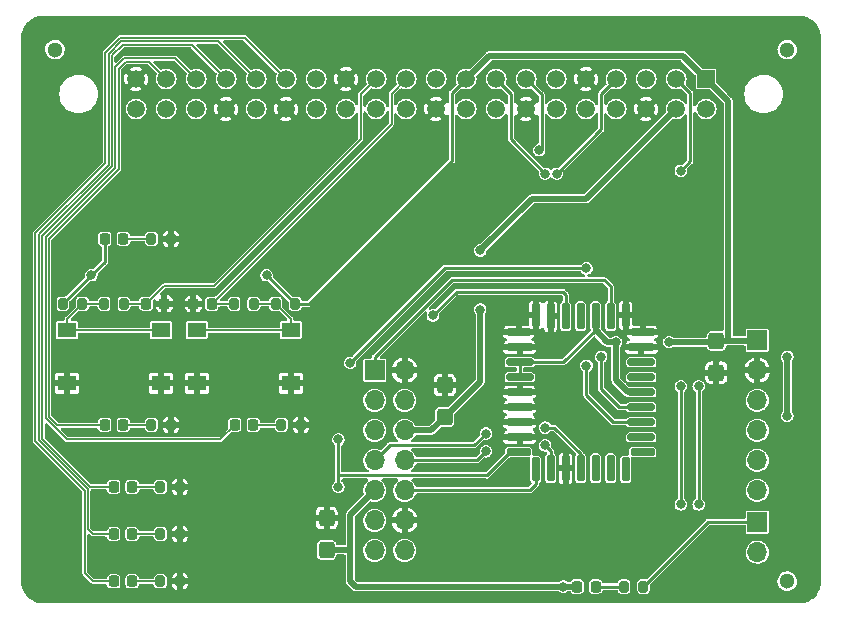
<source format=gtl>
%TF.GenerationSoftware,KiCad,Pcbnew,(6.0.2)*%
%TF.CreationDate,2022-08-14T15:00:56-07:00*%
%TF.ProjectId,RaspberryPIZero-small,52617370-6265-4727-9279-50495a65726f,rev?*%
%TF.SameCoordinates,Original*%
%TF.FileFunction,Copper,L1,Top*%
%TF.FilePolarity,Positive*%
%FSLAX46Y46*%
G04 Gerber Fmt 4.6, Leading zero omitted, Abs format (unit mm)*
G04 Created by KiCad (PCBNEW (6.0.2)) date 2022-08-14 15:00:56*
%MOMM*%
%LPD*%
G01*
G04 APERTURE LIST*
G04 Aperture macros list*
%AMRoundRect*
0 Rectangle with rounded corners*
0 $1 Rounding radius*
0 $2 $3 $4 $5 $6 $7 $8 $9 X,Y pos of 4 corners*
0 Add a 4 corners polygon primitive as box body*
4,1,4,$2,$3,$4,$5,$6,$7,$8,$9,$2,$3,0*
0 Add four circle primitives for the rounded corners*
1,1,$1+$1,$2,$3*
1,1,$1+$1,$4,$5*
1,1,$1+$1,$6,$7*
1,1,$1+$1,$8,$9*
0 Add four rect primitives between the rounded corners*
20,1,$1+$1,$2,$3,$4,$5,0*
20,1,$1+$1,$4,$5,$6,$7,0*
20,1,$1+$1,$6,$7,$8,$9,0*
20,1,$1+$1,$8,$9,$2,$3,0*%
G04 Aperture macros list end*
%TA.AperFunction,ComponentPad*%
%ADD10R,1.700000X1.700000*%
%TD*%
%TA.AperFunction,ComponentPad*%
%ADD11O,1.700000X1.700000*%
%TD*%
%TA.AperFunction,SMDPad,CuDef*%
%ADD12RoundRect,0.150000X-0.150000X-0.987500X0.150000X-0.987500X0.150000X0.987500X-0.150000X0.987500X0*%
%TD*%
%TA.AperFunction,SMDPad,CuDef*%
%ADD13RoundRect,0.150000X-0.150000X-0.887500X0.150000X-0.887500X0.150000X0.887500X-0.150000X0.887500X0*%
%TD*%
%TA.AperFunction,SMDPad,CuDef*%
%ADD14RoundRect,0.150000X-0.900000X-0.150000X0.900000X-0.150000X0.900000X0.150000X-0.900000X0.150000X0*%
%TD*%
%TA.AperFunction,SMDPad,CuDef*%
%ADD15RoundRect,0.152500X-0.997500X-0.152500X0.997500X-0.152500X0.997500X0.152500X-0.997500X0.152500X0*%
%TD*%
%TA.AperFunction,SMDPad,CuDef*%
%ADD16RoundRect,0.150000X-1.000000X-0.150000X1.000000X-0.150000X1.000000X0.150000X-1.000000X0.150000X0*%
%TD*%
%TA.AperFunction,SMDPad,CuDef*%
%ADD17R,1.550000X1.300000*%
%TD*%
%TA.AperFunction,SMDPad,CuDef*%
%ADD18RoundRect,0.218750X0.218750X0.256250X-0.218750X0.256250X-0.218750X-0.256250X0.218750X-0.256250X0*%
%TD*%
%TA.AperFunction,WasherPad*%
%ADD19C,1.300000*%
%TD*%
%TA.AperFunction,SMDPad,CuDef*%
%ADD20RoundRect,0.225000X0.225000X0.250000X-0.225000X0.250000X-0.225000X-0.250000X0.225000X-0.250000X0*%
%TD*%
%TA.AperFunction,ComponentPad*%
%ADD21R,1.508000X1.508000*%
%TD*%
%TA.AperFunction,ComponentPad*%
%ADD22C,1.508000*%
%TD*%
%TA.AperFunction,SMDPad,CuDef*%
%ADD23RoundRect,0.200000X0.200000X0.275000X-0.200000X0.275000X-0.200000X-0.275000X0.200000X-0.275000X0*%
%TD*%
%TA.AperFunction,SMDPad,CuDef*%
%ADD24RoundRect,0.250000X-0.425000X0.450000X-0.425000X-0.450000X0.425000X-0.450000X0.425000X0.450000X0*%
%TD*%
%TA.AperFunction,SMDPad,CuDef*%
%ADD25RoundRect,0.225000X-0.225000X-0.250000X0.225000X-0.250000X0.225000X0.250000X-0.225000X0.250000X0*%
%TD*%
%TA.AperFunction,SMDPad,CuDef*%
%ADD26RoundRect,0.250000X0.425000X-0.450000X0.425000X0.450000X-0.425000X0.450000X-0.425000X-0.450000X0*%
%TD*%
%TA.AperFunction,SMDPad,CuDef*%
%ADD27RoundRect,0.200000X-0.200000X-0.275000X0.200000X-0.275000X0.200000X0.275000X-0.200000X0.275000X0*%
%TD*%
%TA.AperFunction,ViaPad*%
%ADD28C,0.800000*%
%TD*%
%TA.AperFunction,Conductor*%
%ADD29C,0.254000*%
%TD*%
%TA.AperFunction,Conductor*%
%ADD30C,0.508000*%
%TD*%
%TA.AperFunction,Conductor*%
%ADD31C,0.160000*%
%TD*%
G04 APERTURE END LIST*
D10*
%TO.P,J3,1,Pin_1*%
%TO.N,/LCLK*%
X77075198Y-75145000D03*
D11*
%TO.P,J3,2,Pin_2*%
%TO.N,GND*%
X79615198Y-75145000D03*
%TO.P,J3,3,Pin_3*%
%TO.N,/LFRAME*%
X77075198Y-77685000D03*
%TO.P,J3,4,Pin_4*%
%TO.N,unconnected-(J3-Pad4)*%
X79615198Y-77685000D03*
%TO.P,J3,5,Pin_5*%
%TO.N,/LPC_RST*%
X77075198Y-80225000D03*
%TO.P,J3,6,Pin_6*%
%TO.N,+5V*%
X79615198Y-80225000D03*
%TO.P,J3,7,Pin_7*%
%TO.N,/LAD3*%
X77075198Y-82765000D03*
%TO.P,J3,8,Pin_8*%
%TO.N,/LAD2*%
X79615198Y-82765000D03*
%TO.P,J3,9,Pin_9*%
%TO.N,+3V3*%
X77075198Y-85305000D03*
%TO.P,J3,10,Pin_10*%
%TO.N,/LAD1*%
X79615198Y-85305000D03*
%TO.P,J3,11,Pin_11*%
%TO.N,/LAD0*%
X77075198Y-87845000D03*
%TO.P,J3,12,Pin_12*%
%TO.N,GND*%
X79615198Y-87845000D03*
%TO.P,J3,13,Pin_13*%
%TO.N,/SCL*%
X77075198Y-90385000D03*
%TO.P,J3,14,Pin_14*%
%TO.N,/SDA*%
X79615198Y-90385000D03*
%TD*%
D10*
%TO.P,J2,1,Pin_1*%
%TO.N,+3V3*%
X109460198Y-72605000D03*
D11*
%TO.P,J2,2,Pin_2*%
%TO.N,GND*%
X109460198Y-75145000D03*
%TO.P,J2,3,Pin_3*%
%TO.N,/TCK*%
X109460198Y-77685000D03*
%TO.P,J2,4,Pin_4*%
%TO.N,/TMS*%
X109460198Y-80225000D03*
%TO.P,J2,5,Pin_5*%
%TO.N,/TDI*%
X109460198Y-82765000D03*
%TO.P,J2,6,Pin_6*%
%TO.N,/TDO*%
X109460198Y-85305000D03*
%TD*%
D10*
%TO.P,J1,1,Pin_1*%
%TO.N,/RCVRY_GND*%
X109460198Y-88002481D03*
D11*
%TO.P,J1,2,Pin_2*%
%TO.N,unconnected-(J1-Pad2)*%
X109460198Y-90542481D03*
%TD*%
D12*
%TO.P,U1,1,NC*%
%TO.N,unconnected-(U1-Pad1)*%
X94500000Y-70562500D03*
%TO.P,U1,2,~{RST}*%
%TO.N,/LPC_RST*%
X93230000Y-70562500D03*
%TO.P,U1,3,A9/FGPI3*%
%TO.N,GND*%
X91960000Y-70562500D03*
D13*
%TO.P,U1,4,A8/FGPI2*%
X90690000Y-70462500D03*
D14*
%TO.P,U1,5,A7/FGPI1*%
X89250000Y-71920000D03*
D15*
%TO.P,U1,6,A6/FGPI0*%
X89350000Y-73195000D03*
D16*
%TO.P,U1,7,A5/~{WP}*%
%TO.N,+3V3*%
X89350000Y-74460000D03*
%TO.P,U1,8,A4/~{TBL}*%
X89350000Y-75730000D03*
%TO.P,U1,9,A3/ID3*%
%TO.N,GND*%
X89350000Y-77000000D03*
%TO.P,U1,10,A2/ID2*%
X89350000Y-78270000D03*
%TO.P,U1,11,A1/ID1*%
X89350000Y-79540000D03*
%TO.P,U1,12,A0/ID0*%
X89350000Y-80810000D03*
D14*
%TO.P,U1,13,DQ0/FWH0*%
%TO.N,/LAD0*%
X89250000Y-82080000D03*
D13*
%TO.P,U1,14,DQ1/FWH1*%
%TO.N,/LAD1*%
X90690000Y-83537500D03*
D12*
%TO.P,U1,15,DQ2/FWH2*%
%TO.N,/LAD2*%
X91960000Y-83437500D03*
%TO.P,U1,16,VSS*%
%TO.N,GND*%
X93230000Y-83437500D03*
%TO.P,U1,17,DQ3/FWH3*%
%TO.N,/LAD3*%
X94500000Y-83437500D03*
%TO.P,U1,18,DQ4/RES*%
%TO.N,unconnected-(U1-Pad18)*%
X95770000Y-83437500D03*
%TO.P,U1,19,DQ5/RES*%
%TO.N,unconnected-(U1-Pad19)*%
X97040000Y-83437500D03*
D13*
%TO.P,U1,20,DQ6/RES*%
%TO.N,unconnected-(U1-Pad20)*%
X98310000Y-83537500D03*
D14*
%TO.P,U1,21,DQ7/RES*%
%TO.N,unconnected-(U1-Pad21)*%
X99750000Y-82080000D03*
D16*
%TO.P,U1,22,NC*%
%TO.N,unconnected-(U1-Pad22)*%
X99650000Y-80810000D03*
%TO.P,U1,23,~{WE}/FWH4*%
%TO.N,/LFRAME*%
X99650000Y-79540000D03*
%TO.P,U1,24,~{OE}/~{INIT}*%
%TO.N,/~{INIT}*%
X99650000Y-78270000D03*
%TO.P,U1,25,VDD*%
%TO.N,+3V3*%
X99650000Y-77000000D03*
%TO.P,U1,26,NC*%
%TO.N,unconnected-(U1-Pad26)*%
X99650000Y-75730000D03*
%TO.P,U1,27,NC*%
%TO.N,unconnected-(U1-Pad27)*%
X99650000Y-74460000D03*
D15*
%TO.P,U1,28,VSS*%
%TO.N,GND*%
X99650000Y-73195000D03*
D14*
%TO.P,U1,29,~{IC}/~{IC}*%
X99750000Y-71920000D03*
D13*
%TO.P,U1,30,A10/FPGI4*%
X98310000Y-70462500D03*
D12*
%TO.P,U1,31,~{R/C}/CLK*%
%TO.N,/LCLK*%
X97040000Y-70562500D03*
%TO.P,U1,32,VDD*%
%TO.N,+3V3*%
X95770000Y-70562500D03*
%TD*%
D17*
%TO.P,SW2,1,1*%
%TO.N,GND*%
X69980000Y-76250000D03*
X62020000Y-76250000D03*
%TO.P,SW2,2,2*%
%TO.N,Net-(R7-Pad1)*%
X69980000Y-71750000D03*
X62020000Y-71750000D03*
%TD*%
D18*
%TO.P,D6,1,K*%
%TO.N,Net-(D6-Pad1)*%
X55787500Y-79750000D03*
%TO.P,D6,2,A*%
%TO.N,/LED_CPLD*%
X54212500Y-79750000D03*
%TD*%
D17*
%TO.P,SW1,1,1*%
%TO.N,GND*%
X51020000Y-76250000D03*
X58980000Y-76250000D03*
%TO.P,SW1,2,2*%
%TO.N,Net-(R6-Pad1)*%
X51020000Y-71750000D03*
X58980000Y-71750000D03*
%TD*%
D19*
%TO.P,REF\u002A\u002A,*%
%TO.N,*%
X50000000Y-48000000D03*
%TD*%
D18*
%TO.P,D7,1,K*%
%TO.N,Net-(D7-Pad1)*%
X66787500Y-79750000D03*
%TO.P,D7,2,A*%
%TO.N,/LED_BIOS*%
X65212500Y-79750000D03*
%TD*%
D20*
%TO.P,C5,1*%
%TO.N,GND*%
X59275000Y-69500000D03*
%TO.P,C5,2*%
%TO.N,/SW_CPLD*%
X57725000Y-69500000D03*
%TD*%
D19*
%TO.P,REF\u002A\u002A,*%
%TO.N,*%
X112000000Y-93000000D03*
%TD*%
D18*
%TO.P,D1,1,K*%
%TO.N,Net-(D1-Pad1)*%
X56537500Y-85000000D03*
%TO.P,D1,2,A*%
%TO.N,/LED_OK*%
X54962500Y-85000000D03*
%TD*%
D21*
%TO.P,RPI_ZERO1,1,3V3[1]*%
%TO.N,+3V3*%
X105130000Y-50480000D03*
D22*
%TO.P,RPI_ZERO1,2,5V[1]*%
%TO.N,+5V*%
X105130000Y-53020000D03*
%TO.P,RPI_ZERO1,3,GPIO2/SDA*%
%TO.N,/SDA*%
X102590000Y-50480000D03*
%TO.P,RPI_ZERO1,4,5V[2]*%
%TO.N,+5V*%
X102590000Y-53020000D03*
%TO.P,RPI_ZERO1,5,GPIO3/SCL*%
%TO.N,/SCL*%
X100050000Y-50480000D03*
%TO.P,RPI_ZERO1,6,GND[8]*%
%TO.N,GND*%
X100050000Y-53020000D03*
%TO.P,RPI_ZERO1,7,GPIO4/GPCKL0*%
%TO.N,/TMS*%
X97510000Y-50480000D03*
%TO.P,RPI_ZERO1,8,TXD0/GPIO14*%
%TO.N,unconnected-(RPI_ZERO1-Pad8)*%
X97510000Y-53020000D03*
%TO.P,RPI_ZERO1,9,GND[1]*%
%TO.N,GND*%
X94970000Y-50480000D03*
%TO.P,RPI_ZERO1,10,RXD0/GPIO15*%
%TO.N,unconnected-(RPI_ZERO1-Pad10)*%
X94970000Y-53020000D03*
%TO.P,RPI_ZERO1,11,GPIO17/GEN0*%
%TO.N,/TCK*%
X92430000Y-50480000D03*
%TO.P,RPI_ZERO1,12,GPIO18*%
%TO.N,/LAD2*%
X92430000Y-53020000D03*
%TO.P,RPI_ZERO1,13,GPIO27/GEN2*%
%TO.N,/TDO*%
X89890000Y-50480000D03*
%TO.P,RPI_ZERO1,14,GND[4]*%
%TO.N,GND*%
X89890000Y-53020000D03*
%TO.P,RPI_ZERO1,15,GPIO22/GEN3*%
%TO.N,/TDI*%
X87350000Y-50480000D03*
%TO.P,RPI_ZERO1,16,GEN4/GPIO23*%
%TO.N,/LPC_RST*%
X87350000Y-53020000D03*
%TO.P,RPI_ZERO1,17,3V3[2]*%
%TO.N,+3V3*%
X84810000Y-50480000D03*
%TO.P,RPI_ZERO1,18,GEN5/GPIO24*%
%TO.N,/~{INIT}*%
X84810000Y-53020000D03*
%TO.P,RPI_ZERO1,19,GPIO10/MOSI*%
%TO.N,unconnected-(RPI_ZERO1-Pad19)*%
X82270000Y-50480000D03*
%TO.P,RPI_ZERO1,20,GND[5]*%
%TO.N,GND*%
X82270000Y-53020000D03*
%TO.P,RPI_ZERO1,21,GPIO9/MISO*%
%TO.N,/SW_BIOS*%
X79730000Y-50480000D03*
%TO.P,RPI_ZERO1,22,GEN/6GPIO25*%
%TO.N,unconnected-(RPI_ZERO1-Pad22)*%
X79730000Y-53020000D03*
%TO.P,RPI_ZERO1,23,GPIO11/SCLK*%
%TO.N,/SW_CPLD*%
X77190000Y-50480000D03*
%TO.P,RPI_ZERO1,24,~{CE0}/GPIO8*%
%TO.N,/LCLK*%
X77190000Y-53020000D03*
%TO.P,RPI_ZERO1,25,GND[2]*%
%TO.N,GND*%
X74650000Y-50480000D03*
%TO.P,RPI_ZERO1,26,~{CE1/}GPIO7*%
%TO.N,unconnected-(RPI_ZERO1-Pad26)*%
X74650000Y-53020000D03*
%TO.P,RPI_ZERO1,27,ID_SD*%
%TO.N,unconnected-(RPI_ZERO1-Pad27)*%
X72110000Y-50480000D03*
%TO.P,RPI_ZERO1,28,ID_SC*%
%TO.N,unconnected-(RPI_ZERO1-Pad28)*%
X72110000Y-53020000D03*
%TO.P,RPI_ZERO1,29,GPIO5*%
%TO.N,/LED_ERR*%
X69570000Y-50480000D03*
%TO.P,RPI_ZERO1,30,GND[6]*%
%TO.N,GND*%
X69570000Y-53020000D03*
%TO.P,RPI_ZERO1,31,GPIO6*%
%TO.N,/LED_BUSY*%
X67030000Y-50480000D03*
%TO.P,RPI_ZERO1,32,GPIO12*%
%TO.N,/LFRAME*%
X67030000Y-53020000D03*
%TO.P,RPI_ZERO1,33,GPIO13*%
%TO.N,/LED_OK*%
X64490000Y-50480000D03*
%TO.P,RPI_ZERO1,34,GND[7]*%
%TO.N,GND*%
X64490000Y-53020000D03*
%TO.P,RPI_ZERO1,35,GPIO19*%
%TO.N,/LED_BIOS*%
X61950000Y-50480000D03*
%TO.P,RPI_ZERO1,36,GPIO16*%
%TO.N,/LAD0*%
X61950000Y-53020000D03*
%TO.P,RPI_ZERO1,37,GPIO26*%
%TO.N,/LED_CPLD*%
X59410000Y-50480000D03*
%TO.P,RPI_ZERO1,38,GPIO20*%
%TO.N,/LAD3*%
X59410000Y-53020000D03*
%TO.P,RPI_ZERO1,39,GND[3]*%
%TO.N,GND*%
X56870000Y-50480000D03*
%TO.P,RPI_ZERO1,40,GPIO21*%
%TO.N,/LAD1*%
X56870000Y-53020000D03*
%TD*%
D23*
%TO.P,R2,1*%
%TO.N,GND*%
X60575000Y-89000000D03*
%TO.P,R2,2*%
%TO.N,Net-(D2-Pad1)*%
X58925000Y-89000000D03*
%TD*%
D18*
%TO.P,D3,1,K*%
%TO.N,Net-(D3-Pad1)*%
X56537500Y-93000000D03*
%TO.P,D3,2,A*%
%TO.N,/LED_ERR*%
X54962500Y-93000000D03*
%TD*%
D24*
%TO.P,C2,1*%
%TO.N,+3V3*%
X106000000Y-72650000D03*
%TO.P,C2,2*%
%TO.N,GND*%
X106000000Y-75350000D03*
%TD*%
D23*
%TO.P,R11,1*%
%TO.N,GND*%
X70825000Y-79750000D03*
%TO.P,R11,2*%
%TO.N,Net-(D7-Pad1)*%
X69175000Y-79750000D03*
%TD*%
D25*
%TO.P,C4,1*%
%TO.N,GND*%
X61725000Y-69500000D03*
%TO.P,C4,2*%
%TO.N,/SW_BIOS*%
X63275000Y-69500000D03*
%TD*%
D26*
%TO.P,C3,1*%
%TO.N,+5V*%
X83000000Y-79100000D03*
%TO.P,C3,2*%
%TO.N,GND*%
X83000000Y-76400000D03*
%TD*%
D23*
%TO.P,R5,1*%
%TO.N,/RCVRY_GND*%
X99825000Y-93450000D03*
%TO.P,R5,2*%
%TO.N,Net-(D5-Pad1)*%
X98175000Y-93450000D03*
%TD*%
D18*
%TO.P,D5,1,K*%
%TO.N,Net-(D5-Pad1)*%
X95787500Y-93450000D03*
%TO.P,D5,2,A*%
%TO.N,+3V3*%
X94212500Y-93450000D03*
%TD*%
D23*
%TO.P,R4,1*%
%TO.N,GND*%
X59825000Y-64000000D03*
%TO.P,R4,2*%
%TO.N,Net-(D4-Pad1)*%
X58175000Y-64000000D03*
%TD*%
%TO.P,R6,1*%
%TO.N,Net-(R6-Pad1)*%
X52325000Y-69500000D03*
%TO.P,R6,2*%
%TO.N,+3V3*%
X50675000Y-69500000D03*
%TD*%
D27*
%TO.P,R7,1*%
%TO.N,Net-(R7-Pad1)*%
X68675000Y-69500000D03*
%TO.P,R7,2*%
%TO.N,+3V3*%
X70325000Y-69500000D03*
%TD*%
D23*
%TO.P,R3,1*%
%TO.N,GND*%
X60575000Y-93000000D03*
%TO.P,R3,2*%
%TO.N,Net-(D3-Pad1)*%
X58925000Y-93000000D03*
%TD*%
%TO.P,R10,1*%
%TO.N,GND*%
X59825000Y-79750000D03*
%TO.P,R10,2*%
%TO.N,Net-(D6-Pad1)*%
X58175000Y-79750000D03*
%TD*%
D18*
%TO.P,D2,1,K*%
%TO.N,Net-(D2-Pad1)*%
X56537500Y-89000000D03*
%TO.P,D2,2,A*%
%TO.N,/LED_BUSY*%
X54962500Y-89000000D03*
%TD*%
D27*
%TO.P,R8,1*%
%TO.N,Net-(R6-Pad1)*%
X54175000Y-69500000D03*
%TO.P,R8,2*%
%TO.N,/SW_CPLD*%
X55825000Y-69500000D03*
%TD*%
D23*
%TO.P,R9,1*%
%TO.N,Net-(R7-Pad1)*%
X66825000Y-69500000D03*
%TO.P,R9,2*%
%TO.N,/SW_BIOS*%
X65175000Y-69500000D03*
%TD*%
D26*
%TO.P,C1,1*%
%TO.N,+3V3*%
X73000000Y-90350000D03*
%TO.P,C1,2*%
%TO.N,GND*%
X73000000Y-87650000D03*
%TD*%
D19*
%TO.P,REF\u002A\u002A,*%
%TO.N,*%
X112000000Y-48000000D03*
%TD*%
D23*
%TO.P,R1,1*%
%TO.N,GND*%
X60575000Y-85000000D03*
%TO.P,R1,2*%
%TO.N,Net-(D1-Pad1)*%
X58925000Y-85000000D03*
%TD*%
D18*
%TO.P,D4,1,K*%
%TO.N,Net-(D4-Pad1)*%
X55787500Y-64000000D03*
%TO.P,D4,2,A*%
%TO.N,+3V3*%
X54212500Y-64000000D03*
%TD*%
D28*
%TO.N,GND*%
X88500000Y-84250000D03*
%TO.N,+3V3*%
X102000000Y-72750000D03*
X112000000Y-79000000D03*
X97500000Y-72750000D03*
X67912500Y-67087500D03*
X53087500Y-67087500D03*
X112000000Y-74000000D03*
X93050000Y-93450000D03*
%TO.N,+5V*%
X86000000Y-70000000D03*
X86000000Y-65000000D03*
%TO.N,/SDA*%
X103000000Y-58250000D03*
X103000000Y-86500000D03*
X103000000Y-76500000D03*
%TO.N,/SCL*%
X104500000Y-76500000D03*
X104500000Y-86500000D03*
%TO.N,GND*%
X65000000Y-86000000D03*
X68000000Y-88000000D03*
X89000000Y-89000000D03*
X65000000Y-90000000D03*
X101000000Y-63000000D03*
X106000000Y-90000000D03*
X95000000Y-89000000D03*
X86000000Y-62000000D03*
X64000000Y-65000000D03*
X88000000Y-70000000D03*
X109000000Y-63000000D03*
X79000000Y-58000000D03*
X109000000Y-67000000D03*
X65000000Y-63000000D03*
X85000000Y-87000000D03*
X99000000Y-63000000D03*
X88000000Y-65000000D03*
X100000000Y-69000000D03*
X100000000Y-61000000D03*
X111000000Y-65000000D03*
X53000000Y-76000000D03*
X69000000Y-86000000D03*
X106000000Y-82000000D03*
X97000000Y-87000000D03*
X83000000Y-89000000D03*
X79000000Y-67000000D03*
X57000000Y-76000000D03*
X68000000Y-76000000D03*
X102000000Y-71000000D03*
X95000000Y-63000000D03*
X106000000Y-84000000D03*
X66000000Y-88000000D03*
X69000000Y-90000000D03*
X64000000Y-76000000D03*
X106000000Y-87000000D03*
X69000000Y-66000000D03*
X91000000Y-87000000D03*
X98000000Y-61000000D03*
X60500000Y-69500000D03*
X85000000Y-80000000D03*
X111000000Y-69000000D03*
X79000000Y-65000000D03*
X88000000Y-60000000D03*
X104000000Y-92000000D03*
X87000000Y-78000000D03*
X106000000Y-79000000D03*
X79000000Y-60000000D03*
X71000000Y-64000000D03*
%TO.N,/TMS*%
X92500000Y-58500000D03*
%TO.N,/LAD2*%
X91500000Y-81500000D03*
X86500000Y-82000000D03*
%TO.N,/TDO*%
X91000000Y-56500000D03*
%TO.N,/TDI*%
X91500000Y-58500000D03*
%TO.N,/LPC_RST*%
X82000000Y-70500000D03*
%TO.N,/LFRAME*%
X95000000Y-66500000D03*
X95000000Y-74750000D03*
X75000000Y-74500000D03*
%TO.N,/LAD0*%
X74000000Y-85000000D03*
X74000000Y-81000000D03*
%TO.N,/LAD3*%
X91500000Y-80000000D03*
X86500000Y-80500000D03*
%TO.N,/~{INIT}*%
X96250000Y-74000000D03*
%TD*%
D29*
%TO.N,/LPC_RST*%
X84000000Y-68500000D02*
X82000000Y-70500000D01*
X93000000Y-68500000D02*
X84000000Y-68500000D01*
X93230000Y-68730000D02*
X93000000Y-68500000D01*
X93230000Y-70562500D02*
X93230000Y-68730000D01*
%TO.N,/LCLK*%
X97040000Y-68040000D02*
X97040000Y-70562500D01*
X96500000Y-67500000D02*
X97040000Y-68040000D01*
X83616198Y-67500000D02*
X96500000Y-67500000D01*
X77075198Y-74041000D02*
X83616198Y-67500000D01*
X77075198Y-75145000D02*
X77075198Y-74041000D01*
%TO.N,+3V3*%
X95770000Y-71730000D02*
X93040000Y-74460000D01*
X95770000Y-70500000D02*
X95770000Y-71730000D01*
X93040000Y-74460000D02*
X89350000Y-74460000D01*
D30*
X96750000Y-72750000D02*
X97500000Y-72750000D01*
X95770000Y-70500000D02*
X95770000Y-71770000D01*
X95770000Y-71770000D02*
X96750000Y-72750000D01*
X95770000Y-70562500D02*
X95770000Y-70500000D01*
X98500000Y-77000000D02*
X99650000Y-77000000D01*
X97500000Y-76000000D02*
X98500000Y-77000000D01*
X97500000Y-72750000D02*
X97500000Y-76000000D01*
D29*
%TO.N,/~{INIT}*%
X97770000Y-78270000D02*
X99650000Y-78270000D01*
X96250000Y-76750000D02*
X97770000Y-78270000D01*
X96250000Y-74000000D02*
X96250000Y-76750000D01*
%TO.N,/LFRAME*%
X95000000Y-77250000D02*
X97290000Y-79540000D01*
X95000000Y-74750000D02*
X95000000Y-77250000D01*
X97290000Y-79540000D02*
X99650000Y-79540000D01*
%TO.N,+3V3*%
X89350000Y-75730000D02*
X89350000Y-74460000D01*
%TO.N,/LAD0*%
X86575000Y-84050000D02*
X74000000Y-84050000D01*
X74000000Y-84050000D02*
X74000000Y-85000000D01*
X88545000Y-82080000D02*
X86575000Y-84050000D01*
X89250000Y-82080000D02*
X88545000Y-82080000D01*
%TO.N,/LAD1*%
X90690000Y-84810000D02*
X90690000Y-83537500D01*
X90195000Y-85305000D02*
X90690000Y-84810000D01*
X79615198Y-85305000D02*
X90195000Y-85305000D01*
%TO.N,/LAD3*%
X94500000Y-82250000D02*
X94500000Y-83437500D01*
X92250000Y-80000000D02*
X94500000Y-82250000D01*
X91500000Y-80000000D02*
X92250000Y-80000000D01*
%TO.N,/LAD2*%
X91960000Y-81960000D02*
X91960000Y-83437500D01*
X91500000Y-81500000D02*
X91960000Y-81960000D01*
D30*
%TO.N,+3V3*%
X105900000Y-72750000D02*
X106000000Y-72650000D01*
X102000000Y-72750000D02*
X105900000Y-72750000D01*
X105130000Y-50480000D02*
X103150000Y-48500000D01*
X75000000Y-93000000D02*
X75450000Y-93450000D01*
X93050000Y-93450000D02*
X94212500Y-93450000D01*
X75450000Y-93450000D02*
X93050000Y-93450000D01*
X112000000Y-79000000D02*
X112000000Y-74000000D01*
X107000000Y-52350000D02*
X107000000Y-72650000D01*
D29*
X54212500Y-64000000D02*
X54212500Y-65962500D01*
X70325000Y-69500000D02*
X67912500Y-67087500D01*
X71500000Y-69500000D02*
X83600000Y-57400000D01*
X83600000Y-57400000D02*
X83600000Y-51690000D01*
D30*
X73000000Y-90350000D02*
X75000000Y-90350000D01*
X109465198Y-72650000D02*
X109510198Y-72605000D01*
X77075198Y-85305000D02*
X75000000Y-87380198D01*
X103150000Y-48500000D02*
X86790000Y-48500000D01*
X106000000Y-72650000D02*
X109465198Y-72650000D01*
D29*
X70325000Y-69500000D02*
X71500000Y-69500000D01*
D30*
X105130000Y-50480000D02*
X107000000Y-52350000D01*
D29*
X53087500Y-67087500D02*
X50675000Y-69500000D01*
D30*
X86790000Y-48500000D02*
X84810000Y-50480000D01*
D29*
X54212500Y-65962500D02*
X53087500Y-67087500D01*
X83600000Y-51690000D02*
X84810000Y-50480000D01*
D30*
X75000000Y-87380198D02*
X75000000Y-93000000D01*
%TO.N,+5V*%
X90390000Y-60610000D02*
X95000000Y-60610000D01*
X83000000Y-79100000D02*
X86000000Y-76100000D01*
X95000000Y-60610000D02*
X102590000Y-53020000D01*
X86000000Y-65000000D02*
X90390000Y-60610000D01*
X79615198Y-80225000D02*
X81875000Y-80225000D01*
X81875000Y-80225000D02*
X83000000Y-79100000D01*
X86000000Y-76100000D02*
X86000000Y-70000000D01*
D29*
%TO.N,/SDA*%
X103000000Y-58250000D02*
X103800000Y-57450000D01*
X103800000Y-57450000D02*
X103800000Y-51690000D01*
X103000000Y-86500000D02*
X103000000Y-76500000D01*
X103800000Y-51690000D02*
X102590000Y-50480000D01*
%TO.N,/SCL*%
X104500000Y-76500000D02*
X104500000Y-86500000D01*
%TO.N,/TMS*%
X96250000Y-51740000D02*
X97510000Y-50480000D01*
X92500000Y-58500000D02*
X96250000Y-54750000D01*
X96250000Y-54750000D02*
X96250000Y-51740000D01*
%TO.N,/LAD2*%
X86500000Y-82000000D02*
X85735000Y-82765000D01*
X85735000Y-82765000D02*
X79615198Y-82765000D01*
%TO.N,/TDO*%
X91200000Y-56300000D02*
X91200000Y-51790000D01*
X91000000Y-56500000D02*
X91200000Y-56300000D01*
X91200000Y-51790000D02*
X89890000Y-50480000D01*
%TO.N,/TDI*%
X91500000Y-58500000D02*
X88600000Y-55600000D01*
X88600000Y-51730000D02*
X87350000Y-50480000D01*
X88600000Y-55600000D02*
X88600000Y-51730000D01*
%TO.N,/LFRAME*%
X95000000Y-66500000D02*
X83000000Y-66500000D01*
X83000000Y-66500000D02*
X75000000Y-74500000D01*
D31*
%TO.N,/LED_OK*%
X61583040Y-47573040D02*
X64490000Y-50480000D01*
X54962500Y-85000000D02*
X53000000Y-85000000D01*
X53000000Y-85000000D02*
X48926961Y-80926961D01*
X48926961Y-80926961D02*
X48926961Y-63762639D01*
X54826960Y-57862640D02*
X54826960Y-48483440D01*
X48926961Y-63762639D02*
X54826960Y-57862640D01*
X54826960Y-48483440D02*
X55737360Y-47573040D01*
X55737360Y-47573040D02*
X61583040Y-47573040D01*
%TO.N,/LED_BUSY*%
X55618680Y-47286520D02*
X63836520Y-47286520D01*
X63836520Y-47286520D02*
X67030000Y-50480000D01*
X54540441Y-48364759D02*
X55618680Y-47286520D01*
X54962500Y-89000000D02*
X53250000Y-89000000D01*
X52800000Y-85205200D02*
X48640442Y-81045642D01*
X53200000Y-89000000D02*
X52800000Y-88600000D01*
X54540440Y-57743960D02*
X54540441Y-48364759D01*
X52800000Y-88600000D02*
X52800000Y-85205200D01*
X48640442Y-63643958D02*
X54540440Y-57743960D01*
X48640442Y-81045642D02*
X48640442Y-63643958D01*
D29*
%TO.N,/LAD0*%
X74000000Y-81000000D02*
X74000000Y-85000000D01*
D31*
%TO.N,/LED_ERR*%
X54253921Y-48246079D02*
X55500000Y-47000000D01*
X53200000Y-93000000D02*
X52513480Y-92313480D01*
X55500000Y-47000000D02*
X66090000Y-47000000D01*
X66090000Y-47000000D02*
X69570000Y-50480000D01*
X54253921Y-57625279D02*
X54253921Y-48246079D01*
X48353923Y-63525277D02*
X54253921Y-57625279D01*
X54962500Y-93000000D02*
X53250000Y-93000000D01*
X48353923Y-81164323D02*
X48353923Y-63525277D01*
X52513480Y-92313480D02*
X52513480Y-85323880D01*
X52513480Y-85323880D02*
X48353923Y-81164323D01*
D29*
%TO.N,/LAD3*%
X78340198Y-81500000D02*
X77075198Y-82765000D01*
X85500000Y-81500000D02*
X78340198Y-81500000D01*
X86500000Y-80500000D02*
X85500000Y-81500000D01*
D31*
%TO.N,Net-(D1-Pad1)*%
X58925000Y-85000000D02*
X56537500Y-85000000D01*
%TO.N,Net-(D2-Pad1)*%
X56537500Y-89000000D02*
X58925000Y-89000000D01*
%TO.N,Net-(D3-Pad1)*%
X56537500Y-93000000D02*
X58925000Y-93000000D01*
%TO.N,Net-(D4-Pad1)*%
X55787500Y-64000000D02*
X58175000Y-64000000D01*
D29*
%TO.N,Net-(D5-Pad1)*%
X95787500Y-93450000D02*
X98175000Y-93450000D01*
%TO.N,/RCVRY_GND*%
X105322519Y-87952481D02*
X109460198Y-87952481D01*
X99825000Y-93450000D02*
X105322519Y-87952481D01*
D31*
%TO.N,/SW_BIOS*%
X63275000Y-69500000D02*
X65175000Y-69500000D01*
X78500000Y-54275000D02*
X78500000Y-51710000D01*
X63275000Y-69500000D02*
X78500000Y-54275000D01*
X78500000Y-51710000D02*
X79730000Y-50480000D01*
%TO.N,/SW_CPLD*%
X59225000Y-68000000D02*
X63500000Y-68000000D01*
X75900000Y-55600000D02*
X75900000Y-51770000D01*
X63500000Y-68000000D02*
X75900000Y-55600000D01*
X57725000Y-69500000D02*
X59225000Y-68000000D01*
X55825000Y-69500000D02*
X57725000Y-69500000D01*
X75900000Y-51770000D02*
X77190000Y-50480000D01*
%TO.N,Net-(D6-Pad1)*%
X58175000Y-79800000D02*
X55787500Y-79800000D01*
%TO.N,Net-(R6-Pad1)*%
X51020000Y-70805000D02*
X51020000Y-71750000D01*
X58980000Y-71750000D02*
X51020000Y-71750000D01*
X52325000Y-69500000D02*
X54175000Y-69500000D01*
X52325000Y-69500000D02*
X51020000Y-70805000D01*
%TO.N,Net-(R7-Pad1)*%
X69980000Y-71750000D02*
X69980000Y-70805000D01*
X69980000Y-70805000D02*
X68675000Y-69500000D01*
X66825000Y-69500000D02*
X68675000Y-69500000D01*
X62020000Y-71750000D02*
X69980000Y-71750000D01*
%TO.N,/LED_CPLD*%
X54212500Y-79800000D02*
X50205200Y-79800000D01*
X49500000Y-64000000D02*
X55400000Y-58100000D01*
X55400000Y-49600000D02*
X56000000Y-49000000D01*
X56000000Y-49000000D02*
X57930000Y-49000000D01*
X55400000Y-58100000D02*
X55400000Y-49600000D01*
X57930000Y-49000000D02*
X59410000Y-50480000D01*
X49500000Y-79094800D02*
X49500000Y-64000000D01*
X50205200Y-79800000D02*
X49500000Y-79094800D01*
%TO.N,Net-(D7-Pad1)*%
X66787500Y-79800000D02*
X69175000Y-79800000D01*
%TO.N,/LED_BIOS*%
X55881320Y-48713480D02*
X60183480Y-48713480D01*
X65212500Y-79800000D02*
X64012500Y-81000000D01*
X55113481Y-49481319D02*
X55881320Y-48713480D01*
X49213480Y-63881320D02*
X55113480Y-57981320D01*
X49213480Y-79213480D02*
X49213480Y-63881320D01*
X60183480Y-48713480D02*
X61950000Y-50480000D01*
X55113480Y-57981320D02*
X55113481Y-49481319D01*
X64012500Y-81000000D02*
X51000000Y-81000000D01*
X51000000Y-81000000D02*
X49213480Y-79213480D01*
%TD*%
%TA.AperFunction,Conductor*%
%TO.N,GND*%
G36*
X112968113Y-45127187D02*
G01*
X112983976Y-45127187D01*
X113000000Y-45131480D01*
X113010374Y-45128700D01*
X113013324Y-45129566D01*
X113013434Y-45127880D01*
X113236234Y-45142484D01*
X113252574Y-45144635D01*
X113299711Y-45154011D01*
X113476673Y-45189211D01*
X113492587Y-45193475D01*
X113600767Y-45230197D01*
X113708944Y-45266918D01*
X113724171Y-45273225D01*
X113929092Y-45374281D01*
X113943366Y-45382522D01*
X114133340Y-45509459D01*
X114146415Y-45519492D01*
X114318201Y-45670144D01*
X114329856Y-45681799D01*
X114480508Y-45853585D01*
X114490541Y-45866660D01*
X114617478Y-46056634D01*
X114625719Y-46070908D01*
X114726775Y-46275829D01*
X114733082Y-46291056D01*
X114806524Y-46507410D01*
X114810790Y-46523330D01*
X114855365Y-46747426D01*
X114857516Y-46763766D01*
X114872120Y-46986566D01*
X114870763Y-46986655D01*
X114871410Y-46989217D01*
X114868520Y-47000000D01*
X114872813Y-47016024D01*
X114872813Y-47031887D01*
X114873000Y-47033308D01*
X114873000Y-92966692D01*
X114872813Y-92968113D01*
X114872813Y-92983976D01*
X114868520Y-93000000D01*
X114871300Y-93010374D01*
X114870434Y-93013324D01*
X114872120Y-93013434D01*
X114857516Y-93236234D01*
X114855365Y-93252574D01*
X114833784Y-93361071D01*
X114812096Y-93470106D01*
X114810790Y-93476670D01*
X114806525Y-93492587D01*
X114772729Y-93592146D01*
X114733082Y-93708944D01*
X114726775Y-93724171D01*
X114625719Y-93929092D01*
X114617478Y-93943366D01*
X114490541Y-94133340D01*
X114480508Y-94146415D01*
X114329856Y-94318201D01*
X114318201Y-94329856D01*
X114146415Y-94480508D01*
X114133340Y-94490541D01*
X113943366Y-94617478D01*
X113929092Y-94625719D01*
X113724171Y-94726775D01*
X113708944Y-94733082D01*
X113600767Y-94769803D01*
X113492587Y-94806525D01*
X113476673Y-94810789D01*
X113364622Y-94833077D01*
X113252574Y-94855365D01*
X113236234Y-94857516D01*
X113013434Y-94872120D01*
X113013345Y-94870763D01*
X113010783Y-94871410D01*
X113000000Y-94868520D01*
X112983976Y-94872813D01*
X112968113Y-94872813D01*
X112966692Y-94873000D01*
X49033308Y-94873000D01*
X49031887Y-94872813D01*
X49016024Y-94872813D01*
X49000000Y-94868520D01*
X48989626Y-94871300D01*
X48986676Y-94870434D01*
X48986566Y-94872120D01*
X48763766Y-94857516D01*
X48747426Y-94855365D01*
X48635378Y-94833077D01*
X48523327Y-94810789D01*
X48507413Y-94806525D01*
X48399233Y-94769803D01*
X48291056Y-94733082D01*
X48275829Y-94726775D01*
X48070908Y-94625719D01*
X48056634Y-94617478D01*
X47866660Y-94490541D01*
X47853585Y-94480508D01*
X47681799Y-94329856D01*
X47670144Y-94318201D01*
X47519492Y-94146415D01*
X47509459Y-94133340D01*
X47382522Y-93943366D01*
X47374281Y-93929092D01*
X47273225Y-93724171D01*
X47266918Y-93708944D01*
X47227271Y-93592146D01*
X47193475Y-93492587D01*
X47189210Y-93476670D01*
X47187905Y-93470106D01*
X47166216Y-93361071D01*
X47144635Y-93252574D01*
X47142484Y-93236234D01*
X47127880Y-93013434D01*
X47129237Y-93013345D01*
X47128590Y-93010783D01*
X47131480Y-93000000D01*
X47127187Y-92983976D01*
X47127187Y-92968113D01*
X47127000Y-92966692D01*
X47127000Y-63549002D01*
X48142413Y-63549002D01*
X48146223Y-63559913D01*
X48146423Y-63563484D01*
X48146423Y-81126127D01*
X48146233Y-81129472D01*
X48142455Y-81140230D01*
X48145019Y-81163265D01*
X48145650Y-81168938D01*
X48146179Y-81178477D01*
X48146423Y-81180644D01*
X48146423Y-81187715D01*
X48147995Y-81194607D01*
X48148301Y-81197324D01*
X48149786Y-81206098D01*
X48152926Y-81234317D01*
X48159419Y-81244688D01*
X48162141Y-81256621D01*
X48179846Y-81278839D01*
X48185148Y-81286328D01*
X48186745Y-81288333D01*
X48190528Y-81294377D01*
X48195569Y-81299418D01*
X48197057Y-81301287D01*
X48203314Y-81308290D01*
X48221139Y-81330659D01*
X48231548Y-81335680D01*
X48234221Y-81338070D01*
X52269075Y-85372924D01*
X52303101Y-85435236D01*
X52305980Y-85462019D01*
X52305980Y-92275284D01*
X52305790Y-92278629D01*
X52302012Y-92289387D01*
X52303582Y-92303490D01*
X52305207Y-92318095D01*
X52305736Y-92327634D01*
X52305980Y-92329801D01*
X52305980Y-92336872D01*
X52307552Y-92343764D01*
X52307858Y-92346481D01*
X52309343Y-92355255D01*
X52312483Y-92383474D01*
X52318976Y-92393845D01*
X52321698Y-92405778D01*
X52339403Y-92427996D01*
X52344705Y-92435485D01*
X52346302Y-92437490D01*
X52350085Y-92443534D01*
X52355126Y-92448575D01*
X52356614Y-92450444D01*
X52362871Y-92457447D01*
X52370334Y-92466812D01*
X52380696Y-92479816D01*
X52391105Y-92484837D01*
X52393778Y-92487227D01*
X53069816Y-93163265D01*
X53075804Y-93167029D01*
X53075807Y-93167031D01*
X53104906Y-93185320D01*
X53129654Y-93200875D01*
X53185326Y-93207169D01*
X53209624Y-93209916D01*
X53209625Y-93209916D01*
X53223725Y-93211510D01*
X53234636Y-93207700D01*
X53238208Y-93207500D01*
X54275243Y-93207500D01*
X54343364Y-93227502D01*
X54389857Y-93281158D01*
X54400165Y-93317057D01*
X54404139Y-93347248D01*
X54408212Y-93355982D01*
X54408212Y-93355983D01*
X54426849Y-93395949D01*
X54455744Y-93457914D01*
X54542086Y-93544256D01*
X54652752Y-93595861D01*
X54695038Y-93601428D01*
X54699087Y-93601961D01*
X54703181Y-93602500D01*
X54962405Y-93602500D01*
X55221818Y-93602499D01*
X55272248Y-93595861D01*
X55280982Y-93591788D01*
X55280983Y-93591788D01*
X55372921Y-93548916D01*
X55372922Y-93548916D01*
X55382914Y-93544256D01*
X55469256Y-93457914D01*
X55498151Y-93395949D01*
X55516787Y-93355985D01*
X55516788Y-93355983D01*
X55520861Y-93347248D01*
X55527500Y-93296819D01*
X55527499Y-92703182D01*
X55527499Y-92703181D01*
X55972500Y-92703181D01*
X55972501Y-93296818D01*
X55979139Y-93347248D01*
X55983212Y-93355982D01*
X55983212Y-93355983D01*
X56001849Y-93395949D01*
X56030744Y-93457914D01*
X56117086Y-93544256D01*
X56227752Y-93595861D01*
X56270038Y-93601428D01*
X56274087Y-93601961D01*
X56278181Y-93602500D01*
X56537405Y-93602500D01*
X56796818Y-93602499D01*
X56847248Y-93595861D01*
X56855982Y-93591788D01*
X56855983Y-93591788D01*
X56947921Y-93548916D01*
X56947922Y-93548916D01*
X56957914Y-93544256D01*
X57044256Y-93457914D01*
X57073151Y-93395949D01*
X57091787Y-93355985D01*
X57091788Y-93355983D01*
X57095861Y-93347248D01*
X57099836Y-93317054D01*
X57128558Y-93252127D01*
X57187823Y-93213035D01*
X57224758Y-93207500D01*
X58273063Y-93207500D01*
X58341184Y-93227502D01*
X58387677Y-93281158D01*
X58397985Y-93317054D01*
X58403779Y-93361071D01*
X58407853Y-93369808D01*
X58407854Y-93369810D01*
X58417412Y-93390306D01*
X58452589Y-93465744D01*
X58534256Y-93547411D01*
X58638929Y-93596221D01*
X58672502Y-93600641D01*
X58682537Y-93601962D01*
X58682540Y-93601962D01*
X58686625Y-93602500D01*
X58924826Y-93602500D01*
X59163374Y-93602499D01*
X59167460Y-93601961D01*
X59167463Y-93601961D01*
X59185583Y-93599576D01*
X59211071Y-93596221D01*
X59315744Y-93547411D01*
X59397411Y-93465744D01*
X59432589Y-93390306D01*
X59442147Y-93369808D01*
X59442147Y-93369807D01*
X59446221Y-93361071D01*
X59450801Y-93326283D01*
X59921001Y-93326283D01*
X59921280Y-93332207D01*
X59923281Y-93353382D01*
X59926549Y-93368280D01*
X59966116Y-93480951D01*
X59974837Y-93497420D01*
X60044752Y-93592078D01*
X60057922Y-93605248D01*
X60152580Y-93675163D01*
X60169049Y-93683884D01*
X60281723Y-93723452D01*
X60296614Y-93726719D01*
X60307235Y-93727723D01*
X60318124Y-93724525D01*
X60319329Y-93723135D01*
X60321000Y-93715452D01*
X60321000Y-93710884D01*
X60829000Y-93710884D01*
X60833475Y-93726123D01*
X60834865Y-93727328D01*
X60838521Y-93728123D01*
X60853382Y-93726719D01*
X60868280Y-93723451D01*
X60980951Y-93683884D01*
X60997420Y-93675163D01*
X61092078Y-93605248D01*
X61105248Y-93592078D01*
X61175163Y-93497420D01*
X61183884Y-93480951D01*
X61223452Y-93368277D01*
X61226719Y-93353386D01*
X61228721Y-93332201D01*
X61229000Y-93326287D01*
X61229000Y-93272115D01*
X61224525Y-93256876D01*
X61223135Y-93255671D01*
X61215452Y-93254000D01*
X60847115Y-93254000D01*
X60831876Y-93258475D01*
X60830671Y-93259865D01*
X60829000Y-93267548D01*
X60829000Y-93710884D01*
X60321000Y-93710884D01*
X60321000Y-93272115D01*
X60316525Y-93256876D01*
X60315135Y-93255671D01*
X60307452Y-93254000D01*
X59939116Y-93254000D01*
X59923877Y-93258475D01*
X59922672Y-93259865D01*
X59921001Y-93267548D01*
X59921001Y-93326283D01*
X59450801Y-93326283D01*
X59452500Y-93313375D01*
X59452499Y-92727885D01*
X59921000Y-92727885D01*
X59925475Y-92743124D01*
X59926865Y-92744329D01*
X59934548Y-92746000D01*
X60302885Y-92746000D01*
X60318124Y-92741525D01*
X60319329Y-92740135D01*
X60321000Y-92732452D01*
X60321000Y-92727885D01*
X60829000Y-92727885D01*
X60833475Y-92743124D01*
X60834865Y-92744329D01*
X60842548Y-92746000D01*
X61210884Y-92746000D01*
X61226123Y-92741525D01*
X61227328Y-92740135D01*
X61228999Y-92732452D01*
X61228999Y-92673717D01*
X61228720Y-92667793D01*
X61226719Y-92646618D01*
X61223451Y-92631720D01*
X61183884Y-92519049D01*
X61175163Y-92502580D01*
X61105248Y-92407922D01*
X61092078Y-92394752D01*
X60997420Y-92324837D01*
X60980951Y-92316116D01*
X60868277Y-92276548D01*
X60853386Y-92273281D01*
X60842765Y-92272277D01*
X60831876Y-92275475D01*
X60830671Y-92276865D01*
X60829000Y-92284548D01*
X60829000Y-92727885D01*
X60321000Y-92727885D01*
X60321000Y-92289116D01*
X60316525Y-92273877D01*
X60315135Y-92272672D01*
X60311479Y-92271877D01*
X60296618Y-92273281D01*
X60281720Y-92276549D01*
X60169049Y-92316116D01*
X60152580Y-92324837D01*
X60057922Y-92394752D01*
X60044752Y-92407922D01*
X59974837Y-92502580D01*
X59966116Y-92519049D01*
X59926548Y-92631723D01*
X59923281Y-92646614D01*
X59921279Y-92667799D01*
X59921000Y-92673713D01*
X59921000Y-92727885D01*
X59452499Y-92727885D01*
X59452499Y-92686626D01*
X59446221Y-92638929D01*
X59442146Y-92630190D01*
X59402071Y-92544249D01*
X59402070Y-92544248D01*
X59397411Y-92534256D01*
X59315744Y-92452589D01*
X59279065Y-92435485D01*
X59219808Y-92407853D01*
X59219807Y-92407853D01*
X59211071Y-92403779D01*
X59177498Y-92399359D01*
X59167463Y-92398038D01*
X59167460Y-92398038D01*
X59163375Y-92397500D01*
X58925174Y-92397500D01*
X58686626Y-92397501D01*
X58682540Y-92398039D01*
X58682537Y-92398039D01*
X58664417Y-92400424D01*
X58638929Y-92403779D01*
X58630190Y-92407854D01*
X58570936Y-92435485D01*
X58534256Y-92452589D01*
X58452589Y-92534256D01*
X58447930Y-92544248D01*
X58447929Y-92544249D01*
X58407854Y-92630190D01*
X58403779Y-92638929D01*
X58402521Y-92648486D01*
X58402520Y-92648489D01*
X58397984Y-92682946D01*
X58369261Y-92747874D01*
X58309996Y-92786965D01*
X58273062Y-92792500D01*
X57224757Y-92792500D01*
X57156636Y-92772498D01*
X57110143Y-92718842D01*
X57099835Y-92682943D01*
X57099629Y-92681376D01*
X57095861Y-92652752D01*
X57075783Y-92609694D01*
X57048916Y-92552079D01*
X57048916Y-92552078D01*
X57044256Y-92542086D01*
X56957914Y-92455744D01*
X56947921Y-92451084D01*
X56855985Y-92408213D01*
X56855982Y-92408212D01*
X56847248Y-92404139D01*
X56800921Y-92398040D01*
X56800906Y-92398038D01*
X56800905Y-92398038D01*
X56796819Y-92397500D01*
X56537595Y-92397500D01*
X56278182Y-92397501D01*
X56227752Y-92404139D01*
X56219018Y-92408212D01*
X56219017Y-92408212D01*
X56127079Y-92451084D01*
X56117086Y-92455744D01*
X56030744Y-92542086D01*
X56026084Y-92552078D01*
X56026084Y-92552079D01*
X55999218Y-92609694D01*
X55979139Y-92652752D01*
X55972500Y-92703181D01*
X55527499Y-92703181D01*
X55520861Y-92652752D01*
X55500783Y-92609694D01*
X55473916Y-92552079D01*
X55473916Y-92552078D01*
X55469256Y-92542086D01*
X55382914Y-92455744D01*
X55372921Y-92451084D01*
X55280985Y-92408213D01*
X55280982Y-92408212D01*
X55272248Y-92404139D01*
X55225921Y-92398040D01*
X55225906Y-92398038D01*
X55225905Y-92398038D01*
X55221819Y-92397500D01*
X54962595Y-92397500D01*
X54703182Y-92397501D01*
X54652752Y-92404139D01*
X54644018Y-92408212D01*
X54644017Y-92408212D01*
X54552079Y-92451084D01*
X54542086Y-92455744D01*
X54455744Y-92542086D01*
X54451084Y-92552078D01*
X54451084Y-92552079D01*
X54424218Y-92609694D01*
X54404139Y-92652752D01*
X54401379Y-92673717D01*
X54400164Y-92682946D01*
X54371442Y-92747873D01*
X54312177Y-92786965D01*
X54275242Y-92792500D01*
X53338139Y-92792500D01*
X53270018Y-92772498D01*
X53249044Y-92755595D01*
X52757885Y-92264436D01*
X52723859Y-92202124D01*
X52720980Y-92175341D01*
X52720980Y-89864219D01*
X72197500Y-89864219D01*
X72197501Y-90835780D01*
X72208422Y-90909979D01*
X72212739Y-90918771D01*
X72258951Y-91012893D01*
X72263810Y-91022790D01*
X72271180Y-91030147D01*
X72344470Y-91103309D01*
X72352753Y-91111578D01*
X72420245Y-91144569D01*
X72456439Y-91162261D01*
X72465661Y-91166769D01*
X72475336Y-91168180D01*
X72475338Y-91168181D01*
X72534693Y-91176840D01*
X72534697Y-91176840D01*
X72539219Y-91177500D01*
X72998243Y-91177500D01*
X73460780Y-91177499D01*
X73534979Y-91166578D01*
X73637688Y-91116150D01*
X73638442Y-91115780D01*
X73638443Y-91115779D01*
X73647790Y-91111190D01*
X73736578Y-91022247D01*
X73791769Y-90909339D01*
X73801985Y-90839311D01*
X73831611Y-90774791D01*
X73891416Y-90736531D01*
X73926665Y-90731500D01*
X74492500Y-90731500D01*
X74560621Y-90751502D01*
X74607114Y-90805158D01*
X74618500Y-90857500D01*
X74618500Y-92945865D01*
X74615914Y-92970164D01*
X74615846Y-92971602D01*
X74613655Y-92981780D01*
X74616429Y-93005218D01*
X74617627Y-93015342D01*
X74617979Y-93021320D01*
X74618072Y-93021312D01*
X74618500Y-93026490D01*
X74618500Y-93031692D01*
X74619815Y-93039589D01*
X74621686Y-93050832D01*
X74622522Y-93056704D01*
X74628582Y-93107907D01*
X74632567Y-93116206D01*
X74634078Y-93125283D01*
X74658558Y-93170651D01*
X74661239Y-93175914D01*
X74680127Y-93215250D01*
X74680130Y-93215254D01*
X74683560Y-93222398D01*
X74687170Y-93226692D01*
X74689102Y-93228624D01*
X74690889Y-93230573D01*
X74690918Y-93230626D01*
X74690788Y-93230745D01*
X74691289Y-93231313D01*
X74694388Y-93237057D01*
X74719062Y-93259865D01*
X74734194Y-93273853D01*
X74737761Y-93277283D01*
X75141960Y-93681483D01*
X75157314Y-93700494D01*
X75158280Y-93701556D01*
X75163929Y-93710304D01*
X75172104Y-93716748D01*
X75172106Y-93716751D01*
X75190472Y-93731229D01*
X75194950Y-93735208D01*
X75195010Y-93735137D01*
X75198967Y-93738490D01*
X75202648Y-93742171D01*
X75206880Y-93745195D01*
X75206882Y-93745197D01*
X75218457Y-93753469D01*
X75223202Y-93757032D01*
X75263670Y-93788934D01*
X75272355Y-93791984D01*
X75279842Y-93797334D01*
X75329247Y-93812109D01*
X75334842Y-93813927D01*
X75383502Y-93831016D01*
X75389091Y-93831500D01*
X75391804Y-93831500D01*
X75394469Y-93831615D01*
X75394532Y-93831634D01*
X75394525Y-93831808D01*
X75395271Y-93831855D01*
X75401524Y-93833725D01*
X75451383Y-93831766D01*
X75455678Y-93831597D01*
X75460625Y-93831500D01*
X92637894Y-93831500D01*
X92706015Y-93851502D01*
X92714598Y-93857537D01*
X92783974Y-93910771D01*
X92828205Y-93929092D01*
X92904665Y-93960763D01*
X92904668Y-93960764D01*
X92912295Y-93963923D01*
X93050000Y-93982052D01*
X93058188Y-93980974D01*
X93179517Y-93965001D01*
X93187705Y-93963923D01*
X93195332Y-93960764D01*
X93195335Y-93960763D01*
X93271795Y-93929092D01*
X93316026Y-93910771D01*
X93385402Y-93857537D01*
X93451622Y-93831937D01*
X93462106Y-93831500D01*
X93589841Y-93831500D01*
X93657962Y-93851502D01*
X93692193Y-93890692D01*
X93694762Y-93888893D01*
X93701084Y-93897921D01*
X93705744Y-93907914D01*
X93792086Y-93994256D01*
X93902752Y-94045861D01*
X93945038Y-94051428D01*
X93949087Y-94051961D01*
X93953181Y-94052500D01*
X94212405Y-94052500D01*
X94471818Y-94052499D01*
X94522248Y-94045861D01*
X94530982Y-94041788D01*
X94530983Y-94041788D01*
X94622921Y-93998916D01*
X94622922Y-93998916D01*
X94632914Y-93994256D01*
X94719256Y-93907914D01*
X94728126Y-93888893D01*
X94766787Y-93805985D01*
X94766788Y-93805982D01*
X94770861Y-93797248D01*
X94777500Y-93746819D01*
X94777499Y-93153182D01*
X94777499Y-93153181D01*
X95222500Y-93153181D01*
X95222501Y-93746818D01*
X95229139Y-93797248D01*
X95233212Y-93805982D01*
X95233212Y-93805983D01*
X95271874Y-93888893D01*
X95280744Y-93907914D01*
X95367086Y-93994256D01*
X95477752Y-94045861D01*
X95520038Y-94051428D01*
X95524087Y-94051961D01*
X95528181Y-94052500D01*
X95787405Y-94052500D01*
X96046818Y-94052499D01*
X96097248Y-94045861D01*
X96105982Y-94041788D01*
X96105983Y-94041788D01*
X96197921Y-93998916D01*
X96197922Y-93998916D01*
X96207914Y-93994256D01*
X96294256Y-93907914D01*
X96345861Y-93797248D01*
X96346438Y-93792868D01*
X96383184Y-93735439D01*
X96447707Y-93705818D01*
X96465885Y-93704500D01*
X97529726Y-93704500D01*
X97597847Y-93724502D01*
X97644340Y-93778158D01*
X97650692Y-93795241D01*
X97652522Y-93801518D01*
X97653779Y-93811071D01*
X97702589Y-93915744D01*
X97784256Y-93997411D01*
X97888929Y-94046221D01*
X97922502Y-94050641D01*
X97932537Y-94051962D01*
X97932540Y-94051962D01*
X97936625Y-94052500D01*
X98174826Y-94052500D01*
X98413374Y-94052499D01*
X98417460Y-94051961D01*
X98417463Y-94051961D01*
X98435583Y-94049576D01*
X98461071Y-94046221D01*
X98565744Y-93997411D01*
X98647411Y-93915744D01*
X98674554Y-93857537D01*
X98692147Y-93819808D01*
X98692148Y-93819805D01*
X98696221Y-93811071D01*
X98702500Y-93763375D01*
X98702499Y-93136626D01*
X98702499Y-93136625D01*
X99297500Y-93136625D01*
X99297501Y-93763374D01*
X99303779Y-93811071D01*
X99307853Y-93819808D01*
X99307854Y-93819810D01*
X99325447Y-93857537D01*
X99352589Y-93915744D01*
X99434256Y-93997411D01*
X99538929Y-94046221D01*
X99572502Y-94050641D01*
X99582537Y-94051962D01*
X99582540Y-94051962D01*
X99586625Y-94052500D01*
X99824826Y-94052500D01*
X100063374Y-94052499D01*
X100067460Y-94051961D01*
X100067463Y-94051961D01*
X100085583Y-94049576D01*
X100111071Y-94046221D01*
X100215744Y-93997411D01*
X100297411Y-93915744D01*
X100324554Y-93857537D01*
X100342147Y-93819808D01*
X100342148Y-93819805D01*
X100346221Y-93811071D01*
X100352500Y-93763375D01*
X100352499Y-93334609D01*
X100372501Y-93266489D01*
X100389404Y-93245514D01*
X100681327Y-92953591D01*
X111169922Y-92953591D01*
X111170279Y-92960407D01*
X111170279Y-92960411D01*
X111177015Y-93088929D01*
X111179321Y-93132921D01*
X111227008Y-93306049D01*
X111310760Y-93464898D01*
X111426668Y-93602058D01*
X111432091Y-93606205D01*
X111432093Y-93606206D01*
X111563905Y-93706984D01*
X111563909Y-93706987D01*
X111569326Y-93711128D01*
X111575506Y-93714010D01*
X111575508Y-93714011D01*
X111725900Y-93784140D01*
X111725903Y-93784141D01*
X111732077Y-93787020D01*
X111738725Y-93788506D01*
X111738728Y-93788507D01*
X111902290Y-93825067D01*
X111902291Y-93825067D01*
X111907328Y-93826193D01*
X111912819Y-93826500D01*
X112044866Y-93826500D01*
X112178525Y-93811980D01*
X112279026Y-93778158D01*
X112342257Y-93756879D01*
X112342259Y-93756878D01*
X112348722Y-93754703D01*
X112502648Y-93662214D01*
X112565795Y-93602499D01*
X112628165Y-93543519D01*
X112628167Y-93543517D01*
X112633123Y-93538830D01*
X112734060Y-93390306D01*
X112800748Y-93223573D01*
X112809515Y-93170622D01*
X112828963Y-93053146D01*
X112828963Y-93053143D01*
X112830078Y-93046409D01*
X112828837Y-93022718D01*
X112822296Y-92897929D01*
X112820679Y-92867079D01*
X112772992Y-92693951D01*
X112689240Y-92535102D01*
X112573332Y-92397942D01*
X112567907Y-92393794D01*
X112436095Y-92293016D01*
X112436091Y-92293013D01*
X112430674Y-92288872D01*
X112424494Y-92285990D01*
X112424492Y-92285989D01*
X112274100Y-92215860D01*
X112274097Y-92215859D01*
X112267923Y-92212980D01*
X112261275Y-92211494D01*
X112261272Y-92211493D01*
X112097710Y-92174933D01*
X112097709Y-92174933D01*
X112092672Y-92173807D01*
X112087181Y-92173500D01*
X111955134Y-92173500D01*
X111821475Y-92188020D01*
X111751726Y-92211493D01*
X111657743Y-92243121D01*
X111657741Y-92243122D01*
X111651278Y-92245297D01*
X111497352Y-92337786D01*
X111492392Y-92342477D01*
X111492390Y-92342478D01*
X111372615Y-92455744D01*
X111366877Y-92461170D01*
X111265940Y-92609694D01*
X111199252Y-92776427D01*
X111198138Y-92783157D01*
X111198137Y-92783160D01*
X111175644Y-92919026D01*
X111169922Y-92953591D01*
X100681327Y-92953591D01*
X103106151Y-90528767D01*
X108478064Y-90528767D01*
X108494105Y-90719792D01*
X108501013Y-90743883D01*
X108526043Y-90831172D01*
X108546944Y-90904064D01*
X108549759Y-90909541D01*
X108549760Y-90909544D01*
X108631753Y-91069086D01*
X108634568Y-91074563D01*
X108638391Y-91079387D01*
X108638394Y-91079391D01*
X108742333Y-91210528D01*
X108753641Y-91224795D01*
X108758335Y-91228789D01*
X108758335Y-91228790D01*
X108891842Y-91342413D01*
X108899626Y-91349038D01*
X109066963Y-91442560D01*
X109249279Y-91501798D01*
X109439628Y-91524496D01*
X109445763Y-91524024D01*
X109445765Y-91524024D01*
X109624618Y-91510262D01*
X109624622Y-91510261D01*
X109630760Y-91509789D01*
X109815397Y-91458237D01*
X109986503Y-91371805D01*
X110011798Y-91352043D01*
X110132707Y-91257578D01*
X110137563Y-91253784D01*
X110203410Y-91177500D01*
X110258793Y-91113338D01*
X110258794Y-91113336D01*
X110262822Y-91108670D01*
X110357510Y-90941990D01*
X110418019Y-90760093D01*
X110442045Y-90569906D01*
X110442428Y-90542481D01*
X110423722Y-90351698D01*
X110368315Y-90168182D01*
X110284581Y-90010701D01*
X110281212Y-90004365D01*
X110281210Y-90004362D01*
X110278318Y-89998923D01*
X110193432Y-89894842D01*
X110161054Y-89855142D01*
X110161052Y-89855140D01*
X110157160Y-89850368D01*
X110084213Y-89790021D01*
X110014204Y-89732104D01*
X110014200Y-89732102D01*
X110009454Y-89728175D01*
X109840827Y-89636999D01*
X109749265Y-89608656D01*
X109663590Y-89582135D01*
X109663587Y-89582134D01*
X109657703Y-89580313D01*
X109651578Y-89579669D01*
X109651577Y-89579669D01*
X109473183Y-89560919D01*
X109473182Y-89560919D01*
X109467055Y-89560275D01*
X109393544Y-89566965D01*
X109282285Y-89577090D01*
X109282282Y-89577091D01*
X109276146Y-89577649D01*
X109270240Y-89579387D01*
X109270236Y-89579388D01*
X109191709Y-89602500D01*
X109092248Y-89631773D01*
X109086788Y-89634627D01*
X109086789Y-89634627D01*
X108927825Y-89717731D01*
X108927821Y-89717734D01*
X108922365Y-89720586D01*
X108917565Y-89724446D01*
X108917564Y-89724446D01*
X108915478Y-89726123D01*
X108772968Y-89840704D01*
X108769010Y-89845421D01*
X108769008Y-89845423D01*
X108749399Y-89868792D01*
X108649747Y-89987553D01*
X108646783Y-89992945D01*
X108646780Y-89992949D01*
X108571308Y-90130233D01*
X108557396Y-90155539D01*
X108555535Y-90161406D01*
X108555534Y-90161408D01*
X108505335Y-90319654D01*
X108499432Y-90338264D01*
X108478064Y-90528767D01*
X103106151Y-90528767D01*
X105391032Y-88243886D01*
X105453344Y-88209860D01*
X105480127Y-88206981D01*
X108356698Y-88206981D01*
X108424819Y-88226983D01*
X108471312Y-88280639D01*
X108482698Y-88332981D01*
X108482698Y-88865039D01*
X108490096Y-88902229D01*
X108496989Y-88912546D01*
X108496990Y-88912547D01*
X108511383Y-88934087D01*
X108518276Y-88944403D01*
X108560450Y-88972583D01*
X108572620Y-88975004D01*
X108591575Y-88978775D01*
X108591580Y-88978775D01*
X108597640Y-88979981D01*
X110322756Y-88979981D01*
X110328816Y-88978775D01*
X110328821Y-88978775D01*
X110347776Y-88975004D01*
X110359946Y-88972583D01*
X110402120Y-88944403D01*
X110409013Y-88934087D01*
X110423406Y-88912547D01*
X110423407Y-88912546D01*
X110430300Y-88902229D01*
X110437698Y-88865039D01*
X110437698Y-87139923D01*
X110436291Y-87132846D01*
X110432721Y-87114903D01*
X110430300Y-87102733D01*
X110419345Y-87086337D01*
X110409013Y-87070875D01*
X110402120Y-87060559D01*
X110359946Y-87032379D01*
X110347776Y-87029958D01*
X110328821Y-87026187D01*
X110328816Y-87026187D01*
X110322756Y-87024981D01*
X108597640Y-87024981D01*
X108591580Y-87026187D01*
X108591575Y-87026187D01*
X108572620Y-87029958D01*
X108560450Y-87032379D01*
X108518276Y-87060559D01*
X108511383Y-87070875D01*
X108501052Y-87086337D01*
X108490096Y-87102733D01*
X108487675Y-87114903D01*
X108484106Y-87132846D01*
X108482698Y-87139923D01*
X108482698Y-87571981D01*
X108462696Y-87640102D01*
X108409040Y-87686595D01*
X108356698Y-87697981D01*
X105359995Y-87697981D01*
X105335416Y-87695560D01*
X105322519Y-87692995D01*
X105310348Y-87695416D01*
X105235388Y-87710326D01*
X105235387Y-87710327D01*
X105223218Y-87712747D01*
X105160285Y-87754797D01*
X105160282Y-87754800D01*
X105139035Y-87768997D01*
X105132144Y-87779310D01*
X105131729Y-87779931D01*
X105116059Y-87799023D01*
X100104487Y-92810595D01*
X100042175Y-92844621D01*
X100015392Y-92847500D01*
X99624392Y-92847501D01*
X99586626Y-92847501D01*
X99582540Y-92848039D01*
X99582537Y-92848039D01*
X99564417Y-92850424D01*
X99538929Y-92853779D01*
X99530190Y-92857854D01*
X99495797Y-92873892D01*
X99434256Y-92902589D01*
X99352589Y-92984256D01*
X99347930Y-92994248D01*
X99347929Y-92994249D01*
X99313509Y-93068063D01*
X99303779Y-93088929D01*
X99301696Y-93104754D01*
X99298885Y-93126108D01*
X99297500Y-93136625D01*
X98702499Y-93136625D01*
X98696221Y-93088929D01*
X98686491Y-93068063D01*
X98652071Y-92994249D01*
X98652070Y-92994248D01*
X98647411Y-92984256D01*
X98565744Y-92902589D01*
X98514903Y-92878881D01*
X98469808Y-92857853D01*
X98469807Y-92857853D01*
X98461071Y-92853779D01*
X98427498Y-92849359D01*
X98417463Y-92848038D01*
X98417460Y-92848038D01*
X98413375Y-92847500D01*
X98175174Y-92847500D01*
X97936626Y-92847501D01*
X97932540Y-92848039D01*
X97932537Y-92848039D01*
X97914417Y-92850424D01*
X97888929Y-92853779D01*
X97880190Y-92857854D01*
X97845797Y-92873892D01*
X97784256Y-92902589D01*
X97702589Y-92984256D01*
X97697930Y-92994248D01*
X97697929Y-92994249D01*
X97688983Y-93013434D01*
X97653779Y-93088929D01*
X97652521Y-93098484D01*
X97650692Y-93104759D01*
X97612427Y-93164561D01*
X97547905Y-93194182D01*
X97529726Y-93195500D01*
X96465884Y-93195500D01*
X96397763Y-93175498D01*
X96351270Y-93121842D01*
X96346787Y-93109785D01*
X96345861Y-93102752D01*
X96341787Y-93094015D01*
X96341786Y-93094012D01*
X96298916Y-93002079D01*
X96298916Y-93002078D01*
X96294256Y-92992086D01*
X96207914Y-92905744D01*
X96124998Y-92867079D01*
X96105985Y-92858213D01*
X96105982Y-92858212D01*
X96097248Y-92854139D01*
X96050921Y-92848040D01*
X96050906Y-92848038D01*
X96050905Y-92848038D01*
X96046819Y-92847500D01*
X95787595Y-92847500D01*
X95528182Y-92847501D01*
X95477752Y-92854139D01*
X95469018Y-92858212D01*
X95469017Y-92858212D01*
X95450002Y-92867079D01*
X95367086Y-92905744D01*
X95280744Y-92992086D01*
X95276084Y-93002078D01*
X95276084Y-93002079D01*
X95233215Y-93094012D01*
X95229139Y-93102752D01*
X95222500Y-93153181D01*
X94777499Y-93153181D01*
X94770861Y-93102752D01*
X94766786Y-93094012D01*
X94723916Y-93002079D01*
X94723916Y-93002078D01*
X94719256Y-92992086D01*
X94632914Y-92905744D01*
X94549998Y-92867079D01*
X94530985Y-92858213D01*
X94530982Y-92858212D01*
X94522248Y-92854139D01*
X94475921Y-92848040D01*
X94475906Y-92848038D01*
X94475905Y-92848038D01*
X94471819Y-92847500D01*
X94212595Y-92847500D01*
X93953182Y-92847501D01*
X93902752Y-92854139D01*
X93894018Y-92858212D01*
X93894017Y-92858212D01*
X93875002Y-92867079D01*
X93792086Y-92905744D01*
X93705744Y-92992086D01*
X93701085Y-93002077D01*
X93694762Y-93011107D01*
X93692134Y-93009267D01*
X93657119Y-93049035D01*
X93589841Y-93068500D01*
X93462106Y-93068500D01*
X93393985Y-93048498D01*
X93385402Y-93042463D01*
X93350057Y-93015342D01*
X93316026Y-92989229D01*
X93229988Y-92953591D01*
X93195335Y-92939237D01*
X93195332Y-92939236D01*
X93187705Y-92936077D01*
X93050000Y-92917948D01*
X92912295Y-92936077D01*
X92904668Y-92939236D01*
X92904665Y-92939237D01*
X92870012Y-92953591D01*
X92783974Y-92989229D01*
X92749943Y-93015342D01*
X92714598Y-93042463D01*
X92648378Y-93068063D01*
X92637894Y-93068500D01*
X75660213Y-93068500D01*
X75592092Y-93048498D01*
X75571117Y-93031595D01*
X75418404Y-92878881D01*
X75384379Y-92816569D01*
X75381500Y-92789786D01*
X75381500Y-90372241D01*
X75381541Y-90371286D01*
X76093064Y-90371286D01*
X76109105Y-90562311D01*
X76110804Y-90568236D01*
X76159062Y-90736531D01*
X76161944Y-90746583D01*
X76164759Y-90752060D01*
X76164760Y-90752063D01*
X76246753Y-90911605D01*
X76249568Y-90917082D01*
X76253391Y-90921906D01*
X76253394Y-90921910D01*
X76338762Y-91029616D01*
X76368641Y-91067314D01*
X76373335Y-91071308D01*
X76373335Y-91071309D01*
X76497334Y-91176840D01*
X76514626Y-91191557D01*
X76681963Y-91285079D01*
X76864279Y-91344317D01*
X77054628Y-91367015D01*
X77060763Y-91366543D01*
X77060765Y-91366543D01*
X77239618Y-91352781D01*
X77239622Y-91352780D01*
X77245760Y-91352308D01*
X77430397Y-91300756D01*
X77601503Y-91214324D01*
X77626798Y-91194562D01*
X77747707Y-91100097D01*
X77752563Y-91096303D01*
X77767161Y-91079391D01*
X77873793Y-90955857D01*
X77873794Y-90955855D01*
X77877822Y-90951189D01*
X77972510Y-90784509D01*
X78033019Y-90602612D01*
X78057045Y-90412425D01*
X78057428Y-90385000D01*
X78056083Y-90371286D01*
X78633064Y-90371286D01*
X78649105Y-90562311D01*
X78650804Y-90568236D01*
X78699062Y-90736531D01*
X78701944Y-90746583D01*
X78704759Y-90752060D01*
X78704760Y-90752063D01*
X78786753Y-90911605D01*
X78789568Y-90917082D01*
X78793391Y-90921906D01*
X78793394Y-90921910D01*
X78878762Y-91029616D01*
X78908641Y-91067314D01*
X78913335Y-91071308D01*
X78913335Y-91071309D01*
X79037334Y-91176840D01*
X79054626Y-91191557D01*
X79221963Y-91285079D01*
X79404279Y-91344317D01*
X79594628Y-91367015D01*
X79600763Y-91366543D01*
X79600765Y-91366543D01*
X79779618Y-91352781D01*
X79779622Y-91352780D01*
X79785760Y-91352308D01*
X79970397Y-91300756D01*
X80141503Y-91214324D01*
X80166798Y-91194562D01*
X80287707Y-91100097D01*
X80292563Y-91096303D01*
X80307161Y-91079391D01*
X80413793Y-90955857D01*
X80413794Y-90955855D01*
X80417822Y-90951189D01*
X80512510Y-90784509D01*
X80573019Y-90602612D01*
X80597045Y-90412425D01*
X80597428Y-90385000D01*
X80578722Y-90194217D01*
X80523315Y-90010701D01*
X80519713Y-90003927D01*
X80436212Y-89846884D01*
X80436210Y-89846881D01*
X80433318Y-89841442D01*
X80384210Y-89781229D01*
X80316054Y-89697661D01*
X80316052Y-89697659D01*
X80312160Y-89692887D01*
X80202251Y-89601962D01*
X80169204Y-89574623D01*
X80169200Y-89574621D01*
X80164454Y-89570694D01*
X79995827Y-89479518D01*
X79893753Y-89447921D01*
X79818590Y-89424654D01*
X79818587Y-89424653D01*
X79812703Y-89422832D01*
X79806578Y-89422188D01*
X79806577Y-89422188D01*
X79628183Y-89403438D01*
X79628182Y-89403438D01*
X79622055Y-89402794D01*
X79541977Y-89410082D01*
X79437285Y-89419609D01*
X79437282Y-89419610D01*
X79431146Y-89420168D01*
X79425240Y-89421906D01*
X79425236Y-89421907D01*
X79336849Y-89447921D01*
X79247248Y-89474292D01*
X79241788Y-89477146D01*
X79241789Y-89477146D01*
X79082825Y-89560250D01*
X79082821Y-89560253D01*
X79077365Y-89563105D01*
X79072565Y-89566965D01*
X79072564Y-89566965D01*
X79053696Y-89582135D01*
X78927968Y-89683223D01*
X78924010Y-89687940D01*
X78924008Y-89687942D01*
X78890959Y-89727328D01*
X78804747Y-89830072D01*
X78801783Y-89835464D01*
X78801780Y-89835468D01*
X78769139Y-89894842D01*
X78712396Y-89998058D01*
X78654432Y-90180783D01*
X78633064Y-90371286D01*
X78056083Y-90371286D01*
X78038722Y-90194217D01*
X77983315Y-90010701D01*
X77979713Y-90003927D01*
X77896212Y-89846884D01*
X77896210Y-89846881D01*
X77893318Y-89841442D01*
X77844210Y-89781229D01*
X77776054Y-89697661D01*
X77776052Y-89697659D01*
X77772160Y-89692887D01*
X77662251Y-89601962D01*
X77629204Y-89574623D01*
X77629200Y-89574621D01*
X77624454Y-89570694D01*
X77455827Y-89479518D01*
X77353753Y-89447921D01*
X77278590Y-89424654D01*
X77278587Y-89424653D01*
X77272703Y-89422832D01*
X77266578Y-89422188D01*
X77266577Y-89422188D01*
X77088183Y-89403438D01*
X77088182Y-89403438D01*
X77082055Y-89402794D01*
X77001977Y-89410082D01*
X76897285Y-89419609D01*
X76897282Y-89419610D01*
X76891146Y-89420168D01*
X76885240Y-89421906D01*
X76885236Y-89421907D01*
X76796849Y-89447921D01*
X76707248Y-89474292D01*
X76701788Y-89477146D01*
X76701789Y-89477146D01*
X76542825Y-89560250D01*
X76542821Y-89560253D01*
X76537365Y-89563105D01*
X76532565Y-89566965D01*
X76532564Y-89566965D01*
X76513696Y-89582135D01*
X76387968Y-89683223D01*
X76384010Y-89687940D01*
X76384008Y-89687942D01*
X76350959Y-89727328D01*
X76264747Y-89830072D01*
X76261783Y-89835464D01*
X76261780Y-89835468D01*
X76229139Y-89894842D01*
X76172396Y-89998058D01*
X76114432Y-90180783D01*
X76093064Y-90371286D01*
X75381541Y-90371286D01*
X75381970Y-90361369D01*
X75383971Y-90338264D01*
X75385583Y-90319654D01*
X75383072Y-90309545D01*
X75382255Y-90299163D01*
X75382884Y-90299113D01*
X75381500Y-90287801D01*
X75381500Y-87831286D01*
X76093064Y-87831286D01*
X76093580Y-87837430D01*
X76099663Y-87909865D01*
X76109105Y-88022311D01*
X76110804Y-88028236D01*
X76136290Y-88117115D01*
X76161944Y-88206583D01*
X76164759Y-88212060D01*
X76164760Y-88212063D01*
X76246753Y-88371605D01*
X76249568Y-88377082D01*
X76253391Y-88381906D01*
X76253394Y-88381910D01*
X76321596Y-88467958D01*
X76368641Y-88527314D01*
X76373335Y-88531308D01*
X76373335Y-88531309D01*
X76508823Y-88646618D01*
X76514626Y-88651557D01*
X76681963Y-88745079D01*
X76864279Y-88804317D01*
X77054628Y-88827015D01*
X77060763Y-88826543D01*
X77060765Y-88826543D01*
X77239618Y-88812781D01*
X77239622Y-88812780D01*
X77245760Y-88812308D01*
X77430397Y-88760756D01*
X77601503Y-88674324D01*
X77609863Y-88667793D01*
X77747707Y-88560097D01*
X77752563Y-88556303D01*
X77756589Y-88551639D01*
X77873793Y-88415857D01*
X77873794Y-88415855D01*
X77877822Y-88411189D01*
X77972510Y-88244509D01*
X78016602Y-88111962D01*
X78543869Y-88111962D01*
X78568641Y-88209502D01*
X78572482Y-88220348D01*
X78652592Y-88394120D01*
X78658343Y-88404081D01*
X78768777Y-88560343D01*
X78776255Y-88569098D01*
X78913312Y-88702612D01*
X78922256Y-88709855D01*
X79081354Y-88816161D01*
X79091464Y-88821651D01*
X79267275Y-88897185D01*
X79278218Y-88900740D01*
X79343530Y-88915519D01*
X79357603Y-88914630D01*
X79361026Y-88905681D01*
X79869198Y-88905681D01*
X79873164Y-88919187D01*
X79881870Y-88920433D01*
X80060695Y-88859730D01*
X80071192Y-88855056D01*
X80238156Y-88761552D01*
X80247628Y-88755042D01*
X80394751Y-88632682D01*
X80402880Y-88624553D01*
X80525240Y-88477430D01*
X80531750Y-88467958D01*
X80625254Y-88300994D01*
X80629928Y-88290497D01*
X80690641Y-88111644D01*
X80689408Y-88102993D01*
X80675840Y-88099000D01*
X79887313Y-88099000D01*
X79872074Y-88103475D01*
X79870869Y-88104865D01*
X79869198Y-88112548D01*
X79869198Y-88905681D01*
X79361026Y-88905681D01*
X79361198Y-88905232D01*
X79361198Y-88117115D01*
X79356723Y-88101876D01*
X79355333Y-88100671D01*
X79347650Y-88099000D01*
X78558692Y-88099000D01*
X78545161Y-88102973D01*
X78543869Y-88111962D01*
X78016602Y-88111962D01*
X78033019Y-88062612D01*
X78057045Y-87872425D01*
X78057428Y-87845000D01*
X78038722Y-87654217D01*
X78018669Y-87587799D01*
X78543141Y-87587799D01*
X78549873Y-87591000D01*
X79343083Y-87591000D01*
X79358322Y-87586525D01*
X79359527Y-87585135D01*
X79361198Y-87577452D01*
X79361198Y-87572885D01*
X79869198Y-87572885D01*
X79873673Y-87588124D01*
X79875063Y-87589329D01*
X79882746Y-87591000D01*
X80672596Y-87591000D01*
X80686127Y-87587027D01*
X80687296Y-87578892D01*
X80651856Y-87453231D01*
X80647731Y-87442484D01*
X80563101Y-87270871D01*
X80557091Y-87261063D01*
X80442598Y-87107739D01*
X80434908Y-87099199D01*
X80294390Y-86969304D01*
X80285265Y-86962303D01*
X80123434Y-86860195D01*
X80113187Y-86854974D01*
X79935458Y-86784068D01*
X79924430Y-86780801D01*
X79886967Y-86773350D01*
X79874092Y-86774502D01*
X79869198Y-86789658D01*
X79869198Y-87572885D01*
X79361198Y-87572885D01*
X79361198Y-86786500D01*
X79357392Y-86773538D01*
X79342477Y-86771602D01*
X79333930Y-86773071D01*
X79322818Y-86776048D01*
X79143293Y-86842279D01*
X79132915Y-86847229D01*
X78968471Y-86945063D01*
X78959159Y-86951829D01*
X78815295Y-87077994D01*
X78807378Y-87086337D01*
X78688916Y-87236605D01*
X78682648Y-87246256D01*
X78593556Y-87415592D01*
X78589151Y-87426227D01*
X78543360Y-87573698D01*
X78543141Y-87587799D01*
X78018669Y-87587799D01*
X77983315Y-87470701D01*
X77942707Y-87394329D01*
X77896212Y-87306884D01*
X77896210Y-87306881D01*
X77893318Y-87301442D01*
X77848310Y-87246256D01*
X77776054Y-87157661D01*
X77776052Y-87157659D01*
X77772160Y-87152887D01*
X77699062Y-87092415D01*
X77629204Y-87034623D01*
X77629200Y-87034621D01*
X77624454Y-87030694D01*
X77455827Y-86939518D01*
X77364265Y-86911175D01*
X77278590Y-86884654D01*
X77278587Y-86884653D01*
X77272703Y-86882832D01*
X77266578Y-86882188D01*
X77266577Y-86882188D01*
X77088183Y-86863438D01*
X77088182Y-86863438D01*
X77082055Y-86862794D01*
X77006478Y-86869672D01*
X76897285Y-86879609D01*
X76897282Y-86879610D01*
X76891146Y-86880168D01*
X76885240Y-86881906D01*
X76885236Y-86881907D01*
X76749820Y-86921762D01*
X76707248Y-86934292D01*
X76701788Y-86937146D01*
X76701789Y-86937146D01*
X76542825Y-87020250D01*
X76542821Y-87020253D01*
X76537365Y-87023105D01*
X76532565Y-87026965D01*
X76532564Y-87026965D01*
X76527926Y-87030694D01*
X76387968Y-87143223D01*
X76384010Y-87147940D01*
X76384008Y-87147942D01*
X76335940Y-87205227D01*
X76264747Y-87290072D01*
X76261783Y-87295464D01*
X76261780Y-87295468D01*
X76209737Y-87390135D01*
X76172396Y-87458058D01*
X76170535Y-87463925D01*
X76170534Y-87463927D01*
X76131136Y-87588124D01*
X76114432Y-87640783D01*
X76093064Y-87831286D01*
X75381500Y-87831286D01*
X75381500Y-87590410D01*
X75401502Y-87522289D01*
X75418405Y-87501315D01*
X76419721Y-86500000D01*
X102467948Y-86500000D01*
X102486077Y-86637705D01*
X102539229Y-86766026D01*
X102623782Y-86876218D01*
X102630328Y-86881241D01*
X102634776Y-86884654D01*
X102733974Y-86960771D01*
X102754575Y-86969304D01*
X102854665Y-87010763D01*
X102854668Y-87010764D01*
X102862295Y-87013923D01*
X103000000Y-87032052D01*
X103008188Y-87030974D01*
X103015906Y-87029958D01*
X103137705Y-87013923D01*
X103145332Y-87010764D01*
X103145335Y-87010763D01*
X103245425Y-86969304D01*
X103266026Y-86960771D01*
X103365224Y-86884654D01*
X103369672Y-86881241D01*
X103376218Y-86876218D01*
X103460771Y-86766026D01*
X103513923Y-86637705D01*
X103532052Y-86500000D01*
X103967948Y-86500000D01*
X103986077Y-86637705D01*
X104039229Y-86766026D01*
X104123782Y-86876218D01*
X104130328Y-86881241D01*
X104134776Y-86884654D01*
X104233974Y-86960771D01*
X104254575Y-86969304D01*
X104354665Y-87010763D01*
X104354668Y-87010764D01*
X104362295Y-87013923D01*
X104500000Y-87032052D01*
X104508188Y-87030974D01*
X104515906Y-87029958D01*
X104637705Y-87013923D01*
X104645332Y-87010764D01*
X104645335Y-87010763D01*
X104745425Y-86969304D01*
X104766026Y-86960771D01*
X104865224Y-86884654D01*
X104869672Y-86881241D01*
X104876218Y-86876218D01*
X104960771Y-86766026D01*
X105013923Y-86637705D01*
X105032052Y-86500000D01*
X105013923Y-86362295D01*
X104960771Y-86233974D01*
X104876218Y-86123782D01*
X104803796Y-86068211D01*
X104761929Y-86010873D01*
X104754500Y-85968248D01*
X104754500Y-85291286D01*
X108478064Y-85291286D01*
X108478580Y-85297430D01*
X108493369Y-85473542D01*
X108494105Y-85482311D01*
X108495804Y-85488236D01*
X108529357Y-85605248D01*
X108546944Y-85666583D01*
X108549759Y-85672060D01*
X108549760Y-85672063D01*
X108578162Y-85727328D01*
X108634568Y-85837082D01*
X108638391Y-85841906D01*
X108638394Y-85841910D01*
X108738529Y-85968248D01*
X108753641Y-85987314D01*
X108758335Y-85991308D01*
X108758335Y-85991309D01*
X108848695Y-86068211D01*
X108899626Y-86111557D01*
X109066963Y-86205079D01*
X109249279Y-86264317D01*
X109439628Y-86287015D01*
X109445763Y-86286543D01*
X109445765Y-86286543D01*
X109624618Y-86272781D01*
X109624622Y-86272780D01*
X109630760Y-86272308D01*
X109815397Y-86220756D01*
X109986503Y-86134324D01*
X110006426Y-86118759D01*
X110132707Y-86020097D01*
X110137563Y-86016303D01*
X110262822Y-85871189D01*
X110357510Y-85704509D01*
X110418019Y-85522612D01*
X110442045Y-85332425D01*
X110442428Y-85305000D01*
X110423722Y-85114217D01*
X110368315Y-84930701D01*
X110350464Y-84897128D01*
X110281212Y-84766884D01*
X110281210Y-84766881D01*
X110278318Y-84761442D01*
X110234167Y-84707307D01*
X110161054Y-84617661D01*
X110161052Y-84617659D01*
X110157160Y-84612887D01*
X110071576Y-84542086D01*
X110014204Y-84494623D01*
X110014200Y-84494621D01*
X110009454Y-84490694D01*
X109840827Y-84399518D01*
X109720850Y-84362379D01*
X109663590Y-84344654D01*
X109663587Y-84344653D01*
X109657703Y-84342832D01*
X109651578Y-84342188D01*
X109651577Y-84342188D01*
X109473183Y-84323438D01*
X109473182Y-84323438D01*
X109467055Y-84322794D01*
X109386977Y-84330082D01*
X109282285Y-84339609D01*
X109282282Y-84339610D01*
X109276146Y-84340168D01*
X109270240Y-84341906D01*
X109270236Y-84341907D01*
X109200679Y-84362379D01*
X109092248Y-84394292D01*
X109066308Y-84407853D01*
X108927825Y-84480250D01*
X108927821Y-84480253D01*
X108922365Y-84483105D01*
X108917565Y-84486965D01*
X108917564Y-84486965D01*
X108913858Y-84489945D01*
X108772968Y-84603223D01*
X108769010Y-84607940D01*
X108769008Y-84607942D01*
X108699521Y-84690754D01*
X108649747Y-84750072D01*
X108646783Y-84755464D01*
X108646780Y-84755468D01*
X108571308Y-84892752D01*
X108557396Y-84918058D01*
X108555535Y-84923925D01*
X108555534Y-84923927D01*
X108536742Y-84983166D01*
X108499432Y-85100783D01*
X108478064Y-85291286D01*
X104754500Y-85291286D01*
X104754500Y-82751286D01*
X108478064Y-82751286D01*
X108494105Y-82942311D01*
X108495804Y-82948236D01*
X108516239Y-83019500D01*
X108546944Y-83126583D01*
X108634568Y-83297082D01*
X108638391Y-83301906D01*
X108638394Y-83301910D01*
X108746102Y-83437802D01*
X108753641Y-83447314D01*
X108899626Y-83571557D01*
X109066963Y-83665079D01*
X109249279Y-83724317D01*
X109439628Y-83747015D01*
X109445763Y-83746543D01*
X109445765Y-83746543D01*
X109624618Y-83732781D01*
X109624622Y-83732780D01*
X109630760Y-83732308D01*
X109815397Y-83680756D01*
X109986503Y-83594324D01*
X110011798Y-83574562D01*
X110132707Y-83480097D01*
X110137563Y-83476303D01*
X110262822Y-83331189D01*
X110357510Y-83164509D01*
X110418019Y-82982612D01*
X110442045Y-82792425D01*
X110442428Y-82765000D01*
X110423722Y-82574217D01*
X110368315Y-82390701D01*
X110360168Y-82375379D01*
X110281212Y-82226884D01*
X110281210Y-82226881D01*
X110278318Y-82221442D01*
X110220622Y-82150699D01*
X110161054Y-82077661D01*
X110161052Y-82077659D01*
X110157160Y-82072887D01*
X110036286Y-81972891D01*
X110014204Y-81954623D01*
X110014200Y-81954621D01*
X110009454Y-81950694D01*
X109861106Y-81870483D01*
X109846246Y-81862448D01*
X109840827Y-81859518D01*
X109739519Y-81828158D01*
X109663590Y-81804654D01*
X109663587Y-81804653D01*
X109657703Y-81802832D01*
X109651578Y-81802188D01*
X109651577Y-81802188D01*
X109473183Y-81783438D01*
X109473182Y-81783438D01*
X109467055Y-81782794D01*
X109386977Y-81790082D01*
X109282285Y-81799609D01*
X109282282Y-81799610D01*
X109276146Y-81800168D01*
X109270240Y-81801906D01*
X109270236Y-81801907D01*
X109139911Y-81840264D01*
X109092248Y-81854292D01*
X109086788Y-81857146D01*
X109086789Y-81857146D01*
X108927825Y-81940250D01*
X108927821Y-81940253D01*
X108922365Y-81943105D01*
X108917565Y-81946965D01*
X108917564Y-81946965D01*
X108916491Y-81947828D01*
X108772968Y-82063223D01*
X108769010Y-82067940D01*
X108769008Y-82067942D01*
X108708215Y-82140393D01*
X108649747Y-82210072D01*
X108646783Y-82215464D01*
X108646780Y-82215468D01*
X108602824Y-82295424D01*
X108557396Y-82378058D01*
X108555535Y-82383925D01*
X108555534Y-82383927D01*
X108512326Y-82520137D01*
X108499432Y-82560783D01*
X108478064Y-82751286D01*
X104754500Y-82751286D01*
X104754500Y-80211286D01*
X108478064Y-80211286D01*
X108478580Y-80217430D01*
X108492674Y-80385265D01*
X108494105Y-80402311D01*
X108495804Y-80408236D01*
X108536967Y-80551788D01*
X108546944Y-80586583D01*
X108549759Y-80592060D01*
X108549760Y-80592063D01*
X108573217Y-80637705D01*
X108634568Y-80757082D01*
X108638391Y-80761906D01*
X108638394Y-80761910D01*
X108680953Y-80815605D01*
X108753641Y-80907314D01*
X108758335Y-80911308D01*
X108758335Y-80911309D01*
X108888324Y-81021938D01*
X108899626Y-81031557D01*
X109066963Y-81125079D01*
X109249279Y-81184317D01*
X109439628Y-81207015D01*
X109445763Y-81206543D01*
X109445765Y-81206543D01*
X109624618Y-81192781D01*
X109624622Y-81192780D01*
X109630760Y-81192308D01*
X109815397Y-81140756D01*
X109986503Y-81054324D01*
X109999390Y-81044256D01*
X110132707Y-80940097D01*
X110137563Y-80936303D01*
X110185091Y-80881241D01*
X110258793Y-80795857D01*
X110258794Y-80795855D01*
X110262822Y-80791189D01*
X110357510Y-80624509D01*
X110418019Y-80442612D01*
X110442045Y-80252425D01*
X110442428Y-80225000D01*
X110423722Y-80034217D01*
X110368315Y-79850701D01*
X110353851Y-79823498D01*
X110281212Y-79686884D01*
X110281210Y-79686881D01*
X110278318Y-79681442D01*
X110226157Y-79617486D01*
X110161054Y-79537661D01*
X110161052Y-79537659D01*
X110157160Y-79532887D01*
X110076912Y-79466500D01*
X110014204Y-79414623D01*
X110014200Y-79414621D01*
X110009454Y-79410694D01*
X109840827Y-79319518D01*
X109726913Y-79284256D01*
X109663590Y-79264654D01*
X109663587Y-79264653D01*
X109657703Y-79262832D01*
X109651578Y-79262188D01*
X109651577Y-79262188D01*
X109473183Y-79243438D01*
X109473182Y-79243438D01*
X109467055Y-79242794D01*
X109386977Y-79250082D01*
X109282285Y-79259609D01*
X109282282Y-79259610D01*
X109276146Y-79260168D01*
X109270240Y-79261906D01*
X109270236Y-79261907D01*
X109160348Y-79294249D01*
X109092248Y-79314292D01*
X109086788Y-79317146D01*
X109086789Y-79317146D01*
X108927825Y-79400250D01*
X108927821Y-79400253D01*
X108922365Y-79403105D01*
X108917565Y-79406965D01*
X108917564Y-79406965D01*
X108912926Y-79410694D01*
X108772968Y-79523223D01*
X108769010Y-79527940D01*
X108769008Y-79527942D01*
X108716678Y-79590307D01*
X108649747Y-79670072D01*
X108646783Y-79675464D01*
X108646780Y-79675468D01*
X108578601Y-79799486D01*
X108557396Y-79838058D01*
X108555535Y-79843925D01*
X108555534Y-79843927D01*
X108501294Y-80014913D01*
X108499432Y-80020783D01*
X108478064Y-80211286D01*
X104754500Y-80211286D01*
X104754500Y-79000000D01*
X111467948Y-79000000D01*
X111486077Y-79137705D01*
X111489236Y-79145332D01*
X111489237Y-79145335D01*
X111497621Y-79165576D01*
X111539229Y-79266026D01*
X111623782Y-79376218D01*
X111733974Y-79460771D01*
X111786317Y-79482452D01*
X111854665Y-79510763D01*
X111854668Y-79510764D01*
X111862295Y-79513923D01*
X112000000Y-79532052D01*
X112008188Y-79530974D01*
X112129517Y-79515001D01*
X112137705Y-79513923D01*
X112145332Y-79510764D01*
X112145335Y-79510763D01*
X112213683Y-79482452D01*
X112266026Y-79460771D01*
X112376218Y-79376218D01*
X112460771Y-79266026D01*
X112502379Y-79165576D01*
X112510763Y-79145335D01*
X112510764Y-79145332D01*
X112513923Y-79137705D01*
X112532052Y-79000000D01*
X112513923Y-78862295D01*
X112460771Y-78733974D01*
X112407537Y-78664598D01*
X112381937Y-78598378D01*
X112381500Y-78587894D01*
X112381500Y-74412106D01*
X112401502Y-74343985D01*
X112407537Y-74335402D01*
X112442967Y-74289229D01*
X112460771Y-74266026D01*
X112501582Y-74167500D01*
X112510763Y-74145335D01*
X112510764Y-74145332D01*
X112513923Y-74137705D01*
X112532052Y-74000000D01*
X112513923Y-73862295D01*
X112509090Y-73850625D01*
X112469066Y-73754000D01*
X112460771Y-73733974D01*
X112376218Y-73623782D01*
X112266026Y-73539229D01*
X112182781Y-73504748D01*
X112145335Y-73489237D01*
X112145332Y-73489236D01*
X112137705Y-73486077D01*
X112000000Y-73467948D01*
X111862295Y-73486077D01*
X111854668Y-73489236D01*
X111854665Y-73489237D01*
X111817219Y-73504748D01*
X111733974Y-73539229D01*
X111623782Y-73623782D01*
X111539229Y-73733974D01*
X111530934Y-73754000D01*
X111490911Y-73850625D01*
X111486077Y-73862295D01*
X111467948Y-74000000D01*
X111486077Y-74137705D01*
X111489236Y-74145332D01*
X111489237Y-74145335D01*
X111498418Y-74167500D01*
X111539229Y-74266026D01*
X111557033Y-74289229D01*
X111592463Y-74335402D01*
X111618063Y-74401622D01*
X111618500Y-74412106D01*
X111618500Y-78587894D01*
X111598498Y-78656015D01*
X111592463Y-78664598D01*
X111539229Y-78733974D01*
X111486077Y-78862295D01*
X111467948Y-79000000D01*
X104754500Y-79000000D01*
X104754500Y-77671286D01*
X108478064Y-77671286D01*
X108478580Y-77677430D01*
X108492674Y-77845265D01*
X108494105Y-77862311D01*
X108495804Y-77868236D01*
X108536967Y-78011788D01*
X108546944Y-78046583D01*
X108549759Y-78052060D01*
X108549760Y-78052063D01*
X108565404Y-78082503D01*
X108634568Y-78217082D01*
X108638391Y-78221906D01*
X108638394Y-78221910D01*
X108690570Y-78287739D01*
X108753641Y-78367314D01*
X108758335Y-78371308D01*
X108758335Y-78371309D01*
X108868268Y-78464869D01*
X108899626Y-78491557D01*
X109066963Y-78585079D01*
X109249279Y-78644317D01*
X109439628Y-78667015D01*
X109445763Y-78666543D01*
X109445765Y-78666543D01*
X109624618Y-78652781D01*
X109624622Y-78652780D01*
X109630760Y-78652308D01*
X109815397Y-78600756D01*
X109986503Y-78514324D01*
X110011798Y-78494562D01*
X110132707Y-78400097D01*
X110137563Y-78396303D01*
X110231273Y-78287739D01*
X110258793Y-78255857D01*
X110258794Y-78255855D01*
X110262822Y-78251189D01*
X110357510Y-78084509D01*
X110418019Y-77902612D01*
X110442045Y-77712425D01*
X110442428Y-77685000D01*
X110423722Y-77494217D01*
X110368315Y-77310701D01*
X110340233Y-77257887D01*
X110281212Y-77146884D01*
X110281210Y-77146881D01*
X110278318Y-77141442D01*
X110222342Y-77072808D01*
X110161054Y-76997661D01*
X110161052Y-76997659D01*
X110157160Y-76992887D01*
X110072888Y-76923171D01*
X110014204Y-76874623D01*
X110014200Y-76874621D01*
X110009454Y-76870694D01*
X109867541Y-76793962D01*
X109846246Y-76782448D01*
X109840827Y-76779518D01*
X109727149Y-76744329D01*
X109663590Y-76724654D01*
X109663587Y-76724653D01*
X109657703Y-76722832D01*
X109651578Y-76722188D01*
X109651577Y-76722188D01*
X109473183Y-76703438D01*
X109473182Y-76703438D01*
X109467055Y-76702794D01*
X109386977Y-76710082D01*
X109282285Y-76719609D01*
X109282282Y-76719610D01*
X109276146Y-76720168D01*
X109270240Y-76721906D01*
X109270236Y-76721907D01*
X109188376Y-76746000D01*
X109092248Y-76774292D01*
X109086788Y-76777146D01*
X109086789Y-76777146D01*
X108927825Y-76860250D01*
X108927821Y-76860253D01*
X108922365Y-76863105D01*
X108917565Y-76866965D01*
X108917564Y-76866965D01*
X108914197Y-76869672D01*
X108772968Y-76983223D01*
X108649747Y-77130072D01*
X108646783Y-77135464D01*
X108646780Y-77135468D01*
X108572846Y-77269955D01*
X108557396Y-77298058D01*
X108555535Y-77303925D01*
X108555534Y-77303927D01*
X108501294Y-77474913D01*
X108499432Y-77480783D01*
X108478064Y-77671286D01*
X104754500Y-77671286D01*
X104754500Y-77031752D01*
X104774502Y-76963631D01*
X104803796Y-76931789D01*
X104804714Y-76931085D01*
X104876218Y-76876218D01*
X104960771Y-76766026D01*
X104992220Y-76690100D01*
X105010763Y-76645335D01*
X105010764Y-76645332D01*
X105013923Y-76637705D01*
X105016363Y-76619175D01*
X105030974Y-76508188D01*
X105032052Y-76500000D01*
X105018697Y-76398560D01*
X105015001Y-76370483D01*
X105013923Y-76362295D01*
X104961287Y-76235219D01*
X104958041Y-76205030D01*
X104926952Y-76188098D01*
X104915986Y-76175609D01*
X104914732Y-76173974D01*
X104876218Y-76123782D01*
X104855922Y-76108208D01*
X104842054Y-76097567D01*
X104766026Y-76039229D01*
X104701865Y-76012653D01*
X104645335Y-75989237D01*
X104645332Y-75989236D01*
X104637705Y-75986077D01*
X104500000Y-75967948D01*
X104362295Y-75986077D01*
X104354668Y-75989236D01*
X104354665Y-75989237D01*
X104298134Y-76012653D01*
X104233974Y-76039229D01*
X104157946Y-76097567D01*
X104144079Y-76108208D01*
X104123782Y-76123782D01*
X104039229Y-76233974D01*
X104024242Y-76270157D01*
X104000774Y-76326814D01*
X103986077Y-76362295D01*
X103984999Y-76370483D01*
X103981303Y-76398560D01*
X103967948Y-76500000D01*
X103969026Y-76508188D01*
X103983638Y-76619175D01*
X103986077Y-76637705D01*
X103989236Y-76645332D01*
X103989237Y-76645335D01*
X104007780Y-76690100D01*
X104039229Y-76766026D01*
X104123782Y-76876218D01*
X104195287Y-76931085D01*
X104196204Y-76931789D01*
X104238071Y-76989127D01*
X104245500Y-77031752D01*
X104245500Y-85968248D01*
X104225498Y-86036369D01*
X104196205Y-86068210D01*
X104123782Y-86123782D01*
X104039229Y-86233974D01*
X103986077Y-86362295D01*
X103967948Y-86500000D01*
X103532052Y-86500000D01*
X103513923Y-86362295D01*
X103460771Y-86233974D01*
X103376218Y-86123782D01*
X103303796Y-86068211D01*
X103261929Y-86010873D01*
X103254500Y-85968248D01*
X103254500Y-77031752D01*
X103274502Y-76963631D01*
X103303796Y-76931789D01*
X103304714Y-76931085D01*
X103376218Y-76876218D01*
X103460771Y-76766026D01*
X103492220Y-76690100D01*
X103510763Y-76645335D01*
X103510764Y-76645332D01*
X103513923Y-76637705D01*
X103516363Y-76619175D01*
X103530974Y-76508188D01*
X103532052Y-76500000D01*
X103518697Y-76398560D01*
X103515001Y-76370483D01*
X103513923Y-76362295D01*
X103499227Y-76326814D01*
X103475758Y-76270157D01*
X103460771Y-76233974D01*
X103376218Y-76123782D01*
X103355922Y-76108208D01*
X103342054Y-76097567D01*
X103266026Y-76039229D01*
X103201865Y-76012653D01*
X103145335Y-75989237D01*
X103145332Y-75989236D01*
X103137705Y-75986077D01*
X103000000Y-75967948D01*
X102862295Y-75986077D01*
X102854668Y-75989236D01*
X102854665Y-75989237D01*
X102798134Y-76012653D01*
X102733974Y-76039229D01*
X102657946Y-76097567D01*
X102644079Y-76108208D01*
X102623782Y-76123782D01*
X102539229Y-76233974D01*
X102524242Y-76270157D01*
X102500774Y-76326814D01*
X102486077Y-76362295D01*
X102484999Y-76370483D01*
X102481303Y-76398560D01*
X102467948Y-76500000D01*
X102469026Y-76508188D01*
X102483638Y-76619175D01*
X102486077Y-76637705D01*
X102489236Y-76645332D01*
X102489237Y-76645335D01*
X102507780Y-76690100D01*
X102539229Y-76766026D01*
X102623782Y-76876218D01*
X102695287Y-76931085D01*
X102696204Y-76931789D01*
X102738071Y-76989127D01*
X102745500Y-77031752D01*
X102745500Y-85968248D01*
X102725498Y-86036369D01*
X102696205Y-86068210D01*
X102623782Y-86123782D01*
X102539229Y-86233974D01*
X102486077Y-86362295D01*
X102467948Y-86500000D01*
X76419721Y-86500000D01*
X76652030Y-86267691D01*
X76714342Y-86233665D01*
X76780061Y-86236953D01*
X76864279Y-86264317D01*
X77054628Y-86287015D01*
X77060763Y-86286543D01*
X77060765Y-86286543D01*
X77239618Y-86272781D01*
X77239622Y-86272780D01*
X77245760Y-86272308D01*
X77430397Y-86220756D01*
X77601503Y-86134324D01*
X77621426Y-86118759D01*
X77747707Y-86020097D01*
X77752563Y-86016303D01*
X77877822Y-85871189D01*
X77972510Y-85704509D01*
X78033019Y-85522612D01*
X78057045Y-85332425D01*
X78057428Y-85305000D01*
X78038722Y-85114217D01*
X77983315Y-84930701D01*
X77965464Y-84897128D01*
X77896212Y-84766884D01*
X77896210Y-84766881D01*
X77893318Y-84761442D01*
X77849167Y-84707307D01*
X77776054Y-84617661D01*
X77776052Y-84617659D01*
X77772160Y-84612887D01*
X77669046Y-84527584D01*
X77629309Y-84468751D01*
X77627688Y-84397773D01*
X77664697Y-84337185D01*
X77728587Y-84306225D01*
X77749363Y-84304500D01*
X78941708Y-84304500D01*
X79009829Y-84324502D01*
X79056322Y-84378158D01*
X79066426Y-84448432D01*
X79036932Y-84513012D01*
X79020661Y-84528696D01*
X78927968Y-84603223D01*
X78924010Y-84607940D01*
X78924008Y-84607942D01*
X78854521Y-84690754D01*
X78804747Y-84750072D01*
X78801783Y-84755464D01*
X78801780Y-84755468D01*
X78726308Y-84892752D01*
X78712396Y-84918058D01*
X78710535Y-84923925D01*
X78710534Y-84923927D01*
X78691742Y-84983166D01*
X78654432Y-85100783D01*
X78633064Y-85291286D01*
X78633580Y-85297430D01*
X78648369Y-85473542D01*
X78649105Y-85482311D01*
X78650804Y-85488236D01*
X78684357Y-85605248D01*
X78701944Y-85666583D01*
X78704759Y-85672060D01*
X78704760Y-85672063D01*
X78733162Y-85727328D01*
X78789568Y-85837082D01*
X78793391Y-85841906D01*
X78793394Y-85841910D01*
X78893529Y-85968248D01*
X78908641Y-85987314D01*
X78913335Y-85991308D01*
X78913335Y-85991309D01*
X79003695Y-86068211D01*
X79054626Y-86111557D01*
X79221963Y-86205079D01*
X79404279Y-86264317D01*
X79594628Y-86287015D01*
X79600763Y-86286543D01*
X79600765Y-86286543D01*
X79779618Y-86272781D01*
X79779622Y-86272780D01*
X79785760Y-86272308D01*
X79970397Y-86220756D01*
X80141503Y-86134324D01*
X80161426Y-86118759D01*
X80287707Y-86020097D01*
X80292563Y-86016303D01*
X80417822Y-85871189D01*
X80512510Y-85704509D01*
X80519371Y-85683884D01*
X80532064Y-85645728D01*
X80572546Y-85587404D01*
X80638134Y-85560224D01*
X80651622Y-85559500D01*
X90157524Y-85559500D01*
X90182103Y-85561921D01*
X90195000Y-85564486D01*
X90207171Y-85562065D01*
X90256003Y-85552352D01*
X90257416Y-85552071D01*
X90294301Y-85544734D01*
X90313281Y-85532052D01*
X90338800Y-85515001D01*
X90357212Y-85502699D01*
X90357218Y-85502695D01*
X90357234Y-85502684D01*
X90357237Y-85502681D01*
X90378484Y-85488484D01*
X90385788Y-85477553D01*
X90401457Y-85458461D01*
X90843457Y-85016460D01*
X90862550Y-85000790D01*
X90863167Y-85000378D01*
X90863168Y-85000377D01*
X90873484Y-84993484D01*
X90880377Y-84983168D01*
X90880379Y-84983166D01*
X90922839Y-84919620D01*
X90929734Y-84909301D01*
X90944500Y-84835067D01*
X90949486Y-84810000D01*
X90946921Y-84797103D01*
X90944500Y-84772524D01*
X90944500Y-84759439D01*
X90964502Y-84691318D01*
X90995047Y-84659813D01*
X90999900Y-84657657D01*
X91072935Y-84584494D01*
X91114735Y-84489945D01*
X91117500Y-84466230D01*
X91117500Y-82608770D01*
X91114621Y-82584576D01*
X91107399Y-82568315D01*
X91077378Y-82500728D01*
X91077377Y-82500727D01*
X91072657Y-82490100D01*
X90999494Y-82417065D01*
X90904945Y-82375265D01*
X90889461Y-82373460D01*
X90884869Y-82372924D01*
X90884864Y-82372924D01*
X90881230Y-82372500D01*
X90553500Y-82372500D01*
X90485379Y-82352498D01*
X90438886Y-82298842D01*
X90427500Y-82246500D01*
X90427500Y-81888770D01*
X90427054Y-81885017D01*
X90425738Y-81873962D01*
X90425738Y-81873961D01*
X90424621Y-81864576D01*
X90418316Y-81850380D01*
X90387378Y-81780728D01*
X90387377Y-81780727D01*
X90382657Y-81770100D01*
X90309494Y-81697065D01*
X90214945Y-81655265D01*
X90199447Y-81653458D01*
X90194869Y-81652924D01*
X90194864Y-81652924D01*
X90191230Y-81652500D01*
X88308770Y-81652500D01*
X88305066Y-81652941D01*
X88305062Y-81652941D01*
X88293962Y-81654262D01*
X88293961Y-81654262D01*
X88284576Y-81655379D01*
X88275941Y-81659214D01*
X88275939Y-81659215D01*
X88200728Y-81692622D01*
X88200727Y-81692623D01*
X88190100Y-81697343D01*
X88117065Y-81770506D01*
X88075265Y-81865055D01*
X88073528Y-81879952D01*
X88072938Y-81885017D01*
X88072500Y-81888770D01*
X88072500Y-82140393D01*
X88052498Y-82208514D01*
X88035595Y-82229488D01*
X86506487Y-83758595D01*
X86444175Y-83792621D01*
X86417392Y-83795500D01*
X80249939Y-83795500D01*
X80181818Y-83775498D01*
X80135325Y-83721842D01*
X80125221Y-83651568D01*
X80154715Y-83586988D01*
X80172366Y-83570211D01*
X80287707Y-83480097D01*
X80292563Y-83476303D01*
X80417822Y-83331189D01*
X80512510Y-83164509D01*
X80532064Y-83105728D01*
X80572546Y-83047404D01*
X80638134Y-83020224D01*
X80651622Y-83019500D01*
X85697524Y-83019500D01*
X85722103Y-83021921D01*
X85735000Y-83024486D01*
X85747171Y-83022065D01*
X85822131Y-83007155D01*
X85822132Y-83007154D01*
X85834301Y-83004734D01*
X85897234Y-82962684D01*
X85897237Y-82962681D01*
X85918484Y-82948484D01*
X85925790Y-82937550D01*
X85941460Y-82918458D01*
X86303954Y-82555964D01*
X86366266Y-82521938D01*
X86409495Y-82520137D01*
X86491812Y-82530974D01*
X86500000Y-82532052D01*
X86508188Y-82530974D01*
X86629517Y-82515001D01*
X86637705Y-82513923D01*
X86645332Y-82510764D01*
X86645335Y-82510763D01*
X86701865Y-82487347D01*
X86766026Y-82460771D01*
X86852435Y-82394467D01*
X86869672Y-82381241D01*
X86876218Y-82376218D01*
X86960771Y-82266026D01*
X87001652Y-82167331D01*
X87010763Y-82145335D01*
X87010764Y-82145332D01*
X87013923Y-82137705D01*
X87032052Y-82000000D01*
X87015459Y-81873962D01*
X87015001Y-81870483D01*
X87013923Y-81862295D01*
X87004799Y-81840266D01*
X86982664Y-81786829D01*
X86960771Y-81733974D01*
X86892756Y-81645335D01*
X86881241Y-81630328D01*
X86876218Y-81623782D01*
X86766026Y-81539229D01*
X86691086Y-81508188D01*
X86671319Y-81500000D01*
X90967948Y-81500000D01*
X90986077Y-81637705D01*
X90989236Y-81645332D01*
X90989237Y-81645335D01*
X91008716Y-81692360D01*
X91039229Y-81766026D01*
X91066977Y-81802188D01*
X91113099Y-81862295D01*
X91123782Y-81876218D01*
X91233974Y-81960771D01*
X91298134Y-81987347D01*
X91354665Y-82010763D01*
X91354668Y-82010764D01*
X91362295Y-82013923D01*
X91500000Y-82032052D01*
X91508188Y-82030974D01*
X91508192Y-82030974D01*
X91518288Y-82029645D01*
X91588437Y-82040585D01*
X91641534Y-82087715D01*
X91660723Y-82156069D01*
X91639910Y-82223947D01*
X91623910Y-82243579D01*
X91577065Y-82290506D01*
X91535265Y-82385055D01*
X91532500Y-82408770D01*
X91532500Y-84466230D01*
X91535379Y-84490424D01*
X91539214Y-84499059D01*
X91539215Y-84499061D01*
X91569930Y-84568211D01*
X91577343Y-84584900D01*
X91650506Y-84657935D01*
X91745055Y-84699735D01*
X91760539Y-84701540D01*
X91765131Y-84702076D01*
X91765136Y-84702076D01*
X91768770Y-84702500D01*
X92151230Y-84702500D01*
X92154934Y-84702059D01*
X92154938Y-84702059D01*
X92166038Y-84700738D01*
X92166039Y-84700738D01*
X92175424Y-84699621D01*
X92184059Y-84695786D01*
X92184061Y-84695785D01*
X92259272Y-84662378D01*
X92259273Y-84662377D01*
X92269900Y-84657657D01*
X92342935Y-84584494D01*
X92384735Y-84489945D01*
X92387500Y-84466230D01*
X92387500Y-84451840D01*
X92676001Y-84451840D01*
X92676776Y-84461687D01*
X92689433Y-84541607D01*
X92695485Y-84560233D01*
X92744583Y-84656593D01*
X92756094Y-84672436D01*
X92832564Y-84748906D01*
X92848407Y-84760417D01*
X92944769Y-84809516D01*
X92960045Y-84814479D01*
X92971788Y-84812962D01*
X92975861Y-84799448D01*
X93484000Y-84799448D01*
X93487887Y-84812684D01*
X93500273Y-84814375D01*
X93515234Y-84809514D01*
X93611593Y-84760417D01*
X93627436Y-84748906D01*
X93703906Y-84672436D01*
X93715417Y-84656593D01*
X93764515Y-84560232D01*
X93770567Y-84541608D01*
X93783225Y-84461685D01*
X93784000Y-84451842D01*
X93784000Y-83709615D01*
X93779525Y-83694376D01*
X93778135Y-83693171D01*
X93770452Y-83691500D01*
X93502115Y-83691500D01*
X93486876Y-83695975D01*
X93485671Y-83697365D01*
X93484000Y-83705048D01*
X93484000Y-84799448D01*
X92975861Y-84799448D01*
X92976000Y-84798988D01*
X92976000Y-83709615D01*
X92971525Y-83694376D01*
X92970135Y-83693171D01*
X92962452Y-83691500D01*
X92694116Y-83691500D01*
X92678877Y-83695975D01*
X92677672Y-83697365D01*
X92676001Y-83705048D01*
X92676001Y-84451840D01*
X92387500Y-84451840D01*
X92387500Y-83165385D01*
X92676000Y-83165385D01*
X92680475Y-83180624D01*
X92681865Y-83181829D01*
X92689548Y-83183500D01*
X92957885Y-83183500D01*
X92973124Y-83179025D01*
X92974329Y-83177635D01*
X92976000Y-83169952D01*
X92976000Y-83165385D01*
X93484000Y-83165385D01*
X93488475Y-83180624D01*
X93489865Y-83181829D01*
X93497548Y-83183500D01*
X93765884Y-83183500D01*
X93781123Y-83179025D01*
X93782328Y-83177635D01*
X93783999Y-83169952D01*
X93783999Y-82423160D01*
X93783224Y-82413313D01*
X93770567Y-82333393D01*
X93764515Y-82314767D01*
X93715417Y-82218407D01*
X93703906Y-82202564D01*
X93627436Y-82126094D01*
X93611593Y-82114583D01*
X93515231Y-82065484D01*
X93499955Y-82060521D01*
X93488212Y-82062038D01*
X93484000Y-82076012D01*
X93484000Y-83165385D01*
X92976000Y-83165385D01*
X92976000Y-82075552D01*
X92972113Y-82062316D01*
X92959727Y-82060625D01*
X92944766Y-82065486D01*
X92848407Y-82114583D01*
X92832564Y-82126094D01*
X92756094Y-82202564D01*
X92744583Y-82218407D01*
X92695485Y-82314768D01*
X92689433Y-82333392D01*
X92676775Y-82413315D01*
X92676000Y-82423158D01*
X92676000Y-83165385D01*
X92387500Y-83165385D01*
X92387500Y-82408770D01*
X92384621Y-82384576D01*
X92380486Y-82375265D01*
X92347378Y-82300728D01*
X92347377Y-82300727D01*
X92342657Y-82290100D01*
X92298981Y-82246500D01*
X92277729Y-82225285D01*
X92277727Y-82225284D01*
X92269494Y-82217065D01*
X92266069Y-82215551D01*
X92224406Y-82164531D01*
X92214500Y-82115559D01*
X92214500Y-81997471D01*
X92216921Y-81972891D01*
X92217064Y-81972172D01*
X92219485Y-81960000D01*
X92214500Y-81934937D01*
X92214500Y-81934933D01*
X92199734Y-81860699D01*
X92186081Y-81840266D01*
X92177991Y-81828158D01*
X92157700Y-81797789D01*
X92157693Y-81797779D01*
X92157684Y-81797766D01*
X92157681Y-81797763D01*
X92143484Y-81776516D01*
X92132550Y-81769210D01*
X92113458Y-81753540D01*
X92055964Y-81696046D01*
X92021938Y-81633734D01*
X92020137Y-81590505D01*
X92030974Y-81508188D01*
X92032052Y-81500000D01*
X92013923Y-81362295D01*
X92009066Y-81350567D01*
X91974747Y-81267715D01*
X91960771Y-81233974D01*
X91887112Y-81137979D01*
X91881241Y-81130328D01*
X91876218Y-81123782D01*
X91856760Y-81108851D01*
X91804140Y-81068475D01*
X91766026Y-81039229D01*
X91683240Y-81004938D01*
X91645335Y-80989237D01*
X91645332Y-80989236D01*
X91637705Y-80986077D01*
X91500000Y-80967948D01*
X91362295Y-80986077D01*
X91354668Y-80989236D01*
X91354665Y-80989237D01*
X91316760Y-81004938D01*
X91233974Y-81039229D01*
X91195860Y-81068475D01*
X91143241Y-81108851D01*
X91123782Y-81123782D01*
X91118759Y-81130328D01*
X91112888Y-81137979D01*
X91039229Y-81233974D01*
X91025253Y-81267715D01*
X90990935Y-81350567D01*
X90986077Y-81362295D01*
X90967948Y-81500000D01*
X86671319Y-81500000D01*
X86645335Y-81489237D01*
X86645332Y-81489236D01*
X86637705Y-81486077D01*
X86500000Y-81467948D01*
X86362295Y-81486077D01*
X86354668Y-81489236D01*
X86354665Y-81489237D01*
X86308914Y-81508188D01*
X86233974Y-81539229D01*
X86123782Y-81623782D01*
X86118759Y-81630328D01*
X86107244Y-81645335D01*
X86039229Y-81733974D01*
X86017336Y-81786829D01*
X85995202Y-81840266D01*
X85986077Y-81862295D01*
X85984999Y-81870483D01*
X85984541Y-81873962D01*
X85967948Y-82000000D01*
X85969365Y-82010763D01*
X85979863Y-82090505D01*
X85968924Y-82160654D01*
X85944036Y-82196046D01*
X85666487Y-82473595D01*
X85604175Y-82507621D01*
X85577392Y-82510500D01*
X80653060Y-82510500D01*
X80584939Y-82490498D01*
X80538446Y-82436842D01*
X80532441Y-82420929D01*
X80523315Y-82390701D01*
X80515168Y-82375379D01*
X80436212Y-82226884D01*
X80436210Y-82226881D01*
X80433318Y-82221442D01*
X80375622Y-82150699D01*
X80316054Y-82077661D01*
X80316052Y-82077659D01*
X80312160Y-82072887D01*
X80196958Y-81977584D01*
X80157221Y-81918751D01*
X80155599Y-81847773D01*
X80192609Y-81787185D01*
X80256499Y-81756225D01*
X80277275Y-81754500D01*
X85462524Y-81754500D01*
X85487103Y-81756921D01*
X85500000Y-81759486D01*
X85512896Y-81756921D01*
X85541723Y-81751187D01*
X85599301Y-81739734D01*
X85600356Y-81739029D01*
X85662234Y-81697684D01*
X85662237Y-81697681D01*
X85683484Y-81683484D01*
X85690790Y-81672550D01*
X85706460Y-81653458D01*
X86279645Y-81080273D01*
X87960625Y-81080273D01*
X87965486Y-81095234D01*
X88014583Y-81191593D01*
X88026094Y-81207436D01*
X88102564Y-81283906D01*
X88118407Y-81295417D01*
X88214768Y-81344515D01*
X88233392Y-81350567D01*
X88313315Y-81363225D01*
X88323158Y-81364000D01*
X89077885Y-81364000D01*
X89093124Y-81359525D01*
X89094329Y-81358135D01*
X89096000Y-81350452D01*
X89096000Y-81345884D01*
X89604000Y-81345884D01*
X89608475Y-81361123D01*
X89609865Y-81362328D01*
X89617548Y-81363999D01*
X90376840Y-81363999D01*
X90386687Y-81363224D01*
X90466607Y-81350567D01*
X90485233Y-81344515D01*
X90581593Y-81295417D01*
X90597436Y-81283906D01*
X90673906Y-81207436D01*
X90685417Y-81191593D01*
X90734516Y-81095231D01*
X90739479Y-81079955D01*
X90737962Y-81068212D01*
X90723988Y-81064000D01*
X89622115Y-81064000D01*
X89606876Y-81068475D01*
X89605671Y-81069865D01*
X89604000Y-81077548D01*
X89604000Y-81345884D01*
X89096000Y-81345884D01*
X89096000Y-81082115D01*
X89091525Y-81066876D01*
X89090135Y-81065671D01*
X89082452Y-81064000D01*
X87975552Y-81064000D01*
X87962316Y-81067887D01*
X87960625Y-81080273D01*
X86279645Y-81080273D01*
X86303954Y-81055964D01*
X86366266Y-81021938D01*
X86409495Y-81020137D01*
X86491812Y-81030974D01*
X86500000Y-81032052D01*
X86508188Y-81030974D01*
X86629517Y-81015001D01*
X86637705Y-81013923D01*
X86645332Y-81010764D01*
X86645335Y-81010763D01*
X86707534Y-80984999D01*
X86766026Y-80960771D01*
X86876218Y-80876218D01*
X86886902Y-80862295D01*
X86955744Y-80772577D01*
X86960771Y-80766026D01*
X87000437Y-80670263D01*
X87010763Y-80645335D01*
X87010764Y-80645332D01*
X87013923Y-80637705D01*
X87020297Y-80589293D01*
X87026780Y-80540045D01*
X87960521Y-80540045D01*
X87962038Y-80551788D01*
X87976012Y-80556000D01*
X90724448Y-80556000D01*
X90737684Y-80552113D01*
X90739375Y-80539727D01*
X90734514Y-80524766D01*
X90685417Y-80428407D01*
X90673906Y-80412564D01*
X90597436Y-80336094D01*
X90581593Y-80324583D01*
X90508356Y-80287267D01*
X90456741Y-80238519D01*
X90439675Y-80169604D01*
X90462576Y-80102402D01*
X90508356Y-80062733D01*
X90581593Y-80025417D01*
X90597436Y-80013906D01*
X90611342Y-80000000D01*
X90967948Y-80000000D01*
X90986077Y-80137705D01*
X91039229Y-80266026D01*
X91064466Y-80298916D01*
X91113099Y-80362295D01*
X91123782Y-80376218D01*
X91233974Y-80460771D01*
X91274900Y-80477723D01*
X91354665Y-80510763D01*
X91354668Y-80510764D01*
X91362295Y-80513923D01*
X91500000Y-80532052D01*
X91508188Y-80530974D01*
X91555321Y-80524769D01*
X91637705Y-80513923D01*
X91645332Y-80510764D01*
X91645335Y-80510763D01*
X91725100Y-80477723D01*
X91766026Y-80460771D01*
X91876218Y-80376218D01*
X91886902Y-80362295D01*
X91900015Y-80345206D01*
X91931789Y-80303796D01*
X91989127Y-80261929D01*
X92031752Y-80254500D01*
X92092392Y-80254500D01*
X92160513Y-80274502D01*
X92181487Y-80291405D01*
X93144387Y-81254304D01*
X94075477Y-82185394D01*
X94109502Y-82247706D01*
X94104438Y-82318521D01*
X94101622Y-82325437D01*
X94075265Y-82385055D01*
X94072500Y-82408770D01*
X94072500Y-84466230D01*
X94075379Y-84490424D01*
X94079214Y-84499059D01*
X94079215Y-84499061D01*
X94109930Y-84568211D01*
X94117343Y-84584900D01*
X94190506Y-84657935D01*
X94285055Y-84699735D01*
X94300539Y-84701540D01*
X94305131Y-84702076D01*
X94305136Y-84702076D01*
X94308770Y-84702500D01*
X94691230Y-84702500D01*
X94694934Y-84702059D01*
X94694938Y-84702059D01*
X94706038Y-84700738D01*
X94706039Y-84700738D01*
X94715424Y-84699621D01*
X94724059Y-84695786D01*
X94724061Y-84695785D01*
X94799272Y-84662378D01*
X94799273Y-84662377D01*
X94809900Y-84657657D01*
X94882935Y-84584494D01*
X94924735Y-84489945D01*
X94927500Y-84466230D01*
X95342500Y-84466230D01*
X95345379Y-84490424D01*
X95349214Y-84499059D01*
X95349215Y-84499061D01*
X95379930Y-84568211D01*
X95387343Y-84584900D01*
X95460506Y-84657935D01*
X95555055Y-84699735D01*
X95570539Y-84701540D01*
X95575131Y-84702076D01*
X95575136Y-84702076D01*
X95578770Y-84702500D01*
X95961230Y-84702500D01*
X95964934Y-84702059D01*
X95964938Y-84702059D01*
X95976038Y-84700738D01*
X95976039Y-84700738D01*
X95985424Y-84699621D01*
X95994059Y-84695786D01*
X95994061Y-84695785D01*
X96069272Y-84662378D01*
X96069273Y-84662377D01*
X96079900Y-84657657D01*
X96152935Y-84584494D01*
X96194735Y-84489945D01*
X96197500Y-84466230D01*
X96612500Y-84466230D01*
X96615379Y-84490424D01*
X96619214Y-84499059D01*
X96619215Y-84499061D01*
X96649930Y-84568211D01*
X96657343Y-84584900D01*
X96730506Y-84657935D01*
X96825055Y-84699735D01*
X96840539Y-84701540D01*
X96845131Y-84702076D01*
X96845136Y-84702076D01*
X96848770Y-84702500D01*
X97231230Y-84702500D01*
X97234934Y-84702059D01*
X97234938Y-84702059D01*
X97246038Y-84700738D01*
X97246039Y-84700738D01*
X97255424Y-84699621D01*
X97264059Y-84695786D01*
X97264061Y-84695785D01*
X97339272Y-84662378D01*
X97339273Y-84662377D01*
X97349900Y-84657657D01*
X97422935Y-84584494D01*
X97464735Y-84489945D01*
X97467500Y-84466230D01*
X97882500Y-84466230D01*
X97885379Y-84490424D01*
X97889214Y-84499059D01*
X97889215Y-84499061D01*
X97919930Y-84568211D01*
X97927343Y-84584900D01*
X98000506Y-84657935D01*
X98095055Y-84699735D01*
X98110539Y-84701540D01*
X98115131Y-84702076D01*
X98115136Y-84702076D01*
X98118770Y-84702500D01*
X98501230Y-84702500D01*
X98504934Y-84702059D01*
X98504938Y-84702059D01*
X98516038Y-84700738D01*
X98516039Y-84700738D01*
X98525424Y-84699621D01*
X98534059Y-84695786D01*
X98534061Y-84695785D01*
X98609272Y-84662378D01*
X98609273Y-84662377D01*
X98619900Y-84657657D01*
X98692935Y-84584494D01*
X98734735Y-84489945D01*
X98737500Y-84466230D01*
X98737500Y-82633500D01*
X98757502Y-82565379D01*
X98811158Y-82518886D01*
X98863500Y-82507500D01*
X100691230Y-82507500D01*
X100694934Y-82507059D01*
X100694938Y-82507059D01*
X100706038Y-82505738D01*
X100706039Y-82505738D01*
X100715424Y-82504621D01*
X100724059Y-82500786D01*
X100724061Y-82500785D01*
X100799272Y-82467378D01*
X100799273Y-82467377D01*
X100809900Y-82462657D01*
X100882935Y-82389494D01*
X100924735Y-82294945D01*
X100927500Y-82271230D01*
X100927500Y-81888770D01*
X100927054Y-81885017D01*
X100925738Y-81873962D01*
X100925738Y-81873961D01*
X100924621Y-81864576D01*
X100918316Y-81850380D01*
X100887378Y-81780728D01*
X100887377Y-81780727D01*
X100882657Y-81770100D01*
X100809494Y-81697065D01*
X100714945Y-81655265D01*
X100699447Y-81653458D01*
X100694869Y-81652924D01*
X100694864Y-81652924D01*
X100691230Y-81652500D01*
X98808770Y-81652500D01*
X98805066Y-81652941D01*
X98805062Y-81652941D01*
X98793962Y-81654262D01*
X98793961Y-81654262D01*
X98784576Y-81655379D01*
X98775941Y-81659214D01*
X98775939Y-81659215D01*
X98700728Y-81692622D01*
X98700727Y-81692623D01*
X98690100Y-81697343D01*
X98617065Y-81770506D01*
X98575265Y-81865055D01*
X98573528Y-81879952D01*
X98572938Y-81885017D01*
X98572500Y-81888770D01*
X98572500Y-82246500D01*
X98552498Y-82314621D01*
X98498842Y-82361114D01*
X98446500Y-82372500D01*
X98118770Y-82372500D01*
X98115066Y-82372941D01*
X98115062Y-82372941D01*
X98103962Y-82374262D01*
X98103961Y-82374262D01*
X98094576Y-82375379D01*
X98085941Y-82379214D01*
X98085939Y-82379215D01*
X98010728Y-82412622D01*
X98010727Y-82412623D01*
X98000100Y-82417343D01*
X97927065Y-82490506D01*
X97885265Y-82585055D01*
X97882500Y-82608770D01*
X97882500Y-84466230D01*
X97467500Y-84466230D01*
X97467500Y-82408770D01*
X97464621Y-82384576D01*
X97460486Y-82375265D01*
X97427378Y-82300728D01*
X97427377Y-82300727D01*
X97422657Y-82290100D01*
X97349494Y-82217065D01*
X97254945Y-82175265D01*
X97239461Y-82173460D01*
X97234869Y-82172924D01*
X97234864Y-82172924D01*
X97231230Y-82172500D01*
X96848770Y-82172500D01*
X96845066Y-82172941D01*
X96845062Y-82172941D01*
X96833962Y-82174262D01*
X96833961Y-82174262D01*
X96824576Y-82175379D01*
X96815941Y-82179214D01*
X96815939Y-82179215D01*
X96740728Y-82212622D01*
X96740727Y-82212623D01*
X96730100Y-82217343D01*
X96657065Y-82290506D01*
X96615265Y-82385055D01*
X96612500Y-82408770D01*
X96612500Y-84466230D01*
X96197500Y-84466230D01*
X96197500Y-82408770D01*
X96194621Y-82384576D01*
X96190486Y-82375265D01*
X96157378Y-82300728D01*
X96157377Y-82300727D01*
X96152657Y-82290100D01*
X96079494Y-82217065D01*
X95984945Y-82175265D01*
X95969461Y-82173460D01*
X95964869Y-82172924D01*
X95964864Y-82172924D01*
X95961230Y-82172500D01*
X95578770Y-82172500D01*
X95575066Y-82172941D01*
X95575062Y-82172941D01*
X95563962Y-82174262D01*
X95563961Y-82174262D01*
X95554576Y-82175379D01*
X95545941Y-82179214D01*
X95545939Y-82179215D01*
X95470728Y-82212622D01*
X95470727Y-82212623D01*
X95460100Y-82217343D01*
X95387065Y-82290506D01*
X95345265Y-82385055D01*
X95342500Y-82408770D01*
X95342500Y-84466230D01*
X94927500Y-84466230D01*
X94927500Y-82408770D01*
X94924621Y-82384576D01*
X94920486Y-82375265D01*
X94887378Y-82300728D01*
X94887377Y-82300727D01*
X94882657Y-82290100D01*
X94838981Y-82246500D01*
X94817729Y-82225285D01*
X94817727Y-82225284D01*
X94809494Y-82217065D01*
X94798855Y-82212361D01*
X94789255Y-82205788D01*
X94790245Y-82204342D01*
X94746472Y-82167331D01*
X94740987Y-82156997D01*
X94739734Y-82150699D01*
X94697684Y-82087767D01*
X94697683Y-82087766D01*
X94683484Y-82066516D01*
X94672547Y-82059208D01*
X94653455Y-82043538D01*
X93611147Y-81001230D01*
X98372500Y-81001230D01*
X98375379Y-81025424D01*
X98379214Y-81034059D01*
X98379215Y-81034061D01*
X98406387Y-81095234D01*
X98417343Y-81119900D01*
X98490506Y-81192935D01*
X98585055Y-81234735D01*
X98600539Y-81236540D01*
X98605131Y-81237076D01*
X98605136Y-81237076D01*
X98608770Y-81237500D01*
X100691230Y-81237500D01*
X100694934Y-81237059D01*
X100694938Y-81237059D01*
X100706038Y-81235738D01*
X100706039Y-81235738D01*
X100715424Y-81234621D01*
X100724059Y-81230786D01*
X100724061Y-81230785D01*
X100799272Y-81197378D01*
X100799273Y-81197377D01*
X100809900Y-81192657D01*
X100882935Y-81119494D01*
X100924735Y-81024945D01*
X100927500Y-81001230D01*
X100927500Y-80618770D01*
X100926617Y-80611345D01*
X100925738Y-80603962D01*
X100925738Y-80603961D01*
X100924621Y-80594576D01*
X100918440Y-80580659D01*
X100887378Y-80510728D01*
X100887377Y-80510727D01*
X100882657Y-80500100D01*
X100809494Y-80427065D01*
X100714945Y-80385265D01*
X100699461Y-80383460D01*
X100694869Y-80382924D01*
X100694864Y-80382924D01*
X100691230Y-80382500D01*
X98608770Y-80382500D01*
X98605066Y-80382941D01*
X98605062Y-80382941D01*
X98593962Y-80384262D01*
X98593961Y-80384262D01*
X98584576Y-80385379D01*
X98575941Y-80389214D01*
X98575939Y-80389215D01*
X98500728Y-80422622D01*
X98500727Y-80422623D01*
X98490100Y-80427343D01*
X98417065Y-80500506D01*
X98375265Y-80595055D01*
X98372500Y-80618770D01*
X98372500Y-81001230D01*
X93611147Y-81001230D01*
X92456460Y-79846542D01*
X92440790Y-79827450D01*
X92440375Y-79826829D01*
X92433484Y-79816516D01*
X92412237Y-79802319D01*
X92412234Y-79802316D01*
X92349301Y-79760266D01*
X92337132Y-79757845D01*
X92337131Y-79757845D01*
X92275067Y-79745500D01*
X92262172Y-79742935D01*
X92250000Y-79740514D01*
X92237103Y-79743079D01*
X92212524Y-79745500D01*
X92031752Y-79745500D01*
X91963631Y-79725498D01*
X91931789Y-79696204D01*
X91881241Y-79630328D01*
X91876218Y-79623782D01*
X91766026Y-79539229D01*
X91697303Y-79510763D01*
X91645335Y-79489237D01*
X91645332Y-79489236D01*
X91637705Y-79486077D01*
X91500000Y-79467948D01*
X91362295Y-79486077D01*
X91354668Y-79489236D01*
X91354665Y-79489237D01*
X91302697Y-79510763D01*
X91233974Y-79539229D01*
X91123782Y-79623782D01*
X91039229Y-79733974D01*
X91023376Y-79772247D01*
X90995055Y-79840621D01*
X90986077Y-79862295D01*
X90967948Y-80000000D01*
X90611342Y-80000000D01*
X90673906Y-79937436D01*
X90685417Y-79921593D01*
X90734516Y-79825231D01*
X90739479Y-79809955D01*
X90737962Y-79798212D01*
X90723988Y-79794000D01*
X87975552Y-79794000D01*
X87962316Y-79797887D01*
X87960625Y-79810273D01*
X87965486Y-79825234D01*
X88014583Y-79921593D01*
X88026094Y-79937436D01*
X88102564Y-80013906D01*
X88118407Y-80025417D01*
X88191644Y-80062733D01*
X88243259Y-80111481D01*
X88260325Y-80180396D01*
X88237424Y-80247598D01*
X88191644Y-80287267D01*
X88118407Y-80324583D01*
X88102564Y-80336094D01*
X88026094Y-80412564D01*
X88014583Y-80428407D01*
X87965484Y-80524769D01*
X87960521Y-80540045D01*
X87026780Y-80540045D01*
X87027548Y-80534212D01*
X87032052Y-80500000D01*
X87013923Y-80362295D01*
X87009866Y-80352499D01*
X86983817Y-80289613D01*
X86960771Y-80233974D01*
X86892756Y-80145335D01*
X86881241Y-80130328D01*
X86876218Y-80123782D01*
X86766026Y-80039229D01*
X86695135Y-80009865D01*
X86645335Y-79989237D01*
X86645332Y-79989236D01*
X86637705Y-79986077D01*
X86500000Y-79967948D01*
X86362295Y-79986077D01*
X86354668Y-79989236D01*
X86354665Y-79989237D01*
X86304865Y-80009865D01*
X86233974Y-80039229D01*
X86123782Y-80123782D01*
X86118759Y-80130328D01*
X86107244Y-80145335D01*
X86039229Y-80233974D01*
X86016183Y-80289613D01*
X85990135Y-80352499D01*
X85986077Y-80362295D01*
X85967948Y-80500000D01*
X85969026Y-80508188D01*
X85979863Y-80590505D01*
X85968924Y-80660654D01*
X85944036Y-80696046D01*
X85431487Y-81208595D01*
X85369175Y-81242621D01*
X85342392Y-81245500D01*
X80262739Y-81245500D01*
X80194618Y-81225498D01*
X80148125Y-81171842D01*
X80138021Y-81101568D01*
X80167515Y-81036988D01*
X80185166Y-81020211D01*
X80287707Y-80940097D01*
X80292563Y-80936303D01*
X80340091Y-80881241D01*
X80413793Y-80795857D01*
X80413794Y-80795855D01*
X80417822Y-80791189D01*
X80486518Y-80670263D01*
X80537557Y-80620912D01*
X80596074Y-80606500D01*
X81820865Y-80606500D01*
X81845164Y-80609086D01*
X81846602Y-80609154D01*
X81856780Y-80611345D01*
X81890341Y-80607373D01*
X81896320Y-80607021D01*
X81896312Y-80606928D01*
X81901490Y-80606500D01*
X81906692Y-80606500D01*
X81925846Y-80603312D01*
X81931704Y-80602478D01*
X81948318Y-80600512D01*
X81972567Y-80597642D01*
X81972568Y-80597642D01*
X81982907Y-80596418D01*
X81991206Y-80592433D01*
X82000283Y-80590922D01*
X82045651Y-80566442D01*
X82050914Y-80563761D01*
X82090250Y-80544873D01*
X82090254Y-80544870D01*
X82097398Y-80541440D01*
X82101692Y-80537830D01*
X82103624Y-80535898D01*
X82105573Y-80534111D01*
X82105626Y-80534082D01*
X82105745Y-80534212D01*
X82106313Y-80533711D01*
X82112057Y-80530612D01*
X82130438Y-80510728D01*
X82148854Y-80490805D01*
X82152284Y-80487238D01*
X82675119Y-79964404D01*
X82737431Y-79930379D01*
X82764214Y-79927500D01*
X83400035Y-79927499D01*
X83460780Y-79927499D01*
X83534979Y-79916578D01*
X83628863Y-79870483D01*
X83638442Y-79865780D01*
X83638443Y-79865779D01*
X83647790Y-79861190D01*
X83706569Y-79802308D01*
X83729222Y-79779616D01*
X83729222Y-79779615D01*
X83736578Y-79772247D01*
X83791769Y-79659339D01*
X83795046Y-79636876D01*
X83801840Y-79590307D01*
X83801840Y-79590303D01*
X83802500Y-79585781D01*
X83802500Y-79270045D01*
X87960521Y-79270045D01*
X87962038Y-79281788D01*
X87976012Y-79286000D01*
X90724448Y-79286000D01*
X90737684Y-79282113D01*
X90739375Y-79269727D01*
X90734514Y-79254766D01*
X90685417Y-79158407D01*
X90673906Y-79142564D01*
X90597436Y-79066094D01*
X90581593Y-79054583D01*
X90508356Y-79017267D01*
X90456741Y-78968519D01*
X90439675Y-78899604D01*
X90462576Y-78832402D01*
X90508356Y-78792733D01*
X90581593Y-78755417D01*
X90597436Y-78743906D01*
X90673906Y-78667436D01*
X90685417Y-78651593D01*
X90734516Y-78555231D01*
X90739479Y-78539955D01*
X90737962Y-78528212D01*
X90723988Y-78524000D01*
X87975552Y-78524000D01*
X87962316Y-78527887D01*
X87960625Y-78540273D01*
X87965486Y-78555234D01*
X88014583Y-78651593D01*
X88026094Y-78667436D01*
X88102564Y-78743906D01*
X88118407Y-78755417D01*
X88191644Y-78792733D01*
X88243259Y-78841481D01*
X88260325Y-78910396D01*
X88237424Y-78977598D01*
X88191644Y-79017267D01*
X88118407Y-79054583D01*
X88102564Y-79066094D01*
X88026094Y-79142564D01*
X88014583Y-79158407D01*
X87965484Y-79254769D01*
X87960521Y-79270045D01*
X83802500Y-79270045D01*
X83802499Y-78889213D01*
X83822501Y-78821092D01*
X83839404Y-78800118D01*
X84639477Y-78000045D01*
X87960521Y-78000045D01*
X87962038Y-78011788D01*
X87976012Y-78016000D01*
X90724448Y-78016000D01*
X90737684Y-78012113D01*
X90739375Y-77999727D01*
X90734514Y-77984766D01*
X90685417Y-77888407D01*
X90673906Y-77872564D01*
X90597436Y-77796094D01*
X90581593Y-77784583D01*
X90508356Y-77747267D01*
X90456741Y-77698519D01*
X90439675Y-77629604D01*
X90462576Y-77562402D01*
X90508356Y-77522733D01*
X90581593Y-77485417D01*
X90597436Y-77473906D01*
X90673906Y-77397436D01*
X90685417Y-77381593D01*
X90734516Y-77285231D01*
X90739479Y-77269955D01*
X90737962Y-77258212D01*
X90723988Y-77254000D01*
X87975552Y-77254000D01*
X87962316Y-77257887D01*
X87960625Y-77270273D01*
X87965486Y-77285234D01*
X88014583Y-77381593D01*
X88026094Y-77397436D01*
X88102564Y-77473906D01*
X88118407Y-77485417D01*
X88191644Y-77522733D01*
X88243259Y-77571481D01*
X88260325Y-77640396D01*
X88237424Y-77707598D01*
X88191644Y-77747267D01*
X88118407Y-77784583D01*
X88102564Y-77796094D01*
X88026094Y-77872564D01*
X88014583Y-77888407D01*
X87965484Y-77984769D01*
X87960521Y-78000045D01*
X84639477Y-78000045D01*
X85909477Y-76730045D01*
X87960521Y-76730045D01*
X87962038Y-76741788D01*
X87976012Y-76746000D01*
X89077885Y-76746000D01*
X89093124Y-76741525D01*
X89094329Y-76740135D01*
X89096000Y-76732452D01*
X89096000Y-76727885D01*
X89604000Y-76727885D01*
X89608475Y-76743124D01*
X89609865Y-76744329D01*
X89617548Y-76746000D01*
X90724448Y-76746000D01*
X90737684Y-76742113D01*
X90739375Y-76729727D01*
X90734514Y-76714766D01*
X90685417Y-76618407D01*
X90673906Y-76602564D01*
X90597436Y-76526094D01*
X90581593Y-76514583D01*
X90485232Y-76465485D01*
X90466608Y-76459433D01*
X90386685Y-76446775D01*
X90376842Y-76446000D01*
X89622115Y-76446000D01*
X89606876Y-76450475D01*
X89605671Y-76451865D01*
X89604000Y-76459548D01*
X89604000Y-76727885D01*
X89096000Y-76727885D01*
X89096000Y-76464116D01*
X89091525Y-76448877D01*
X89090135Y-76447672D01*
X89082452Y-76446001D01*
X88323160Y-76446001D01*
X88313313Y-76446776D01*
X88233393Y-76459433D01*
X88214767Y-76465485D01*
X88118407Y-76514583D01*
X88102564Y-76526094D01*
X88026094Y-76602564D01*
X88014583Y-76618407D01*
X87965484Y-76714769D01*
X87960521Y-76730045D01*
X85909477Y-76730045D01*
X86231476Y-76408046D01*
X86250499Y-76392682D01*
X86251558Y-76391718D01*
X86260304Y-76386071D01*
X86266752Y-76377892D01*
X86266754Y-76377890D01*
X86281234Y-76359523D01*
X86285209Y-76355050D01*
X86285137Y-76354989D01*
X86288490Y-76351032D01*
X86292171Y-76347351D01*
X86303455Y-76331560D01*
X86307019Y-76326814D01*
X86332487Y-76294508D01*
X86338934Y-76286330D01*
X86341984Y-76277645D01*
X86347335Y-76270157D01*
X86362110Y-76220750D01*
X86363926Y-76215163D01*
X86381016Y-76166498D01*
X86381500Y-76160909D01*
X86381500Y-76158198D01*
X86381615Y-76155529D01*
X86381634Y-76155468D01*
X86381808Y-76155475D01*
X86381855Y-76154728D01*
X86383725Y-76148475D01*
X86381597Y-76094311D01*
X86381500Y-76089365D01*
X86381500Y-75921230D01*
X88072500Y-75921230D01*
X88075379Y-75945424D01*
X88079214Y-75954059D01*
X88079215Y-75954061D01*
X88109090Y-76021320D01*
X88117343Y-76039900D01*
X88190506Y-76112935D01*
X88285055Y-76154735D01*
X88300539Y-76156540D01*
X88305131Y-76157076D01*
X88305136Y-76157076D01*
X88308770Y-76157500D01*
X90391230Y-76157500D01*
X90394934Y-76157059D01*
X90394938Y-76157059D01*
X90406038Y-76155738D01*
X90406039Y-76155738D01*
X90415424Y-76154621D01*
X90424059Y-76150786D01*
X90424061Y-76150785D01*
X90499272Y-76117378D01*
X90499273Y-76117377D01*
X90509900Y-76112657D01*
X90582935Y-76039494D01*
X90624735Y-75944945D01*
X90627500Y-75921230D01*
X90627500Y-75538770D01*
X90624621Y-75514576D01*
X90618246Y-75500222D01*
X90587378Y-75430728D01*
X90587377Y-75430727D01*
X90582657Y-75420100D01*
X90509494Y-75347065D01*
X90414945Y-75305265D01*
X90399461Y-75303460D01*
X90394869Y-75302924D01*
X90394864Y-75302924D01*
X90391230Y-75302500D01*
X89730500Y-75302500D01*
X89662379Y-75282498D01*
X89615886Y-75228842D01*
X89604500Y-75176500D01*
X89604500Y-75013500D01*
X89624502Y-74945379D01*
X89678158Y-74898886D01*
X89730500Y-74887500D01*
X90391230Y-74887500D01*
X90394934Y-74887059D01*
X90394938Y-74887059D01*
X90406038Y-74885738D01*
X90406039Y-74885738D01*
X90415424Y-74884621D01*
X90424059Y-74880786D01*
X90424061Y-74880785D01*
X90499272Y-74847378D01*
X90499273Y-74847377D01*
X90509900Y-74842657D01*
X90553970Y-74798510D01*
X90574715Y-74777729D01*
X90574716Y-74777727D01*
X90582935Y-74769494D01*
X90584449Y-74766069D01*
X90604127Y-74750000D01*
X94467948Y-74750000D01*
X94469026Y-74758188D01*
X94479063Y-74834424D01*
X94486077Y-74887705D01*
X94539229Y-75016026D01*
X94623782Y-75126218D01*
X94630328Y-75131241D01*
X94696204Y-75181789D01*
X94738071Y-75239127D01*
X94745500Y-75281752D01*
X94745500Y-77212524D01*
X94743079Y-77237103D01*
X94740514Y-77250000D01*
X94742935Y-77262171D01*
X94756922Y-77332487D01*
X94760266Y-77349301D01*
X94802316Y-77412234D01*
X94802319Y-77412237D01*
X94816516Y-77433484D01*
X94826829Y-77440375D01*
X94827450Y-77440790D01*
X94846542Y-77456460D01*
X97083540Y-79693458D01*
X97099210Y-79712550D01*
X97106516Y-79723484D01*
X97127763Y-79737681D01*
X97127766Y-79737684D01*
X97190699Y-79779734D01*
X97202868Y-79782154D01*
X97202869Y-79782155D01*
X97277829Y-79797065D01*
X97290000Y-79799486D01*
X97302897Y-79796921D01*
X97327476Y-79794500D01*
X98315561Y-79794500D01*
X98383682Y-79814502D01*
X98415187Y-79845047D01*
X98417343Y-79849900D01*
X98425579Y-79858122D01*
X98425580Y-79858123D01*
X98433251Y-79865780D01*
X98490506Y-79922935D01*
X98585055Y-79964735D01*
X98600539Y-79966540D01*
X98605131Y-79967076D01*
X98605136Y-79967076D01*
X98608770Y-79967500D01*
X100691230Y-79967500D01*
X100694934Y-79967059D01*
X100694938Y-79967059D01*
X100706038Y-79965738D01*
X100706039Y-79965738D01*
X100715424Y-79964621D01*
X100724059Y-79960786D01*
X100724061Y-79960785D01*
X100799272Y-79927378D01*
X100799273Y-79927377D01*
X100809900Y-79922657D01*
X100882935Y-79849494D01*
X100924735Y-79754945D01*
X100927500Y-79731230D01*
X100927500Y-79348770D01*
X100924621Y-79324576D01*
X100914629Y-79302079D01*
X100887378Y-79240728D01*
X100887377Y-79240727D01*
X100882657Y-79230100D01*
X100809494Y-79157065D01*
X100714945Y-79115265D01*
X100699461Y-79113460D01*
X100694869Y-79112924D01*
X100694864Y-79112924D01*
X100691230Y-79112500D01*
X98608770Y-79112500D01*
X98605066Y-79112941D01*
X98605062Y-79112941D01*
X98593962Y-79114262D01*
X98593961Y-79114262D01*
X98584576Y-79115379D01*
X98575941Y-79119214D01*
X98575939Y-79119215D01*
X98500728Y-79152622D01*
X98500727Y-79152623D01*
X98490100Y-79157343D01*
X98453500Y-79194007D01*
X98425285Y-79222271D01*
X98425284Y-79222273D01*
X98417065Y-79230506D01*
X98415551Y-79233931D01*
X98364531Y-79275594D01*
X98315559Y-79285500D01*
X97447608Y-79285500D01*
X97379487Y-79265498D01*
X97358513Y-79248595D01*
X95291405Y-77181487D01*
X95257379Y-77119175D01*
X95254500Y-77092392D01*
X95254500Y-75281752D01*
X95274502Y-75213631D01*
X95303796Y-75181789D01*
X95369672Y-75131241D01*
X95376218Y-75126218D01*
X95460771Y-75016026D01*
X95513923Y-74887705D01*
X95520938Y-74834424D01*
X95530974Y-74758188D01*
X95532052Y-74750000D01*
X95513923Y-74612295D01*
X95460771Y-74483974D01*
X95385852Y-74386337D01*
X95381241Y-74380328D01*
X95376218Y-74373782D01*
X95266026Y-74289229D01*
X95182103Y-74254467D01*
X95145335Y-74239237D01*
X95145332Y-74239236D01*
X95137705Y-74236077D01*
X95000000Y-74217948D01*
X94862295Y-74236077D01*
X94854668Y-74239236D01*
X94854665Y-74239237D01*
X94817897Y-74254467D01*
X94733974Y-74289229D01*
X94623782Y-74373782D01*
X94618759Y-74380328D01*
X94614148Y-74386337D01*
X94539229Y-74483974D01*
X94486077Y-74612295D01*
X94467948Y-74750000D01*
X90604127Y-74750000D01*
X90635469Y-74724406D01*
X90684441Y-74714500D01*
X93002524Y-74714500D01*
X93027103Y-74716921D01*
X93040000Y-74719486D01*
X93052171Y-74717065D01*
X93127131Y-74702155D01*
X93127132Y-74702154D01*
X93139301Y-74699734D01*
X93202234Y-74657684D01*
X93202237Y-74657681D01*
X93223484Y-74643484D01*
X93230790Y-74632550D01*
X93246460Y-74613458D01*
X93859918Y-74000000D01*
X95717948Y-74000000D01*
X95736077Y-74137705D01*
X95739236Y-74145332D01*
X95739237Y-74145335D01*
X95748418Y-74167500D01*
X95789229Y-74266026D01*
X95806571Y-74288627D01*
X95868059Y-74368759D01*
X95873782Y-74376218D01*
X95880328Y-74381241D01*
X95946204Y-74431789D01*
X95988071Y-74489127D01*
X95995500Y-74531752D01*
X95995500Y-76712524D01*
X95993079Y-76737103D01*
X95990514Y-76750000D01*
X95992935Y-76762172D01*
X95995346Y-76774292D01*
X95995500Y-76775067D01*
X95997392Y-76784576D01*
X95997487Y-76785054D01*
X95997487Y-76785055D01*
X96002947Y-76812503D01*
X96010266Y-76849301D01*
X96052316Y-76912234D01*
X96052319Y-76912237D01*
X96066516Y-76933484D01*
X96076829Y-76940375D01*
X96077450Y-76940790D01*
X96096542Y-76956460D01*
X97563538Y-78423455D01*
X97579208Y-78442547D01*
X97586516Y-78453484D01*
X97607766Y-78467683D01*
X97607767Y-78467684D01*
X97670699Y-78509734D01*
X97770000Y-78529486D01*
X97782897Y-78526921D01*
X97807476Y-78524500D01*
X98315561Y-78524500D01*
X98383682Y-78544502D01*
X98415187Y-78575047D01*
X98417343Y-78579900D01*
X98425579Y-78588122D01*
X98425580Y-78588123D01*
X98439895Y-78602413D01*
X98490506Y-78652935D01*
X98585055Y-78694735D01*
X98600539Y-78696540D01*
X98605131Y-78697076D01*
X98605136Y-78697076D01*
X98608770Y-78697500D01*
X100691230Y-78697500D01*
X100694934Y-78697059D01*
X100694938Y-78697059D01*
X100706038Y-78695738D01*
X100706039Y-78695738D01*
X100715424Y-78694621D01*
X100724059Y-78690786D01*
X100724061Y-78690785D01*
X100799272Y-78657378D01*
X100799273Y-78657377D01*
X100809900Y-78652657D01*
X100882935Y-78579494D01*
X100924735Y-78484945D01*
X100927500Y-78461230D01*
X100927500Y-78078770D01*
X100924621Y-78054576D01*
X100918440Y-78040659D01*
X100887378Y-77970728D01*
X100887377Y-77970727D01*
X100882657Y-77960100D01*
X100809494Y-77887065D01*
X100714945Y-77845265D01*
X100699461Y-77843460D01*
X100694869Y-77842924D01*
X100694864Y-77842924D01*
X100691230Y-77842500D01*
X98608770Y-77842500D01*
X98605066Y-77842941D01*
X98605062Y-77842941D01*
X98593962Y-77844262D01*
X98593961Y-77844262D01*
X98584576Y-77845379D01*
X98575941Y-77849214D01*
X98575939Y-77849215D01*
X98500728Y-77882622D01*
X98500727Y-77882623D01*
X98490100Y-77887343D01*
X98474858Y-77902612D01*
X98425285Y-77952271D01*
X98425284Y-77952273D01*
X98417065Y-77960506D01*
X98415551Y-77963931D01*
X98364531Y-78005594D01*
X98315559Y-78015500D01*
X97927607Y-78015500D01*
X97859486Y-77995498D01*
X97838512Y-77978595D01*
X96541405Y-76681487D01*
X96507379Y-76619175D01*
X96504500Y-76592392D01*
X96504500Y-74531752D01*
X96524502Y-74463631D01*
X96553796Y-74431789D01*
X96619672Y-74381241D01*
X96626218Y-74376218D01*
X96631942Y-74368759D01*
X96693429Y-74288627D01*
X96710771Y-74266026D01*
X96751582Y-74167500D01*
X96760763Y-74145335D01*
X96760764Y-74145332D01*
X96763923Y-74137705D01*
X96782052Y-74000000D01*
X96763923Y-73862295D01*
X96759090Y-73850625D01*
X96719066Y-73754000D01*
X96710771Y-73733974D01*
X96626218Y-73623782D01*
X96516026Y-73539229D01*
X96432781Y-73504748D01*
X96395335Y-73489237D01*
X96395332Y-73489236D01*
X96387705Y-73486077D01*
X96250000Y-73467948D01*
X96112295Y-73486077D01*
X96104668Y-73489236D01*
X96104665Y-73489237D01*
X96067219Y-73504748D01*
X95983974Y-73539229D01*
X95873782Y-73623782D01*
X95789229Y-73733974D01*
X95780934Y-73754000D01*
X95740911Y-73850625D01*
X95736077Y-73862295D01*
X95717948Y-74000000D01*
X93859918Y-74000000D01*
X95571102Y-72288816D01*
X95633414Y-72254790D01*
X95704229Y-72259855D01*
X95749292Y-72288816D01*
X96441959Y-72981483D01*
X96457314Y-73000494D01*
X96458280Y-73001556D01*
X96463929Y-73010304D01*
X96472104Y-73016748D01*
X96472106Y-73016751D01*
X96490472Y-73031229D01*
X96494950Y-73035208D01*
X96495010Y-73035137D01*
X96498967Y-73038490D01*
X96502648Y-73042171D01*
X96506880Y-73045195D01*
X96506882Y-73045197D01*
X96518457Y-73053469D01*
X96523202Y-73057032D01*
X96563670Y-73088934D01*
X96572355Y-73091984D01*
X96579842Y-73097334D01*
X96629247Y-73112109D01*
X96634842Y-73113927D01*
X96683502Y-73131016D01*
X96689091Y-73131500D01*
X96691804Y-73131500D01*
X96694469Y-73131615D01*
X96694532Y-73131634D01*
X96694525Y-73131808D01*
X96695271Y-73131855D01*
X96701524Y-73133725D01*
X96751383Y-73131766D01*
X96755678Y-73131597D01*
X96760625Y-73131500D01*
X96992500Y-73131500D01*
X97060621Y-73151502D01*
X97107114Y-73205158D01*
X97118500Y-73257500D01*
X97118500Y-75945865D01*
X97115914Y-75970164D01*
X97115846Y-75971602D01*
X97113655Y-75981780D01*
X97116706Y-76007558D01*
X97117627Y-76015342D01*
X97117979Y-76021320D01*
X97118072Y-76021312D01*
X97118500Y-76026490D01*
X97118500Y-76031692D01*
X97121170Y-76047730D01*
X97121686Y-76050832D01*
X97122523Y-76056711D01*
X97126681Y-76091842D01*
X97128582Y-76107907D01*
X97132567Y-76116206D01*
X97134078Y-76125283D01*
X97158558Y-76170651D01*
X97161239Y-76175914D01*
X97180127Y-76215250D01*
X97180130Y-76215254D01*
X97183560Y-76222398D01*
X97187170Y-76226692D01*
X97189102Y-76228624D01*
X97190889Y-76230573D01*
X97190918Y-76230626D01*
X97190788Y-76230745D01*
X97191289Y-76231313D01*
X97194388Y-76237057D01*
X97202033Y-76244124D01*
X97234209Y-76273867D01*
X97237775Y-76277297D01*
X98191954Y-77231476D01*
X98207318Y-77250499D01*
X98208282Y-77251558D01*
X98213929Y-77260304D01*
X98222108Y-77266752D01*
X98222110Y-77266754D01*
X98240477Y-77281234D01*
X98244950Y-77285209D01*
X98245011Y-77285137D01*
X98248968Y-77288490D01*
X98252649Y-77292171D01*
X98263294Y-77299778D01*
X98268439Y-77303455D01*
X98273185Y-77307018D01*
X98313670Y-77338934D01*
X98322355Y-77341984D01*
X98329843Y-77347335D01*
X98379250Y-77362110D01*
X98384837Y-77363926D01*
X98433502Y-77381016D01*
X98439091Y-77381500D01*
X98441802Y-77381500D01*
X98444471Y-77381615D01*
X98444532Y-77381634D01*
X98444525Y-77381808D01*
X98445272Y-77381855D01*
X98451525Y-77383725D01*
X98461930Y-77383316D01*
X98472264Y-77384622D01*
X98472121Y-77385753D01*
X98515677Y-77394063D01*
X98585055Y-77424735D01*
X98600539Y-77426540D01*
X98605131Y-77427076D01*
X98605136Y-77427076D01*
X98608770Y-77427500D01*
X100691230Y-77427500D01*
X100694934Y-77427059D01*
X100694938Y-77427059D01*
X100706038Y-77425738D01*
X100706039Y-77425738D01*
X100715424Y-77424621D01*
X100724059Y-77420786D01*
X100724061Y-77420785D01*
X100799272Y-77387378D01*
X100799273Y-77387377D01*
X100809900Y-77382657D01*
X100882935Y-77309494D01*
X100924735Y-77214945D01*
X100927500Y-77191230D01*
X100927500Y-76808770D01*
X100924621Y-76784576D01*
X100920398Y-76775067D01*
X100887378Y-76700728D01*
X100887377Y-76700727D01*
X100882657Y-76690100D01*
X100809494Y-76617065D01*
X100714945Y-76575265D01*
X100699461Y-76573460D01*
X100694869Y-76572924D01*
X100694864Y-76572924D01*
X100691230Y-76572500D01*
X98664213Y-76572500D01*
X98596092Y-76552498D01*
X98575118Y-76535595D01*
X98361809Y-76322286D01*
X98327783Y-76259974D01*
X98332078Y-76199923D01*
X98331180Y-76200487D01*
X98260188Y-76199749D01*
X98207846Y-76168323D01*
X97960753Y-75921230D01*
X98372500Y-75921230D01*
X98375379Y-75945424D01*
X98379214Y-75954059D01*
X98379215Y-75954061D01*
X98412093Y-76028080D01*
X98421465Y-76098455D01*
X98411973Y-76118680D01*
X98441915Y-76107512D01*
X98501852Y-76117951D01*
X98585055Y-76154735D01*
X98600539Y-76156540D01*
X98605131Y-76157076D01*
X98605136Y-76157076D01*
X98608770Y-76157500D01*
X100691230Y-76157500D01*
X100694934Y-76157059D01*
X100694938Y-76157059D01*
X100706038Y-76155738D01*
X100706039Y-76155738D01*
X100715424Y-76154621D01*
X100724059Y-76150786D01*
X100724061Y-76150785D01*
X100799272Y-76117378D01*
X100799273Y-76117377D01*
X100809900Y-76112657D01*
X100882935Y-76039494D01*
X100924735Y-75944945D01*
X100927500Y-75921230D01*
X100927500Y-75844292D01*
X105071001Y-75844292D01*
X105071370Y-75851110D01*
X105076841Y-75901482D01*
X105080470Y-75916741D01*
X105125221Y-76036116D01*
X105126470Y-76038398D01*
X105127021Y-76040919D01*
X105128372Y-76044522D01*
X105127852Y-76044717D01*
X105135693Y-76080571D01*
X105178522Y-76111437D01*
X105209574Y-76152869D01*
X105222133Y-76165428D01*
X105323296Y-76241246D01*
X105338882Y-76249778D01*
X105458265Y-76294533D01*
X105473510Y-76298158D01*
X105523892Y-76303631D01*
X105530706Y-76304000D01*
X105727885Y-76304000D01*
X105743124Y-76299525D01*
X105744329Y-76298135D01*
X105746000Y-76290452D01*
X105746000Y-76285884D01*
X106254000Y-76285884D01*
X106258475Y-76301123D01*
X106259865Y-76302328D01*
X106267548Y-76303999D01*
X106469292Y-76303999D01*
X106476110Y-76303630D01*
X106526482Y-76298159D01*
X106541741Y-76294530D01*
X106661118Y-76249778D01*
X106676704Y-76241246D01*
X106777867Y-76165428D01*
X106790428Y-76152867D01*
X106866246Y-76051704D01*
X106874778Y-76036118D01*
X106919533Y-75916735D01*
X106923158Y-75901490D01*
X106928631Y-75851108D01*
X106929000Y-75844294D01*
X106929000Y-75622115D01*
X106924525Y-75606876D01*
X106923135Y-75605671D01*
X106915452Y-75604000D01*
X106272115Y-75604000D01*
X106256876Y-75608475D01*
X106255671Y-75609865D01*
X106254000Y-75617548D01*
X106254000Y-76285884D01*
X105746000Y-76285884D01*
X105746000Y-75622115D01*
X105741525Y-75606876D01*
X105740135Y-75605671D01*
X105732452Y-75604000D01*
X105089116Y-75604000D01*
X105073877Y-75608475D01*
X105072672Y-75609865D01*
X105071001Y-75617548D01*
X105071001Y-75844292D01*
X100927500Y-75844292D01*
X100927500Y-75538770D01*
X100924621Y-75514576D01*
X100918246Y-75500222D01*
X100887378Y-75430728D01*
X100887377Y-75430727D01*
X100882657Y-75420100D01*
X100874505Y-75411962D01*
X108388869Y-75411962D01*
X108413641Y-75509502D01*
X108417482Y-75520348D01*
X108497592Y-75694120D01*
X108503343Y-75704081D01*
X108613777Y-75860343D01*
X108621255Y-75869098D01*
X108758312Y-76002612D01*
X108767256Y-76009855D01*
X108926354Y-76116161D01*
X108936464Y-76121651D01*
X109112275Y-76197185D01*
X109123218Y-76200740D01*
X109188530Y-76215519D01*
X109202603Y-76214630D01*
X109206026Y-76205681D01*
X109714198Y-76205681D01*
X109718164Y-76219187D01*
X109726870Y-76220433D01*
X109905695Y-76159730D01*
X109916192Y-76155056D01*
X110083156Y-76061552D01*
X110092628Y-76055042D01*
X110239751Y-75932682D01*
X110247880Y-75924553D01*
X110370240Y-75777430D01*
X110376750Y-75767958D01*
X110470254Y-75600994D01*
X110474928Y-75590497D01*
X110535641Y-75411644D01*
X110534408Y-75402993D01*
X110520840Y-75399000D01*
X109732313Y-75399000D01*
X109717074Y-75403475D01*
X109715869Y-75404865D01*
X109714198Y-75412548D01*
X109714198Y-76205681D01*
X109206026Y-76205681D01*
X109206198Y-76205232D01*
X109206198Y-75417115D01*
X109201723Y-75401876D01*
X109200333Y-75400671D01*
X109192650Y-75399000D01*
X108403692Y-75399000D01*
X108390161Y-75402973D01*
X108388869Y-75411962D01*
X100874505Y-75411962D01*
X100809494Y-75347065D01*
X100714945Y-75305265D01*
X100699461Y-75303460D01*
X100694869Y-75302924D01*
X100694864Y-75302924D01*
X100691230Y-75302500D01*
X98608770Y-75302500D01*
X98605066Y-75302941D01*
X98605062Y-75302941D01*
X98593962Y-75304262D01*
X98593961Y-75304262D01*
X98584576Y-75305379D01*
X98575941Y-75309214D01*
X98575939Y-75309215D01*
X98500728Y-75342622D01*
X98500727Y-75342623D01*
X98490100Y-75347343D01*
X98417065Y-75420506D01*
X98375265Y-75515055D01*
X98372500Y-75538770D01*
X98372500Y-75921230D01*
X97960753Y-75921230D01*
X97918405Y-75878882D01*
X97884379Y-75816570D01*
X97881500Y-75789787D01*
X97881500Y-75077885D01*
X105071000Y-75077885D01*
X105075475Y-75093124D01*
X105076865Y-75094329D01*
X105084548Y-75096000D01*
X105727885Y-75096000D01*
X105743124Y-75091525D01*
X105744329Y-75090135D01*
X105746000Y-75082452D01*
X105746000Y-75077885D01*
X106254000Y-75077885D01*
X106258475Y-75093124D01*
X106259865Y-75094329D01*
X106267548Y-75096000D01*
X106910884Y-75096000D01*
X106926123Y-75091525D01*
X106927328Y-75090135D01*
X106928999Y-75082452D01*
X106928999Y-74887799D01*
X108388141Y-74887799D01*
X108394873Y-74891000D01*
X109188083Y-74891000D01*
X109203322Y-74886525D01*
X109204527Y-74885135D01*
X109206198Y-74877452D01*
X109206198Y-74872885D01*
X109714198Y-74872885D01*
X109718673Y-74888124D01*
X109720063Y-74889329D01*
X109727746Y-74891000D01*
X110517596Y-74891000D01*
X110531127Y-74887027D01*
X110532296Y-74878892D01*
X110496856Y-74753231D01*
X110492731Y-74742484D01*
X110408101Y-74570871D01*
X110402091Y-74561063D01*
X110287598Y-74407739D01*
X110279908Y-74399199D01*
X110139390Y-74269304D01*
X110130265Y-74262303D01*
X109968434Y-74160195D01*
X109958187Y-74154974D01*
X109780458Y-74084068D01*
X109769430Y-74080801D01*
X109731967Y-74073350D01*
X109719092Y-74074502D01*
X109714198Y-74089658D01*
X109714198Y-74872885D01*
X109206198Y-74872885D01*
X109206198Y-74086500D01*
X109202392Y-74073538D01*
X109187477Y-74071602D01*
X109178930Y-74073071D01*
X109167818Y-74076048D01*
X108988293Y-74142279D01*
X108977915Y-74147229D01*
X108813471Y-74245063D01*
X108804159Y-74251829D01*
X108660295Y-74377994D01*
X108652378Y-74386337D01*
X108533916Y-74536605D01*
X108527648Y-74546256D01*
X108438556Y-74715592D01*
X108434151Y-74726227D01*
X108388360Y-74873698D01*
X108388141Y-74887799D01*
X106928999Y-74887799D01*
X106928999Y-74855708D01*
X106928630Y-74848890D01*
X106923159Y-74798518D01*
X106919530Y-74783259D01*
X106874778Y-74663882D01*
X106866246Y-74648296D01*
X106790428Y-74547133D01*
X106777867Y-74534572D01*
X106676704Y-74458754D01*
X106661118Y-74450222D01*
X106541735Y-74405467D01*
X106526490Y-74401842D01*
X106476108Y-74396369D01*
X106469294Y-74396000D01*
X106272115Y-74396000D01*
X106256876Y-74400475D01*
X106255671Y-74401865D01*
X106254000Y-74409548D01*
X106254000Y-75077885D01*
X105746000Y-75077885D01*
X105746000Y-74414116D01*
X105741525Y-74398877D01*
X105740135Y-74397672D01*
X105732452Y-74396001D01*
X105530708Y-74396001D01*
X105523890Y-74396370D01*
X105473518Y-74401841D01*
X105458259Y-74405470D01*
X105338882Y-74450222D01*
X105323296Y-74458754D01*
X105222133Y-74534572D01*
X105209572Y-74547133D01*
X105133754Y-74648296D01*
X105125222Y-74663882D01*
X105080467Y-74783265D01*
X105076842Y-74798510D01*
X105071369Y-74848892D01*
X105071000Y-74855706D01*
X105071000Y-75077885D01*
X97881500Y-75077885D01*
X97881500Y-74651230D01*
X98372500Y-74651230D01*
X98372941Y-74654934D01*
X98372941Y-74654938D01*
X98374202Y-74665533D01*
X98375379Y-74675424D01*
X98379214Y-74684059D01*
X98379215Y-74684061D01*
X98397944Y-74726227D01*
X98417343Y-74769900D01*
X98490506Y-74842935D01*
X98585055Y-74884735D01*
X98600408Y-74886525D01*
X98605131Y-74887076D01*
X98605136Y-74887076D01*
X98608770Y-74887500D01*
X100691230Y-74887500D01*
X100694934Y-74887059D01*
X100694938Y-74887059D01*
X100706038Y-74885738D01*
X100706039Y-74885738D01*
X100715424Y-74884621D01*
X100724059Y-74880786D01*
X100724061Y-74880785D01*
X100799272Y-74847378D01*
X100799273Y-74847377D01*
X100809900Y-74842657D01*
X100882935Y-74769494D01*
X100924735Y-74674945D01*
X100927500Y-74651230D01*
X100927500Y-74268770D01*
X100926731Y-74262303D01*
X100925738Y-74253962D01*
X100925738Y-74253961D01*
X100924621Y-74244576D01*
X100920339Y-74234934D01*
X100887378Y-74160728D01*
X100887377Y-74160727D01*
X100882657Y-74150100D01*
X100809494Y-74077065D01*
X100714945Y-74035265D01*
X100699461Y-74033460D01*
X100694869Y-74032924D01*
X100694864Y-74032924D01*
X100691230Y-74032500D01*
X98608770Y-74032500D01*
X98605066Y-74032941D01*
X98605062Y-74032941D01*
X98593962Y-74034262D01*
X98593961Y-74034262D01*
X98584576Y-74035379D01*
X98575941Y-74039214D01*
X98575939Y-74039215D01*
X98500728Y-74072622D01*
X98500727Y-74072623D01*
X98490100Y-74077343D01*
X98417065Y-74150506D01*
X98375265Y-74245055D01*
X98372500Y-74268770D01*
X98372500Y-74651230D01*
X97881500Y-74651230D01*
X97881500Y-73466458D01*
X98260036Y-73466458D01*
X98265579Y-73483517D01*
X98315031Y-73580573D01*
X98326552Y-73596430D01*
X98403570Y-73673448D01*
X98419427Y-73684969D01*
X98516482Y-73734421D01*
X98535113Y-73740474D01*
X98615619Y-73753225D01*
X98625462Y-73754000D01*
X99377885Y-73754000D01*
X99393124Y-73749525D01*
X99394329Y-73748135D01*
X99396000Y-73740452D01*
X99396000Y-73735884D01*
X99904000Y-73735884D01*
X99908475Y-73751123D01*
X99909865Y-73752328D01*
X99917548Y-73753999D01*
X100674536Y-73753999D01*
X100684383Y-73753224D01*
X100764888Y-73740474D01*
X100783516Y-73734421D01*
X100880573Y-73684969D01*
X100896430Y-73673448D01*
X100973448Y-73596430D01*
X100984969Y-73580573D01*
X101034421Y-73483516D01*
X101040061Y-73466158D01*
X101038389Y-73453212D01*
X101024416Y-73449000D01*
X99922115Y-73449000D01*
X99906876Y-73453475D01*
X99905671Y-73454865D01*
X99904000Y-73462548D01*
X99904000Y-73735884D01*
X99396000Y-73735884D01*
X99396000Y-73467115D01*
X99391525Y-73451876D01*
X99390135Y-73450671D01*
X99382452Y-73449000D01*
X98275125Y-73449000D01*
X98261889Y-73452887D01*
X98260036Y-73466458D01*
X97881500Y-73466458D01*
X97881500Y-73162106D01*
X97901502Y-73093985D01*
X97907537Y-73085402D01*
X97946052Y-73035208D01*
X97960771Y-73016026D01*
X98000159Y-72920935D01*
X98259563Y-72920935D01*
X98261611Y-72936788D01*
X98275584Y-72941000D01*
X101024875Y-72941000D01*
X101038111Y-72937113D01*
X101039964Y-72923542D01*
X101034421Y-72906483D01*
X100984969Y-72809427D01*
X100973448Y-72793570D01*
X100896430Y-72716552D01*
X100880575Y-72705032D01*
X100807406Y-72667751D01*
X100755791Y-72619003D01*
X100738725Y-72550088D01*
X100761626Y-72482886D01*
X100807407Y-72443217D01*
X100881590Y-72405419D01*
X100897436Y-72393906D01*
X100973906Y-72317436D01*
X100985417Y-72301593D01*
X101034516Y-72205231D01*
X101039479Y-72189955D01*
X101037962Y-72178212D01*
X101023988Y-72174000D01*
X98475552Y-72174000D01*
X98462316Y-72177887D01*
X98460625Y-72190273D01*
X98465486Y-72205234D01*
X98514583Y-72301593D01*
X98526094Y-72317436D01*
X98602564Y-72393906D01*
X98618409Y-72405419D01*
X98618614Y-72405523D01*
X98618818Y-72405716D01*
X98626435Y-72411250D01*
X98625720Y-72412234D01*
X98670229Y-72454270D01*
X98687296Y-72523185D01*
X98664396Y-72590387D01*
X98608799Y-72634540D01*
X98581122Y-72642239D01*
X98535112Y-72649526D01*
X98516484Y-72655579D01*
X98419427Y-72705031D01*
X98403570Y-72716552D01*
X98326552Y-72793570D01*
X98315031Y-72809427D01*
X98265580Y-72906481D01*
X98262080Y-72917254D01*
X98259563Y-72920935D01*
X98000159Y-72920935D01*
X98013923Y-72887705D01*
X98014459Y-72887927D01*
X98018168Y-72881842D01*
X98016297Y-72874724D01*
X98017324Y-72861874D01*
X98030974Y-72758188D01*
X98032052Y-72750000D01*
X98019621Y-72655579D01*
X98015001Y-72620483D01*
X98013923Y-72612295D01*
X98004849Y-72590387D01*
X97978300Y-72526294D01*
X97960771Y-72483974D01*
X97876218Y-72373782D01*
X97766026Y-72289229D01*
X97701866Y-72262653D01*
X97645335Y-72239237D01*
X97645332Y-72239236D01*
X97637705Y-72236077D01*
X97500000Y-72217948D01*
X97362295Y-72236077D01*
X97354668Y-72239236D01*
X97354665Y-72239237D01*
X97298134Y-72262653D01*
X97233974Y-72289229D01*
X97197214Y-72317436D01*
X97164598Y-72342463D01*
X97098378Y-72368063D01*
X97087894Y-72368500D01*
X96960212Y-72368500D01*
X96892091Y-72348498D01*
X96871117Y-72331595D01*
X96233605Y-71694083D01*
X96199579Y-71631771D01*
X96196912Y-71597674D01*
X96197074Y-71594879D01*
X96197500Y-71591230D01*
X96197500Y-69533770D01*
X96194621Y-69509576D01*
X96184184Y-69486077D01*
X96157378Y-69425728D01*
X96157377Y-69425727D01*
X96152657Y-69415100D01*
X96079494Y-69342065D01*
X95984945Y-69300265D01*
X95969461Y-69298460D01*
X95964869Y-69297924D01*
X95964864Y-69297924D01*
X95961230Y-69297500D01*
X95578770Y-69297500D01*
X95575066Y-69297941D01*
X95575062Y-69297941D01*
X95563962Y-69299262D01*
X95563961Y-69299262D01*
X95554576Y-69300379D01*
X95545941Y-69304214D01*
X95545939Y-69304215D01*
X95470728Y-69337622D01*
X95470727Y-69337623D01*
X95460100Y-69342343D01*
X95387065Y-69415506D01*
X95345265Y-69510055D01*
X95342500Y-69533770D01*
X95342500Y-71591230D01*
X95345379Y-71615424D01*
X95349215Y-71624060D01*
X95349216Y-71624064D01*
X95365399Y-71660498D01*
X95374771Y-71730873D01*
X95344608Y-71795144D01*
X95339342Y-71800740D01*
X92971487Y-74168595D01*
X92909175Y-74202621D01*
X92882392Y-74205500D01*
X90684439Y-74205500D01*
X90616318Y-74185498D01*
X90584813Y-74154953D01*
X90582657Y-74150100D01*
X90570241Y-74137705D01*
X90522109Y-74089658D01*
X90509494Y-74077065D01*
X90414945Y-74035265D01*
X90399461Y-74033460D01*
X90394869Y-74032924D01*
X90394864Y-74032924D01*
X90391230Y-74032500D01*
X88308770Y-74032500D01*
X88305066Y-74032941D01*
X88305062Y-74032941D01*
X88293962Y-74034262D01*
X88293961Y-74034262D01*
X88284576Y-74035379D01*
X88275941Y-74039214D01*
X88275939Y-74039215D01*
X88200728Y-74072622D01*
X88200727Y-74072623D01*
X88190100Y-74077343D01*
X88117065Y-74150506D01*
X88075265Y-74245055D01*
X88072500Y-74268770D01*
X88072500Y-74651230D01*
X88072941Y-74654934D01*
X88072941Y-74654938D01*
X88074202Y-74665533D01*
X88075379Y-74675424D01*
X88079214Y-74684059D01*
X88079215Y-74684061D01*
X88097944Y-74726227D01*
X88117343Y-74769900D01*
X88190506Y-74842935D01*
X88285055Y-74884735D01*
X88300408Y-74886525D01*
X88305131Y-74887076D01*
X88305136Y-74887076D01*
X88308770Y-74887500D01*
X88969500Y-74887500D01*
X89037621Y-74907502D01*
X89084114Y-74961158D01*
X89095500Y-75013500D01*
X89095500Y-75176500D01*
X89075498Y-75244621D01*
X89021842Y-75291114D01*
X88969500Y-75302500D01*
X88308770Y-75302500D01*
X88305066Y-75302941D01*
X88305062Y-75302941D01*
X88293962Y-75304262D01*
X88293961Y-75304262D01*
X88284576Y-75305379D01*
X88275941Y-75309214D01*
X88275939Y-75309215D01*
X88200728Y-75342622D01*
X88200727Y-75342623D01*
X88190100Y-75347343D01*
X88117065Y-75420506D01*
X88075265Y-75515055D01*
X88072500Y-75538770D01*
X88072500Y-75921230D01*
X86381500Y-75921230D01*
X86381500Y-73466458D01*
X87960036Y-73466458D01*
X87965579Y-73483517D01*
X88015031Y-73580573D01*
X88026552Y-73596430D01*
X88103570Y-73673448D01*
X88119427Y-73684969D01*
X88216482Y-73734421D01*
X88235113Y-73740474D01*
X88315619Y-73753225D01*
X88325462Y-73754000D01*
X89077885Y-73754000D01*
X89093124Y-73749525D01*
X89094329Y-73748135D01*
X89096000Y-73740452D01*
X89096000Y-73735884D01*
X89604000Y-73735884D01*
X89608475Y-73751123D01*
X89609865Y-73752328D01*
X89617548Y-73753999D01*
X90374536Y-73753999D01*
X90384383Y-73753224D01*
X90464888Y-73740474D01*
X90483516Y-73734421D01*
X90580573Y-73684969D01*
X90596430Y-73673448D01*
X90673448Y-73596430D01*
X90684969Y-73580573D01*
X90734421Y-73483516D01*
X90740061Y-73466158D01*
X90738389Y-73453212D01*
X90724416Y-73449000D01*
X89622115Y-73449000D01*
X89606876Y-73453475D01*
X89605671Y-73454865D01*
X89604000Y-73462548D01*
X89604000Y-73735884D01*
X89096000Y-73735884D01*
X89096000Y-73467115D01*
X89091525Y-73451876D01*
X89090135Y-73450671D01*
X89082452Y-73449000D01*
X87975125Y-73449000D01*
X87961889Y-73452887D01*
X87960036Y-73466458D01*
X86381500Y-73466458D01*
X86381500Y-72923842D01*
X87959939Y-72923842D01*
X87961611Y-72936788D01*
X87975584Y-72941000D01*
X90724875Y-72941000D01*
X90738111Y-72937113D01*
X90739964Y-72923542D01*
X90734421Y-72906483D01*
X90684969Y-72809427D01*
X90673448Y-72793570D01*
X90596430Y-72716552D01*
X90580573Y-72705031D01*
X90483518Y-72655579D01*
X90464881Y-72649524D01*
X90418877Y-72642237D01*
X90354724Y-72611825D01*
X90317198Y-72551556D01*
X90318213Y-72480567D01*
X90357446Y-72421395D01*
X90381392Y-72405519D01*
X90381595Y-72405416D01*
X90397436Y-72393906D01*
X90473906Y-72317436D01*
X90485417Y-72301593D01*
X90534516Y-72205231D01*
X90539479Y-72189955D01*
X90537962Y-72178212D01*
X90523988Y-72174000D01*
X87975552Y-72174000D01*
X87962316Y-72177887D01*
X87960625Y-72190273D01*
X87965486Y-72205234D01*
X88014583Y-72301593D01*
X88026094Y-72317436D01*
X88102564Y-72393906D01*
X88118410Y-72405419D01*
X88192593Y-72443217D01*
X88244209Y-72491965D01*
X88261275Y-72560880D01*
X88238375Y-72628082D01*
X88192594Y-72667751D01*
X88119425Y-72705032D01*
X88103570Y-72716552D01*
X88026552Y-72793570D01*
X88015031Y-72809427D01*
X87965579Y-72906484D01*
X87959939Y-72923842D01*
X86381500Y-72923842D01*
X86381500Y-71724448D01*
X90944000Y-71724448D01*
X90947887Y-71737684D01*
X90960273Y-71739375D01*
X90975234Y-71734514D01*
X91071593Y-71685417D01*
X91087436Y-71673906D01*
X91163906Y-71597436D01*
X91181250Y-71573565D01*
X91182375Y-71574382D01*
X91223994Y-71530315D01*
X91292909Y-71513250D01*
X91360111Y-71536151D01*
X91404263Y-71591749D01*
X91411961Y-71619425D01*
X91419433Y-71666606D01*
X91425485Y-71685233D01*
X91474583Y-71781593D01*
X91486094Y-71797436D01*
X91562564Y-71873906D01*
X91578407Y-71885417D01*
X91674769Y-71934516D01*
X91690045Y-71939479D01*
X91701788Y-71937962D01*
X91705861Y-71924448D01*
X92214000Y-71924448D01*
X92217887Y-71937684D01*
X92230273Y-71939375D01*
X92245234Y-71934514D01*
X92341593Y-71885417D01*
X92357436Y-71873906D01*
X92433906Y-71797436D01*
X92445417Y-71781593D01*
X92494515Y-71685232D01*
X92500567Y-71666608D01*
X92513225Y-71586685D01*
X92514000Y-71576842D01*
X92514000Y-70834615D01*
X92509525Y-70819376D01*
X92508135Y-70818171D01*
X92500452Y-70816500D01*
X92232115Y-70816500D01*
X92216876Y-70820975D01*
X92215671Y-70822365D01*
X92214000Y-70830048D01*
X92214000Y-71924448D01*
X91705861Y-71924448D01*
X91706000Y-71923988D01*
X91706000Y-70290385D01*
X92214000Y-70290385D01*
X92218475Y-70305624D01*
X92219865Y-70306829D01*
X92227548Y-70308500D01*
X92495884Y-70308500D01*
X92511123Y-70304025D01*
X92512328Y-70302635D01*
X92513999Y-70294952D01*
X92513999Y-69548160D01*
X92513224Y-69538313D01*
X92500567Y-69458393D01*
X92494515Y-69439767D01*
X92445417Y-69343407D01*
X92433906Y-69327564D01*
X92357436Y-69251094D01*
X92341593Y-69239583D01*
X92245231Y-69190484D01*
X92229955Y-69185521D01*
X92218212Y-69187038D01*
X92214000Y-69201012D01*
X92214000Y-70290385D01*
X91706000Y-70290385D01*
X91706000Y-69200552D01*
X91702113Y-69187316D01*
X91689727Y-69185625D01*
X91674766Y-69190486D01*
X91578407Y-69239583D01*
X91562564Y-69251094D01*
X91486094Y-69327564D01*
X91474583Y-69343407D01*
X91437267Y-69416644D01*
X91388519Y-69468259D01*
X91319604Y-69485325D01*
X91252402Y-69462424D01*
X91212733Y-69416644D01*
X91175417Y-69343407D01*
X91163906Y-69327564D01*
X91087436Y-69251094D01*
X91071593Y-69239583D01*
X90975231Y-69190484D01*
X90959955Y-69185521D01*
X90948212Y-69187038D01*
X90944000Y-69201012D01*
X90944000Y-71724448D01*
X86381500Y-71724448D01*
X86381500Y-71650045D01*
X87960521Y-71650045D01*
X87962038Y-71661788D01*
X87976012Y-71666000D01*
X88977885Y-71666000D01*
X88993124Y-71661525D01*
X88994329Y-71660135D01*
X88996000Y-71652452D01*
X88996000Y-71647885D01*
X89504000Y-71647885D01*
X89508475Y-71663124D01*
X89509865Y-71664329D01*
X89517548Y-71666000D01*
X90417885Y-71666000D01*
X90433124Y-71661525D01*
X90434329Y-71660135D01*
X90436000Y-71652452D01*
X90436000Y-70734615D01*
X90431525Y-70719376D01*
X90430135Y-70718171D01*
X90422452Y-70716500D01*
X90154116Y-70716500D01*
X90138877Y-70720975D01*
X90137672Y-70722365D01*
X90136001Y-70730048D01*
X90136001Y-71240000D01*
X90115999Y-71308121D01*
X90062343Y-71354614D01*
X90010001Y-71366000D01*
X89522115Y-71366000D01*
X89506876Y-71370475D01*
X89505671Y-71371865D01*
X89504000Y-71379548D01*
X89504000Y-71647885D01*
X88996000Y-71647885D01*
X88996000Y-71384116D01*
X88991525Y-71368877D01*
X88990135Y-71367672D01*
X88982452Y-71366001D01*
X88323160Y-71366001D01*
X88313313Y-71366776D01*
X88233393Y-71379433D01*
X88214767Y-71385485D01*
X88118407Y-71434583D01*
X88102564Y-71446094D01*
X88026094Y-71522564D01*
X88014583Y-71538407D01*
X87965484Y-71634769D01*
X87960521Y-71650045D01*
X86381500Y-71650045D01*
X86381500Y-70412106D01*
X86401502Y-70343985D01*
X86407537Y-70335402D01*
X86425463Y-70312040D01*
X86460771Y-70266026D01*
X86492102Y-70190385D01*
X90136000Y-70190385D01*
X90140475Y-70205624D01*
X90141865Y-70206829D01*
X90149548Y-70208500D01*
X90417885Y-70208500D01*
X90433124Y-70204025D01*
X90434329Y-70202635D01*
X90436000Y-70194952D01*
X90436000Y-69200552D01*
X90432113Y-69187316D01*
X90419727Y-69185625D01*
X90404766Y-69190486D01*
X90308407Y-69239583D01*
X90292564Y-69251094D01*
X90216094Y-69327564D01*
X90204583Y-69343407D01*
X90155485Y-69439768D01*
X90149433Y-69458392D01*
X90136775Y-69538315D01*
X90136000Y-69548158D01*
X90136000Y-70190385D01*
X86492102Y-70190385D01*
X86513923Y-70137705D01*
X86532052Y-70000000D01*
X86513923Y-69862295D01*
X86509700Y-69852098D01*
X86483136Y-69787968D01*
X86460771Y-69733974D01*
X86376218Y-69623782D01*
X86266026Y-69539229D01*
X86194437Y-69509576D01*
X86145335Y-69489237D01*
X86145332Y-69489236D01*
X86137705Y-69486077D01*
X86000000Y-69467948D01*
X85862295Y-69486077D01*
X85854668Y-69489236D01*
X85854665Y-69489237D01*
X85805563Y-69509576D01*
X85733974Y-69539229D01*
X85623782Y-69623782D01*
X85539229Y-69733974D01*
X85516864Y-69787968D01*
X85490301Y-69852098D01*
X85486077Y-69862295D01*
X85467948Y-70000000D01*
X85486077Y-70137705D01*
X85539229Y-70266026D01*
X85574537Y-70312040D01*
X85592463Y-70335402D01*
X85618063Y-70401622D01*
X85618500Y-70412106D01*
X85618500Y-75889787D01*
X85598498Y-75957908D01*
X85581595Y-75978882D01*
X83324882Y-78235595D01*
X83262570Y-78269621D01*
X83235787Y-78272500D01*
X82599966Y-78272501D01*
X82539220Y-78272501D01*
X82465021Y-78283422D01*
X82410038Y-78310417D01*
X82361558Y-78334220D01*
X82361557Y-78334221D01*
X82352210Y-78338810D01*
X82263422Y-78427753D01*
X82235466Y-78484945D01*
X82223349Y-78509734D01*
X82208231Y-78540661D01*
X82206820Y-78550336D01*
X82206819Y-78550338D01*
X82202190Y-78582073D01*
X82197500Y-78614219D01*
X82197501Y-78983444D01*
X82197501Y-79310786D01*
X82177499Y-79378907D01*
X82160596Y-79399882D01*
X81753881Y-79806596D01*
X81691569Y-79840621D01*
X81664786Y-79843500D01*
X80595194Y-79843500D01*
X80527073Y-79823498D01*
X80483943Y-79776653D01*
X80436214Y-79686888D01*
X80436212Y-79686886D01*
X80433318Y-79681442D01*
X80381157Y-79617486D01*
X80316054Y-79537661D01*
X80316052Y-79537659D01*
X80312160Y-79532887D01*
X80231912Y-79466500D01*
X80169204Y-79414623D01*
X80169200Y-79414621D01*
X80164454Y-79410694D01*
X79995827Y-79319518D01*
X79881913Y-79284256D01*
X79818590Y-79264654D01*
X79818587Y-79264653D01*
X79812703Y-79262832D01*
X79806578Y-79262188D01*
X79806577Y-79262188D01*
X79628183Y-79243438D01*
X79628182Y-79243438D01*
X79622055Y-79242794D01*
X79541977Y-79250082D01*
X79437285Y-79259609D01*
X79437282Y-79259610D01*
X79431146Y-79260168D01*
X79425240Y-79261906D01*
X79425236Y-79261907D01*
X79315348Y-79294249D01*
X79247248Y-79314292D01*
X79241788Y-79317146D01*
X79241789Y-79317146D01*
X79082825Y-79400250D01*
X79082821Y-79400253D01*
X79077365Y-79403105D01*
X79072565Y-79406965D01*
X79072564Y-79406965D01*
X79067926Y-79410694D01*
X78927968Y-79523223D01*
X78924010Y-79527940D01*
X78924008Y-79527942D01*
X78871678Y-79590307D01*
X78804747Y-79670072D01*
X78801783Y-79675464D01*
X78801780Y-79675468D01*
X78733601Y-79799486D01*
X78712396Y-79838058D01*
X78710535Y-79843925D01*
X78710534Y-79843927D01*
X78656294Y-80014913D01*
X78654432Y-80020783D01*
X78633064Y-80211286D01*
X78633580Y-80217430D01*
X78647674Y-80385265D01*
X78649105Y-80402311D01*
X78650804Y-80408236D01*
X78691967Y-80551788D01*
X78701944Y-80586583D01*
X78704759Y-80592060D01*
X78704760Y-80592063D01*
X78728217Y-80637705D01*
X78789568Y-80757082D01*
X78793391Y-80761906D01*
X78793394Y-80761910D01*
X78835953Y-80815605D01*
X78908641Y-80907314D01*
X78913335Y-80911308D01*
X78913335Y-80911309D01*
X79045213Y-81023546D01*
X79084126Y-81082929D01*
X79084757Y-81153923D01*
X79046905Y-81213988D01*
X78982589Y-81244053D01*
X78963550Y-81245500D01*
X78377669Y-81245500D01*
X78353089Y-81243079D01*
X78352370Y-81242936D01*
X78340198Y-81240515D01*
X78328026Y-81242936D01*
X78315140Y-81245499D01*
X78315132Y-81245500D01*
X78315129Y-81245500D01*
X78315124Y-81245501D01*
X78253067Y-81257845D01*
X78253066Y-81257845D01*
X78240897Y-81260266D01*
X78177964Y-81302316D01*
X78177961Y-81302319D01*
X78156714Y-81316516D01*
X78149823Y-81326829D01*
X78149408Y-81327450D01*
X78133738Y-81346542D01*
X77629289Y-81850991D01*
X77566977Y-81885017D01*
X77496162Y-81879952D01*
X77480264Y-81872731D01*
X77461248Y-81862449D01*
X77461246Y-81862448D01*
X77455827Y-81859518D01*
X77354519Y-81828158D01*
X77278590Y-81804654D01*
X77278587Y-81804653D01*
X77272703Y-81802832D01*
X77266578Y-81802188D01*
X77266577Y-81802188D01*
X77088183Y-81783438D01*
X77088182Y-81783438D01*
X77082055Y-81782794D01*
X77001977Y-81790082D01*
X76897285Y-81799609D01*
X76897282Y-81799610D01*
X76891146Y-81800168D01*
X76885240Y-81801906D01*
X76885236Y-81801907D01*
X76754911Y-81840264D01*
X76707248Y-81854292D01*
X76701788Y-81857146D01*
X76701789Y-81857146D01*
X76542825Y-81940250D01*
X76542821Y-81940253D01*
X76537365Y-81943105D01*
X76532565Y-81946965D01*
X76532564Y-81946965D01*
X76531491Y-81947828D01*
X76387968Y-82063223D01*
X76384010Y-82067940D01*
X76384008Y-82067942D01*
X76323215Y-82140393D01*
X76264747Y-82210072D01*
X76261783Y-82215464D01*
X76261780Y-82215468D01*
X76217824Y-82295424D01*
X76172396Y-82378058D01*
X76170535Y-82383925D01*
X76170534Y-82383927D01*
X76127326Y-82520137D01*
X76114432Y-82560783D01*
X76093064Y-82751286D01*
X76109105Y-82942311D01*
X76110804Y-82948236D01*
X76131239Y-83019500D01*
X76161944Y-83126583D01*
X76249568Y-83297082D01*
X76253391Y-83301906D01*
X76253394Y-83301910D01*
X76361102Y-83437802D01*
X76368641Y-83447314D01*
X76373335Y-83451308D01*
X76373335Y-83451309D01*
X76514626Y-83571557D01*
X76513368Y-83573035D01*
X76552255Y-83621333D01*
X76559813Y-83691927D01*
X76528006Y-83755399D01*
X76466932Y-83791600D01*
X76435825Y-83795500D01*
X74380500Y-83795500D01*
X74312379Y-83775498D01*
X74265886Y-83721842D01*
X74254500Y-83669500D01*
X74254500Y-81531752D01*
X74274502Y-81463631D01*
X74303796Y-81431789D01*
X74369672Y-81381241D01*
X74376218Y-81376218D01*
X74386902Y-81362295D01*
X74407122Y-81335943D01*
X74460771Y-81266026D01*
X74491993Y-81190650D01*
X74510763Y-81145335D01*
X74510764Y-81145332D01*
X74513923Y-81137705D01*
X74516321Y-81119494D01*
X74530635Y-81010763D01*
X74532052Y-81000000D01*
X74513923Y-80862295D01*
X74505108Y-80841012D01*
X74483490Y-80788822D01*
X74460771Y-80733974D01*
X74392756Y-80645335D01*
X74381241Y-80630328D01*
X74376218Y-80623782D01*
X74349544Y-80603314D01*
X74272577Y-80544256D01*
X74266026Y-80539229D01*
X74171560Y-80500100D01*
X74145335Y-80489237D01*
X74145332Y-80489236D01*
X74137705Y-80486077D01*
X74000000Y-80467948D01*
X73862295Y-80486077D01*
X73854668Y-80489236D01*
X73854665Y-80489237D01*
X73828440Y-80500100D01*
X73733974Y-80539229D01*
X73727423Y-80544256D01*
X73650457Y-80603314D01*
X73623782Y-80623782D01*
X73618759Y-80630328D01*
X73607244Y-80645335D01*
X73539229Y-80733974D01*
X73516510Y-80788822D01*
X73494893Y-80841012D01*
X73486077Y-80862295D01*
X73467948Y-81000000D01*
X73469365Y-81010763D01*
X73483680Y-81119494D01*
X73486077Y-81137705D01*
X73489236Y-81145332D01*
X73489237Y-81145335D01*
X73508007Y-81190650D01*
X73539229Y-81266026D01*
X73592878Y-81335943D01*
X73613099Y-81362295D01*
X73623782Y-81376218D01*
X73630328Y-81381241D01*
X73696204Y-81431789D01*
X73738071Y-81489127D01*
X73745500Y-81531752D01*
X73745500Y-84012524D01*
X73743079Y-84037103D01*
X73740514Y-84050000D01*
X73742935Y-84062170D01*
X73743079Y-84062894D01*
X73745500Y-84087476D01*
X73745500Y-84468248D01*
X73725498Y-84536369D01*
X73696205Y-84568210D01*
X73623782Y-84623782D01*
X73618759Y-84630328D01*
X73601553Y-84652752D01*
X73539229Y-84733974D01*
X73486077Y-84862295D01*
X73467948Y-85000000D01*
X73486077Y-85137705D01*
X73539229Y-85266026D01*
X73623782Y-85376218D01*
X73733974Y-85460771D01*
X73798134Y-85487347D01*
X73854665Y-85510763D01*
X73854668Y-85510764D01*
X73862295Y-85513923D01*
X74000000Y-85532052D01*
X74008188Y-85530974D01*
X74129517Y-85515001D01*
X74137705Y-85513923D01*
X74145332Y-85510764D01*
X74145335Y-85510763D01*
X74201866Y-85487347D01*
X74266026Y-85460771D01*
X74376218Y-85376218D01*
X74460771Y-85266026D01*
X74513923Y-85137705D01*
X74532052Y-85000000D01*
X74513923Y-84862295D01*
X74460771Y-84733974D01*
X74398447Y-84652752D01*
X74381241Y-84630328D01*
X74376218Y-84623782D01*
X74303796Y-84568211D01*
X74261929Y-84510873D01*
X74254500Y-84468248D01*
X74254500Y-84430500D01*
X74274502Y-84362379D01*
X74328158Y-84315886D01*
X74380500Y-84304500D01*
X76401708Y-84304500D01*
X76469829Y-84324502D01*
X76516322Y-84378158D01*
X76526426Y-84448432D01*
X76496932Y-84513012D01*
X76480661Y-84528696D01*
X76387968Y-84603223D01*
X76384010Y-84607940D01*
X76384008Y-84607942D01*
X76314521Y-84690754D01*
X76264747Y-84750072D01*
X76261783Y-84755464D01*
X76261780Y-84755468D01*
X76186308Y-84892752D01*
X76172396Y-84918058D01*
X76170535Y-84923925D01*
X76170534Y-84923927D01*
X76151742Y-84983166D01*
X76114432Y-85100783D01*
X76093064Y-85291286D01*
X76093580Y-85297430D01*
X76108369Y-85473542D01*
X76109105Y-85482311D01*
X76127005Y-85544734D01*
X76144194Y-85604681D01*
X76143743Y-85675676D01*
X76112170Y-85728506D01*
X74768521Y-87072154D01*
X74749505Y-87087513D01*
X74748444Y-87088479D01*
X74739696Y-87094127D01*
X74733250Y-87102304D01*
X74718771Y-87120670D01*
X74714794Y-87125145D01*
X74714865Y-87125206D01*
X74711512Y-87129163D01*
X74707829Y-87132846D01*
X74704803Y-87137081D01*
X74704801Y-87137083D01*
X74696547Y-87148634D01*
X74692984Y-87153380D01*
X74661066Y-87193868D01*
X74658015Y-87202555D01*
X74652666Y-87210041D01*
X74649683Y-87220017D01*
X74649682Y-87220018D01*
X74637902Y-87259409D01*
X74636072Y-87265041D01*
X74618984Y-87313700D01*
X74618500Y-87319289D01*
X74618500Y-87322000D01*
X74618385Y-87324667D01*
X74618366Y-87324730D01*
X74618192Y-87324723D01*
X74618145Y-87325469D01*
X74616275Y-87331722D01*
X74616684Y-87342126D01*
X74618403Y-87385876D01*
X74618500Y-87390823D01*
X74618500Y-89842500D01*
X74598498Y-89910621D01*
X74544842Y-89957114D01*
X74492500Y-89968500D01*
X73926660Y-89968500D01*
X73858539Y-89948498D01*
X73812046Y-89894842D01*
X73802003Y-89860848D01*
X73796778Y-89825354D01*
X73791578Y-89790021D01*
X73758894Y-89723452D01*
X73740780Y-89686558D01*
X73740779Y-89686557D01*
X73736190Y-89677210D01*
X73647247Y-89588422D01*
X73556894Y-89544256D01*
X73543124Y-89537525D01*
X73543123Y-89537525D01*
X73534339Y-89533231D01*
X73524664Y-89531820D01*
X73524662Y-89531819D01*
X73465307Y-89523160D01*
X73465303Y-89523160D01*
X73460781Y-89522500D01*
X73001757Y-89522500D01*
X72539220Y-89522501D01*
X72465021Y-89533422D01*
X72452412Y-89539613D01*
X72361558Y-89584220D01*
X72361557Y-89584221D01*
X72352210Y-89588810D01*
X72263422Y-89677753D01*
X72208231Y-89790661D01*
X72206820Y-89800336D01*
X72206819Y-89800338D01*
X72199521Y-89850368D01*
X72197500Y-89864219D01*
X52720980Y-89864219D01*
X52720980Y-89118619D01*
X52740982Y-89050498D01*
X52794638Y-89004005D01*
X52864912Y-88993901D01*
X52929492Y-89023395D01*
X52936075Y-89029524D01*
X53069816Y-89163265D01*
X53075804Y-89167029D01*
X53075807Y-89167031D01*
X53110772Y-89189007D01*
X53129654Y-89200875D01*
X53143749Y-89202468D01*
X53143751Y-89202469D01*
X53188260Y-89207500D01*
X53223725Y-89211509D01*
X53234634Y-89207699D01*
X53238203Y-89207500D01*
X54275243Y-89207500D01*
X54343364Y-89227502D01*
X54389857Y-89281158D01*
X54400165Y-89317057D01*
X54404139Y-89347248D01*
X54408212Y-89355982D01*
X54408212Y-89355983D01*
X54438953Y-89421907D01*
X54455744Y-89457914D01*
X54542086Y-89544256D01*
X54552078Y-89548916D01*
X54552079Y-89548916D01*
X54626995Y-89583850D01*
X54652752Y-89595861D01*
X54695038Y-89601428D01*
X54699087Y-89601961D01*
X54703181Y-89602500D01*
X54962405Y-89602500D01*
X55221818Y-89602499D01*
X55272248Y-89595861D01*
X55280982Y-89591788D01*
X55280983Y-89591788D01*
X55372921Y-89548916D01*
X55372922Y-89548916D01*
X55382914Y-89544256D01*
X55469256Y-89457914D01*
X55486047Y-89421907D01*
X55516787Y-89355985D01*
X55516788Y-89355983D01*
X55520861Y-89347248D01*
X55527500Y-89296819D01*
X55527499Y-88703182D01*
X55527499Y-88703181D01*
X55972500Y-88703181D01*
X55972501Y-89296818D01*
X55979139Y-89347248D01*
X55983212Y-89355982D01*
X55983212Y-89355983D01*
X56013953Y-89421907D01*
X56030744Y-89457914D01*
X56117086Y-89544256D01*
X56127078Y-89548916D01*
X56127079Y-89548916D01*
X56201995Y-89583850D01*
X56227752Y-89595861D01*
X56270038Y-89601428D01*
X56274087Y-89601961D01*
X56278181Y-89602500D01*
X56537405Y-89602500D01*
X56796818Y-89602499D01*
X56847248Y-89595861D01*
X56855982Y-89591788D01*
X56855983Y-89591788D01*
X56947921Y-89548916D01*
X56947922Y-89548916D01*
X56957914Y-89544256D01*
X57044256Y-89457914D01*
X57061047Y-89421907D01*
X57091787Y-89355985D01*
X57091788Y-89355983D01*
X57095861Y-89347248D01*
X57099836Y-89317054D01*
X57128558Y-89252127D01*
X57187823Y-89213035D01*
X57224758Y-89207500D01*
X58273063Y-89207500D01*
X58341184Y-89227502D01*
X58387677Y-89281158D01*
X58397985Y-89317054D01*
X58403779Y-89361071D01*
X58452589Y-89465744D01*
X58534256Y-89547411D01*
X58544248Y-89552070D01*
X58544249Y-89552071D01*
X58612399Y-89583850D01*
X58638929Y-89596221D01*
X58672502Y-89600641D01*
X58682537Y-89601962D01*
X58682540Y-89601962D01*
X58686625Y-89602500D01*
X58924826Y-89602500D01*
X59163374Y-89602499D01*
X59167460Y-89601961D01*
X59167463Y-89601961D01*
X59185583Y-89599576D01*
X59211071Y-89596221D01*
X59237601Y-89583850D01*
X59305751Y-89552071D01*
X59305752Y-89552070D01*
X59315744Y-89547411D01*
X59397411Y-89465744D01*
X59446221Y-89361071D01*
X59450801Y-89326283D01*
X59921001Y-89326283D01*
X59921280Y-89332207D01*
X59923281Y-89353382D01*
X59926549Y-89368280D01*
X59966116Y-89480951D01*
X59974837Y-89497420D01*
X60044752Y-89592078D01*
X60057922Y-89605248D01*
X60152580Y-89675163D01*
X60169049Y-89683884D01*
X60281723Y-89723452D01*
X60296614Y-89726719D01*
X60307235Y-89727723D01*
X60318124Y-89724525D01*
X60319329Y-89723135D01*
X60321000Y-89715452D01*
X60321000Y-89710884D01*
X60829000Y-89710884D01*
X60833475Y-89726123D01*
X60834865Y-89727328D01*
X60838521Y-89728123D01*
X60853382Y-89726719D01*
X60868280Y-89723451D01*
X60980951Y-89683884D01*
X60997420Y-89675163D01*
X61092078Y-89605248D01*
X61105248Y-89592078D01*
X61175163Y-89497420D01*
X61183884Y-89480951D01*
X61223452Y-89368277D01*
X61226719Y-89353386D01*
X61228721Y-89332201D01*
X61229000Y-89326287D01*
X61229000Y-89272115D01*
X61224525Y-89256876D01*
X61223135Y-89255671D01*
X61215452Y-89254000D01*
X60847115Y-89254000D01*
X60831876Y-89258475D01*
X60830671Y-89259865D01*
X60829000Y-89267548D01*
X60829000Y-89710884D01*
X60321000Y-89710884D01*
X60321000Y-89272115D01*
X60316525Y-89256876D01*
X60315135Y-89255671D01*
X60307452Y-89254000D01*
X59939116Y-89254000D01*
X59923877Y-89258475D01*
X59922672Y-89259865D01*
X59921001Y-89267548D01*
X59921001Y-89326283D01*
X59450801Y-89326283D01*
X59452500Y-89313375D01*
X59452499Y-88727885D01*
X59921000Y-88727885D01*
X59925475Y-88743124D01*
X59926865Y-88744329D01*
X59934548Y-88746000D01*
X60302885Y-88746000D01*
X60318124Y-88741525D01*
X60319329Y-88740135D01*
X60321000Y-88732452D01*
X60321000Y-88727885D01*
X60829000Y-88727885D01*
X60833475Y-88743124D01*
X60834865Y-88744329D01*
X60842548Y-88746000D01*
X61210884Y-88746000D01*
X61226123Y-88741525D01*
X61227328Y-88740135D01*
X61228999Y-88732452D01*
X61228999Y-88673717D01*
X61228720Y-88667793D01*
X61226719Y-88646618D01*
X61223451Y-88631720D01*
X61183884Y-88519049D01*
X61175163Y-88502580D01*
X61105248Y-88407922D01*
X61092078Y-88394752D01*
X60997420Y-88324837D01*
X60980951Y-88316116D01*
X60868277Y-88276548D01*
X60853386Y-88273281D01*
X60842765Y-88272277D01*
X60831876Y-88275475D01*
X60830671Y-88276865D01*
X60829000Y-88284548D01*
X60829000Y-88727885D01*
X60321000Y-88727885D01*
X60321000Y-88289116D01*
X60316525Y-88273877D01*
X60315135Y-88272672D01*
X60311479Y-88271877D01*
X60296618Y-88273281D01*
X60281720Y-88276549D01*
X60169049Y-88316116D01*
X60152580Y-88324837D01*
X60057922Y-88394752D01*
X60044752Y-88407922D01*
X59974837Y-88502580D01*
X59966116Y-88519049D01*
X59926548Y-88631723D01*
X59923281Y-88646614D01*
X59921279Y-88667799D01*
X59921000Y-88673713D01*
X59921000Y-88727885D01*
X59452499Y-88727885D01*
X59452499Y-88686626D01*
X59451246Y-88677102D01*
X59447479Y-88648488D01*
X59446221Y-88638929D01*
X59405517Y-88551639D01*
X59402071Y-88544249D01*
X59402070Y-88544248D01*
X59397411Y-88534256D01*
X59315744Y-88452589D01*
X59236973Y-88415857D01*
X59219808Y-88407853D01*
X59219807Y-88407853D01*
X59211071Y-88403779D01*
X59177498Y-88399359D01*
X59167463Y-88398038D01*
X59167460Y-88398038D01*
X59163375Y-88397500D01*
X58925174Y-88397500D01*
X58686626Y-88397501D01*
X58682540Y-88398039D01*
X58682537Y-88398039D01*
X58664417Y-88400424D01*
X58638929Y-88403779D01*
X58534256Y-88452589D01*
X58452589Y-88534256D01*
X58447930Y-88544248D01*
X58447929Y-88544249D01*
X58422791Y-88598158D01*
X58403779Y-88638929D01*
X58402521Y-88648486D01*
X58402520Y-88648489D01*
X58397984Y-88682946D01*
X58369261Y-88747874D01*
X58309996Y-88786965D01*
X58273062Y-88792500D01*
X57224757Y-88792500D01*
X57156636Y-88772498D01*
X57110143Y-88718842D01*
X57099835Y-88682943D01*
X57098700Y-88674324D01*
X57095861Y-88652752D01*
X57082712Y-88624553D01*
X57048916Y-88552079D01*
X57048916Y-88552078D01*
X57044256Y-88542086D01*
X56957914Y-88455744D01*
X56847248Y-88404139D01*
X56800921Y-88398040D01*
X56800906Y-88398038D01*
X56800905Y-88398038D01*
X56796819Y-88397500D01*
X56537595Y-88397500D01*
X56278182Y-88397501D01*
X56227752Y-88404139D01*
X56219018Y-88408212D01*
X56219017Y-88408212D01*
X56133845Y-88447929D01*
X56117086Y-88455744D01*
X56030744Y-88542086D01*
X56026084Y-88552078D01*
X56026084Y-88552079D01*
X55992289Y-88624553D01*
X55979139Y-88652752D01*
X55972500Y-88703181D01*
X55527499Y-88703181D01*
X55520861Y-88652752D01*
X55507712Y-88624553D01*
X55473916Y-88552079D01*
X55473916Y-88552078D01*
X55469256Y-88542086D01*
X55382914Y-88455744D01*
X55272248Y-88404139D01*
X55225921Y-88398040D01*
X55225906Y-88398038D01*
X55225905Y-88398038D01*
X55221819Y-88397500D01*
X54962595Y-88397500D01*
X54703182Y-88397501D01*
X54652752Y-88404139D01*
X54644018Y-88408212D01*
X54644017Y-88408212D01*
X54558845Y-88447929D01*
X54542086Y-88455744D01*
X54455744Y-88542086D01*
X54451084Y-88552078D01*
X54451084Y-88552079D01*
X54417289Y-88624553D01*
X54404139Y-88652752D01*
X54401379Y-88673717D01*
X54400164Y-88682946D01*
X54371442Y-88747873D01*
X54312177Y-88786965D01*
X54275242Y-88792500D01*
X53338139Y-88792500D01*
X53270018Y-88772498D01*
X53249044Y-88755595D01*
X53044405Y-88550956D01*
X53010379Y-88488644D01*
X53007500Y-88461861D01*
X53007500Y-88144292D01*
X72071001Y-88144292D01*
X72071370Y-88151110D01*
X72076841Y-88201482D01*
X72080470Y-88216741D01*
X72125222Y-88336118D01*
X72133754Y-88351704D01*
X72209572Y-88452867D01*
X72222133Y-88465428D01*
X72323296Y-88541246D01*
X72338882Y-88549778D01*
X72458265Y-88594533D01*
X72473510Y-88598158D01*
X72523892Y-88603631D01*
X72530706Y-88604000D01*
X72727885Y-88604000D01*
X72743124Y-88599525D01*
X72744329Y-88598135D01*
X72746000Y-88590452D01*
X72746000Y-88585884D01*
X73254000Y-88585884D01*
X73258475Y-88601123D01*
X73259865Y-88602328D01*
X73267548Y-88603999D01*
X73469292Y-88603999D01*
X73476110Y-88603630D01*
X73526482Y-88598159D01*
X73541741Y-88594530D01*
X73661118Y-88549778D01*
X73676704Y-88541246D01*
X73777867Y-88465428D01*
X73790428Y-88452867D01*
X73866246Y-88351704D01*
X73874778Y-88336118D01*
X73919533Y-88216735D01*
X73923158Y-88201490D01*
X73928631Y-88151108D01*
X73929000Y-88144294D01*
X73929000Y-87922115D01*
X73924525Y-87906876D01*
X73923135Y-87905671D01*
X73915452Y-87904000D01*
X73272115Y-87904000D01*
X73256876Y-87908475D01*
X73255671Y-87909865D01*
X73254000Y-87917548D01*
X73254000Y-88585884D01*
X72746000Y-88585884D01*
X72746000Y-87922115D01*
X72741525Y-87906876D01*
X72740135Y-87905671D01*
X72732452Y-87904000D01*
X72089116Y-87904000D01*
X72073877Y-87908475D01*
X72072672Y-87909865D01*
X72071001Y-87917548D01*
X72071001Y-88144292D01*
X53007500Y-88144292D01*
X53007500Y-87377885D01*
X72071000Y-87377885D01*
X72075475Y-87393124D01*
X72076865Y-87394329D01*
X72084548Y-87396000D01*
X72727885Y-87396000D01*
X72743124Y-87391525D01*
X72744329Y-87390135D01*
X72746000Y-87382452D01*
X72746000Y-87377885D01*
X73254000Y-87377885D01*
X73258475Y-87393124D01*
X73259865Y-87394329D01*
X73267548Y-87396000D01*
X73910884Y-87396000D01*
X73926123Y-87391525D01*
X73927328Y-87390135D01*
X73928999Y-87382452D01*
X73928999Y-87155708D01*
X73928630Y-87148890D01*
X73923159Y-87098518D01*
X73919530Y-87083259D01*
X73874778Y-86963882D01*
X73866246Y-86948296D01*
X73790428Y-86847133D01*
X73777867Y-86834572D01*
X73676704Y-86758754D01*
X73661118Y-86750222D01*
X73541735Y-86705467D01*
X73526490Y-86701842D01*
X73476108Y-86696369D01*
X73469294Y-86696000D01*
X73272115Y-86696000D01*
X73256876Y-86700475D01*
X73255671Y-86701865D01*
X73254000Y-86709548D01*
X73254000Y-87377885D01*
X72746000Y-87377885D01*
X72746000Y-86714116D01*
X72741525Y-86698877D01*
X72740135Y-86697672D01*
X72732452Y-86696001D01*
X72530708Y-86696001D01*
X72523890Y-86696370D01*
X72473518Y-86701841D01*
X72458259Y-86705470D01*
X72338882Y-86750222D01*
X72323296Y-86758754D01*
X72222133Y-86834572D01*
X72209572Y-86847133D01*
X72133754Y-86948296D01*
X72125222Y-86963882D01*
X72080467Y-87083265D01*
X72076842Y-87098510D01*
X72071369Y-87148892D01*
X72071000Y-87155706D01*
X72071000Y-87377885D01*
X53007500Y-87377885D01*
X53007500Y-85333500D01*
X53027502Y-85265379D01*
X53081158Y-85218886D01*
X53133500Y-85207500D01*
X54275243Y-85207500D01*
X54343364Y-85227502D01*
X54389857Y-85281158D01*
X54400165Y-85317057D01*
X54404139Y-85347248D01*
X54408212Y-85355982D01*
X54408212Y-85355983D01*
X54414659Y-85369808D01*
X54455744Y-85457914D01*
X54542086Y-85544256D01*
X54552078Y-85548916D01*
X54552079Y-85548916D01*
X54559448Y-85552352D01*
X54652752Y-85595861D01*
X54695038Y-85601428D01*
X54699087Y-85601961D01*
X54703181Y-85602500D01*
X54962405Y-85602500D01*
X55221818Y-85602499D01*
X55272248Y-85595861D01*
X55280982Y-85591788D01*
X55280983Y-85591788D01*
X55372921Y-85548916D01*
X55372922Y-85548916D01*
X55382914Y-85544256D01*
X55469256Y-85457914D01*
X55510341Y-85369808D01*
X55516787Y-85355985D01*
X55516788Y-85355983D01*
X55520861Y-85347248D01*
X55527500Y-85296819D01*
X55527499Y-84703182D01*
X55527499Y-84703181D01*
X55972500Y-84703181D01*
X55972501Y-85296818D01*
X55979139Y-85347248D01*
X55983212Y-85355982D01*
X55983212Y-85355983D01*
X55989659Y-85369808D01*
X56030744Y-85457914D01*
X56117086Y-85544256D01*
X56127078Y-85548916D01*
X56127079Y-85548916D01*
X56134448Y-85552352D01*
X56227752Y-85595861D01*
X56270038Y-85601428D01*
X56274087Y-85601961D01*
X56278181Y-85602500D01*
X56537405Y-85602500D01*
X56796818Y-85602499D01*
X56847248Y-85595861D01*
X56855982Y-85591788D01*
X56855983Y-85591788D01*
X56947921Y-85548916D01*
X56947922Y-85548916D01*
X56957914Y-85544256D01*
X57044256Y-85457914D01*
X57085341Y-85369808D01*
X57091787Y-85355985D01*
X57091788Y-85355983D01*
X57095861Y-85347248D01*
X57099836Y-85317054D01*
X57128558Y-85252127D01*
X57187823Y-85213035D01*
X57224758Y-85207500D01*
X58273063Y-85207500D01*
X58341184Y-85227502D01*
X58387677Y-85281158D01*
X58397985Y-85317054D01*
X58403779Y-85361071D01*
X58452589Y-85465744D01*
X58534256Y-85547411D01*
X58544248Y-85552070D01*
X58544249Y-85552071D01*
X58565681Y-85562065D01*
X58638929Y-85596221D01*
X58672502Y-85600641D01*
X58682537Y-85601962D01*
X58682540Y-85601962D01*
X58686625Y-85602500D01*
X58924826Y-85602500D01*
X59163374Y-85602499D01*
X59167460Y-85601961D01*
X59167463Y-85601961D01*
X59185583Y-85599576D01*
X59211071Y-85596221D01*
X59284319Y-85562065D01*
X59305751Y-85552071D01*
X59305752Y-85552070D01*
X59315744Y-85547411D01*
X59397411Y-85465744D01*
X59446221Y-85361071D01*
X59450801Y-85326283D01*
X59921001Y-85326283D01*
X59921280Y-85332207D01*
X59923281Y-85353382D01*
X59926549Y-85368280D01*
X59966116Y-85480951D01*
X59974837Y-85497420D01*
X60044752Y-85592078D01*
X60057922Y-85605248D01*
X60152580Y-85675163D01*
X60169049Y-85683884D01*
X60281723Y-85723452D01*
X60296614Y-85726719D01*
X60307235Y-85727723D01*
X60318124Y-85724525D01*
X60319329Y-85723135D01*
X60321000Y-85715452D01*
X60321000Y-85710884D01*
X60829000Y-85710884D01*
X60833475Y-85726123D01*
X60834865Y-85727328D01*
X60838521Y-85728123D01*
X60853382Y-85726719D01*
X60868280Y-85723451D01*
X60980951Y-85683884D01*
X60997420Y-85675163D01*
X61092078Y-85605248D01*
X61105248Y-85592078D01*
X61175163Y-85497420D01*
X61183884Y-85480951D01*
X61223452Y-85368277D01*
X61226719Y-85353386D01*
X61228721Y-85332201D01*
X61229000Y-85326287D01*
X61229000Y-85272115D01*
X61224525Y-85256876D01*
X61223135Y-85255671D01*
X61215452Y-85254000D01*
X60847115Y-85254000D01*
X60831876Y-85258475D01*
X60830671Y-85259865D01*
X60829000Y-85267548D01*
X60829000Y-85710884D01*
X60321000Y-85710884D01*
X60321000Y-85272115D01*
X60316525Y-85256876D01*
X60315135Y-85255671D01*
X60307452Y-85254000D01*
X59939116Y-85254000D01*
X59923877Y-85258475D01*
X59922672Y-85259865D01*
X59921001Y-85267548D01*
X59921001Y-85326283D01*
X59450801Y-85326283D01*
X59452500Y-85313375D01*
X59452499Y-84727885D01*
X59921000Y-84727885D01*
X59925475Y-84743124D01*
X59926865Y-84744329D01*
X59934548Y-84746000D01*
X60302885Y-84746000D01*
X60318124Y-84741525D01*
X60319329Y-84740135D01*
X60321000Y-84732452D01*
X60321000Y-84727885D01*
X60829000Y-84727885D01*
X60833475Y-84743124D01*
X60834865Y-84744329D01*
X60842548Y-84746000D01*
X61210884Y-84746000D01*
X61226123Y-84741525D01*
X61227328Y-84740135D01*
X61228999Y-84732452D01*
X61228999Y-84673717D01*
X61228720Y-84667793D01*
X61226719Y-84646618D01*
X61223451Y-84631720D01*
X61183884Y-84519049D01*
X61175163Y-84502580D01*
X61105248Y-84407922D01*
X61092078Y-84394752D01*
X60997420Y-84324837D01*
X60980951Y-84316116D01*
X60868277Y-84276548D01*
X60853386Y-84273281D01*
X60842765Y-84272277D01*
X60831876Y-84275475D01*
X60830671Y-84276865D01*
X60829000Y-84284548D01*
X60829000Y-84727885D01*
X60321000Y-84727885D01*
X60321000Y-84289116D01*
X60316525Y-84273877D01*
X60315135Y-84272672D01*
X60311479Y-84271877D01*
X60296618Y-84273281D01*
X60281720Y-84276549D01*
X60169049Y-84316116D01*
X60152580Y-84324837D01*
X60057922Y-84394752D01*
X60044752Y-84407922D01*
X59974837Y-84502580D01*
X59966116Y-84519049D01*
X59926548Y-84631723D01*
X59923281Y-84646614D01*
X59921279Y-84667799D01*
X59921000Y-84673713D01*
X59921000Y-84727885D01*
X59452499Y-84727885D01*
X59452499Y-84686626D01*
X59446221Y-84638929D01*
X59432247Y-84608962D01*
X59402071Y-84544249D01*
X59402070Y-84544248D01*
X59397411Y-84534256D01*
X59315744Y-84452589D01*
X59268375Y-84430500D01*
X59219808Y-84407853D01*
X59219807Y-84407853D01*
X59211071Y-84403779D01*
X59177498Y-84399359D01*
X59167463Y-84398038D01*
X59167460Y-84398038D01*
X59163375Y-84397500D01*
X58925174Y-84397500D01*
X58686626Y-84397501D01*
X58682540Y-84398039D01*
X58682537Y-84398039D01*
X58664417Y-84400424D01*
X58638929Y-84403779D01*
X58534256Y-84452589D01*
X58452589Y-84534256D01*
X58447930Y-84544248D01*
X58447929Y-84544249D01*
X58413696Y-84617661D01*
X58403779Y-84638929D01*
X58402521Y-84648486D01*
X58402520Y-84648489D01*
X58397984Y-84682946D01*
X58369261Y-84747874D01*
X58309996Y-84786965D01*
X58273062Y-84792500D01*
X57224757Y-84792500D01*
X57156636Y-84772498D01*
X57110143Y-84718842D01*
X57099835Y-84682943D01*
X57099629Y-84681376D01*
X57095861Y-84652752D01*
X57085405Y-84630328D01*
X57048916Y-84552079D01*
X57048916Y-84552078D01*
X57044256Y-84542086D01*
X56957914Y-84455744D01*
X56847248Y-84404139D01*
X56800921Y-84398040D01*
X56800906Y-84398038D01*
X56800905Y-84398038D01*
X56796819Y-84397500D01*
X56537595Y-84397500D01*
X56278182Y-84397501D01*
X56227752Y-84404139D01*
X56219018Y-84408212D01*
X56219017Y-84408212D01*
X56219015Y-84408213D01*
X56117086Y-84455744D01*
X56030744Y-84542086D01*
X56026084Y-84552078D01*
X56026084Y-84552079D01*
X55989596Y-84630328D01*
X55979139Y-84652752D01*
X55972500Y-84703181D01*
X55527499Y-84703181D01*
X55520861Y-84652752D01*
X55510405Y-84630328D01*
X55473916Y-84552079D01*
X55473916Y-84552078D01*
X55469256Y-84542086D01*
X55382914Y-84455744D01*
X55272248Y-84404139D01*
X55225921Y-84398040D01*
X55225906Y-84398038D01*
X55225905Y-84398038D01*
X55221819Y-84397500D01*
X54962595Y-84397500D01*
X54703182Y-84397501D01*
X54652752Y-84404139D01*
X54644018Y-84408212D01*
X54644017Y-84408212D01*
X54644015Y-84408213D01*
X54542086Y-84455744D01*
X54455744Y-84542086D01*
X54451084Y-84552078D01*
X54451084Y-84552079D01*
X54414596Y-84630328D01*
X54404139Y-84652752D01*
X54401379Y-84673717D01*
X54400164Y-84682946D01*
X54371442Y-84747873D01*
X54312177Y-84786965D01*
X54275242Y-84792500D01*
X53138139Y-84792500D01*
X53070018Y-84772498D01*
X53049044Y-84755595D01*
X49171366Y-80877917D01*
X49137340Y-80815605D01*
X49134461Y-80788822D01*
X49134461Y-79732100D01*
X49154463Y-79663979D01*
X49208119Y-79617486D01*
X49278393Y-79607382D01*
X49342973Y-79636876D01*
X49349556Y-79643005D01*
X50826261Y-81119710D01*
X50828498Y-81122216D01*
X50833433Y-81132494D01*
X50856005Y-81150545D01*
X50863105Y-81156900D01*
X50864814Y-81158263D01*
X50869816Y-81163265D01*
X50875803Y-81167028D01*
X50877942Y-81168734D01*
X50885187Y-81173883D01*
X50896284Y-81182758D01*
X50896288Y-81182760D01*
X50907367Y-81191620D01*
X50919292Y-81194362D01*
X50929654Y-81200875D01*
X50943754Y-81202469D01*
X50957870Y-81204065D01*
X50966933Y-81205614D01*
X50969480Y-81205903D01*
X50976424Y-81207500D01*
X50983549Y-81207500D01*
X50985910Y-81207768D01*
X50995314Y-81208298D01*
X51009624Y-81209916D01*
X51009625Y-81209916D01*
X51023725Y-81211510D01*
X51034636Y-81207700D01*
X51038207Y-81207500D01*
X63974304Y-81207500D01*
X63977649Y-81207690D01*
X63988407Y-81211468D01*
X64017116Y-81208273D01*
X64026654Y-81207744D01*
X64028821Y-81207500D01*
X64035892Y-81207500D01*
X64042784Y-81205928D01*
X64045501Y-81205622D01*
X64054275Y-81204137D01*
X64082494Y-81200997D01*
X64092865Y-81194504D01*
X64104798Y-81191782D01*
X64127016Y-81174077D01*
X64134505Y-81168775D01*
X64136510Y-81167178D01*
X64142554Y-81163395D01*
X64147595Y-81158354D01*
X64149464Y-81156866D01*
X64156467Y-81150609D01*
X64167738Y-81141628D01*
X64167739Y-81141627D01*
X64178836Y-81132784D01*
X64183857Y-81122375D01*
X64186247Y-81119702D01*
X64916544Y-80389405D01*
X64978856Y-80355379D01*
X65005639Y-80352500D01*
X65433848Y-80352499D01*
X65471818Y-80352499D01*
X65522248Y-80345861D01*
X65530982Y-80341788D01*
X65530983Y-80341788D01*
X65622921Y-80298916D01*
X65622922Y-80298916D01*
X65632914Y-80294256D01*
X65719256Y-80207914D01*
X65732088Y-80180396D01*
X65766787Y-80105985D01*
X65766788Y-80105983D01*
X65770861Y-80097248D01*
X65777500Y-80046819D01*
X65777499Y-79453182D01*
X65777499Y-79453181D01*
X66222500Y-79453181D01*
X66222501Y-80046818D01*
X66229139Y-80097248D01*
X66233212Y-80105982D01*
X66233212Y-80105983D01*
X66267912Y-80180396D01*
X66280744Y-80207914D01*
X66367086Y-80294256D01*
X66377078Y-80298916D01*
X66377079Y-80298916D01*
X66456807Y-80336094D01*
X66477752Y-80345861D01*
X66520038Y-80351428D01*
X66524087Y-80351961D01*
X66528181Y-80352500D01*
X66787405Y-80352500D01*
X67046818Y-80352499D01*
X67097248Y-80345861D01*
X67105982Y-80341788D01*
X67105983Y-80341788D01*
X67197921Y-80298916D01*
X67197922Y-80298916D01*
X67207914Y-80294256D01*
X67294256Y-80207914D01*
X67307088Y-80180396D01*
X67341788Y-80105983D01*
X67341788Y-80105982D01*
X67345861Y-80097248D01*
X67346167Y-80094926D01*
X67382306Y-80038441D01*
X67446828Y-80008819D01*
X67465010Y-80007500D01*
X68530601Y-80007500D01*
X68598722Y-80027502D01*
X68645215Y-80081158D01*
X68651568Y-80098243D01*
X68652521Y-80101512D01*
X68653779Y-80111071D01*
X68657852Y-80119806D01*
X68657853Y-80119809D01*
X68676727Y-80160283D01*
X68702589Y-80215744D01*
X68784256Y-80297411D01*
X68794248Y-80302070D01*
X68794249Y-80302071D01*
X68879420Y-80341787D01*
X68888929Y-80346221D01*
X68922502Y-80350641D01*
X68932537Y-80351962D01*
X68932540Y-80351962D01*
X68936625Y-80352500D01*
X69174826Y-80352500D01*
X69413374Y-80352499D01*
X69417460Y-80351961D01*
X69417463Y-80351961D01*
X69435583Y-80349576D01*
X69461071Y-80346221D01*
X69470580Y-80341787D01*
X69555751Y-80302071D01*
X69555752Y-80302070D01*
X69565744Y-80297411D01*
X69647411Y-80215744D01*
X69680244Y-80145335D01*
X69692147Y-80119808D01*
X69692147Y-80119807D01*
X69696221Y-80111071D01*
X69700801Y-80076283D01*
X70171001Y-80076283D01*
X70171280Y-80082207D01*
X70173281Y-80103382D01*
X70176549Y-80118280D01*
X70216116Y-80230951D01*
X70224837Y-80247420D01*
X70294752Y-80342078D01*
X70307922Y-80355248D01*
X70402580Y-80425163D01*
X70419049Y-80433884D01*
X70531723Y-80473452D01*
X70546614Y-80476719D01*
X70557235Y-80477723D01*
X70568124Y-80474525D01*
X70569329Y-80473135D01*
X70571000Y-80465452D01*
X70571000Y-80460884D01*
X71079000Y-80460884D01*
X71083475Y-80476123D01*
X71084865Y-80477328D01*
X71088521Y-80478123D01*
X71103382Y-80476719D01*
X71118280Y-80473451D01*
X71230951Y-80433884D01*
X71247420Y-80425163D01*
X71342078Y-80355248D01*
X71355248Y-80342078D01*
X71425163Y-80247420D01*
X71433884Y-80230951D01*
X71440790Y-80211286D01*
X76093064Y-80211286D01*
X76093580Y-80217430D01*
X76107674Y-80385265D01*
X76109105Y-80402311D01*
X76110804Y-80408236D01*
X76151967Y-80551788D01*
X76161944Y-80586583D01*
X76164759Y-80592060D01*
X76164760Y-80592063D01*
X76188217Y-80637705D01*
X76249568Y-80757082D01*
X76253391Y-80761906D01*
X76253394Y-80761910D01*
X76295953Y-80815605D01*
X76368641Y-80907314D01*
X76373335Y-80911308D01*
X76373335Y-80911309D01*
X76503324Y-81021938D01*
X76514626Y-81031557D01*
X76681963Y-81125079D01*
X76864279Y-81184317D01*
X77054628Y-81207015D01*
X77060763Y-81206543D01*
X77060765Y-81206543D01*
X77239618Y-81192781D01*
X77239622Y-81192780D01*
X77245760Y-81192308D01*
X77430397Y-81140756D01*
X77601503Y-81054324D01*
X77614390Y-81044256D01*
X77747707Y-80940097D01*
X77752563Y-80936303D01*
X77800091Y-80881241D01*
X77873793Y-80795857D01*
X77873794Y-80795855D01*
X77877822Y-80791189D01*
X77972510Y-80624509D01*
X78033019Y-80442612D01*
X78057045Y-80252425D01*
X78057428Y-80225000D01*
X78038722Y-80034217D01*
X77983315Y-79850701D01*
X77968851Y-79823498D01*
X77896212Y-79686884D01*
X77896210Y-79686881D01*
X77893318Y-79681442D01*
X77841157Y-79617486D01*
X77776054Y-79537661D01*
X77776052Y-79537659D01*
X77772160Y-79532887D01*
X77691912Y-79466500D01*
X77629204Y-79414623D01*
X77629200Y-79414621D01*
X77624454Y-79410694D01*
X77455827Y-79319518D01*
X77341913Y-79284256D01*
X77278590Y-79264654D01*
X77278587Y-79264653D01*
X77272703Y-79262832D01*
X77266578Y-79262188D01*
X77266577Y-79262188D01*
X77088183Y-79243438D01*
X77088182Y-79243438D01*
X77082055Y-79242794D01*
X77001977Y-79250082D01*
X76897285Y-79259609D01*
X76897282Y-79259610D01*
X76891146Y-79260168D01*
X76885240Y-79261906D01*
X76885236Y-79261907D01*
X76775348Y-79294249D01*
X76707248Y-79314292D01*
X76701788Y-79317146D01*
X76701789Y-79317146D01*
X76542825Y-79400250D01*
X76542821Y-79400253D01*
X76537365Y-79403105D01*
X76532565Y-79406965D01*
X76532564Y-79406965D01*
X76527926Y-79410694D01*
X76387968Y-79523223D01*
X76384010Y-79527940D01*
X76384008Y-79527942D01*
X76331678Y-79590307D01*
X76264747Y-79670072D01*
X76261783Y-79675464D01*
X76261780Y-79675468D01*
X76193601Y-79799486D01*
X76172396Y-79838058D01*
X76170535Y-79843925D01*
X76170534Y-79843927D01*
X76116294Y-80014913D01*
X76114432Y-80020783D01*
X76093064Y-80211286D01*
X71440790Y-80211286D01*
X71473452Y-80118277D01*
X71476719Y-80103386D01*
X71478721Y-80082201D01*
X71479000Y-80076287D01*
X71479000Y-80022115D01*
X71474525Y-80006876D01*
X71473135Y-80005671D01*
X71465452Y-80004000D01*
X71097115Y-80004000D01*
X71081876Y-80008475D01*
X71080671Y-80009865D01*
X71079000Y-80017548D01*
X71079000Y-80460884D01*
X70571000Y-80460884D01*
X70571000Y-80022115D01*
X70566525Y-80006876D01*
X70565135Y-80005671D01*
X70557452Y-80004000D01*
X70189116Y-80004000D01*
X70173877Y-80008475D01*
X70172672Y-80009865D01*
X70171001Y-80017548D01*
X70171001Y-80076283D01*
X69700801Y-80076283D01*
X69702500Y-80063375D01*
X69702499Y-79477885D01*
X70171000Y-79477885D01*
X70175475Y-79493124D01*
X70176865Y-79494329D01*
X70184548Y-79496000D01*
X70552885Y-79496000D01*
X70568124Y-79491525D01*
X70569329Y-79490135D01*
X70571000Y-79482452D01*
X70571000Y-79477885D01*
X71079000Y-79477885D01*
X71083475Y-79493124D01*
X71084865Y-79494329D01*
X71092548Y-79496000D01*
X71460884Y-79496000D01*
X71476123Y-79491525D01*
X71477328Y-79490135D01*
X71478999Y-79482452D01*
X71478999Y-79423717D01*
X71478720Y-79417793D01*
X71476719Y-79396618D01*
X71473451Y-79381720D01*
X71433884Y-79269049D01*
X71425163Y-79252580D01*
X71355248Y-79157922D01*
X71342078Y-79144752D01*
X71247420Y-79074837D01*
X71230951Y-79066116D01*
X71118277Y-79026548D01*
X71103386Y-79023281D01*
X71092765Y-79022277D01*
X71081876Y-79025475D01*
X71080671Y-79026865D01*
X71079000Y-79034548D01*
X71079000Y-79477885D01*
X70571000Y-79477885D01*
X70571000Y-79039116D01*
X70566525Y-79023877D01*
X70565135Y-79022672D01*
X70561479Y-79021877D01*
X70546618Y-79023281D01*
X70531720Y-79026549D01*
X70419049Y-79066116D01*
X70402580Y-79074837D01*
X70307922Y-79144752D01*
X70294752Y-79157922D01*
X70224837Y-79252580D01*
X70216116Y-79269049D01*
X70176548Y-79381723D01*
X70173281Y-79396614D01*
X70171279Y-79417799D01*
X70171000Y-79423713D01*
X70171000Y-79477885D01*
X69702499Y-79477885D01*
X69702499Y-79436626D01*
X69696221Y-79388929D01*
X69679235Y-79352503D01*
X69652071Y-79294249D01*
X69652070Y-79294248D01*
X69647411Y-79284256D01*
X69565744Y-79202589D01*
X69461071Y-79153779D01*
X69427498Y-79149359D01*
X69417463Y-79148038D01*
X69417460Y-79148038D01*
X69413375Y-79147500D01*
X69175174Y-79147500D01*
X68936626Y-79147501D01*
X68932540Y-79148039D01*
X68932537Y-79148039D01*
X68914417Y-79150424D01*
X68888929Y-79153779D01*
X68784256Y-79202589D01*
X68702589Y-79284256D01*
X68697930Y-79294248D01*
X68697929Y-79294249D01*
X68670765Y-79352503D01*
X68653779Y-79388929D01*
X68647500Y-79436625D01*
X68647500Y-79466500D01*
X68627498Y-79534621D01*
X68573842Y-79581114D01*
X68521500Y-79592500D01*
X67478499Y-79592500D01*
X67410378Y-79572498D01*
X67363885Y-79518842D01*
X67352499Y-79466500D01*
X67352499Y-79453182D01*
X67345861Y-79402752D01*
X67330436Y-79369672D01*
X67298916Y-79302079D01*
X67298916Y-79302078D01*
X67294256Y-79292086D01*
X67207914Y-79205744D01*
X67191155Y-79197929D01*
X67105985Y-79158213D01*
X67105982Y-79158212D01*
X67097248Y-79154139D01*
X67050921Y-79148040D01*
X67050906Y-79148038D01*
X67050905Y-79148038D01*
X67046819Y-79147500D01*
X66787595Y-79147500D01*
X66528182Y-79147501D01*
X66477752Y-79154139D01*
X66469018Y-79158212D01*
X66469017Y-79158212D01*
X66383845Y-79197929D01*
X66367086Y-79205744D01*
X66280744Y-79292086D01*
X66276084Y-79302078D01*
X66276084Y-79302079D01*
X66244565Y-79369672D01*
X66229139Y-79402752D01*
X66222500Y-79453181D01*
X65777499Y-79453181D01*
X65770861Y-79402752D01*
X65755436Y-79369672D01*
X65723916Y-79302079D01*
X65723916Y-79302078D01*
X65719256Y-79292086D01*
X65632914Y-79205744D01*
X65616155Y-79197929D01*
X65530985Y-79158213D01*
X65530982Y-79158212D01*
X65522248Y-79154139D01*
X65475921Y-79148040D01*
X65475906Y-79148038D01*
X65475905Y-79148038D01*
X65471819Y-79147500D01*
X65212595Y-79147500D01*
X64953182Y-79147501D01*
X64902752Y-79154139D01*
X64894018Y-79158212D01*
X64894017Y-79158212D01*
X64808845Y-79197929D01*
X64792086Y-79205744D01*
X64705744Y-79292086D01*
X64701084Y-79302078D01*
X64701084Y-79302079D01*
X64669565Y-79369672D01*
X64654139Y-79402752D01*
X64647500Y-79453181D01*
X64647501Y-79745533D01*
X64647501Y-80019360D01*
X64627499Y-80087481D01*
X64610596Y-80108455D01*
X63963456Y-80755595D01*
X63901144Y-80789621D01*
X63874361Y-80792500D01*
X51138140Y-80792500D01*
X51070019Y-80772498D01*
X51049045Y-80755595D01*
X50516045Y-80222595D01*
X50482019Y-80160283D01*
X50487084Y-80089468D01*
X50529631Y-80032632D01*
X50596151Y-80007821D01*
X50605140Y-80007500D01*
X53534990Y-80007500D01*
X53603111Y-80027502D01*
X53649604Y-80081158D01*
X53653346Y-80091222D01*
X53654139Y-80097248D01*
X53658212Y-80105982D01*
X53658212Y-80105983D01*
X53692912Y-80180396D01*
X53705744Y-80207914D01*
X53792086Y-80294256D01*
X53802078Y-80298916D01*
X53802079Y-80298916D01*
X53881807Y-80336094D01*
X53902752Y-80345861D01*
X53945038Y-80351428D01*
X53949087Y-80351961D01*
X53953181Y-80352500D01*
X54212405Y-80352500D01*
X54471818Y-80352499D01*
X54522248Y-80345861D01*
X54530982Y-80341788D01*
X54530983Y-80341788D01*
X54622921Y-80298916D01*
X54622922Y-80298916D01*
X54632914Y-80294256D01*
X54719256Y-80207914D01*
X54732088Y-80180396D01*
X54766787Y-80105985D01*
X54766788Y-80105983D01*
X54770861Y-80097248D01*
X54777500Y-80046819D01*
X54777499Y-79453182D01*
X54777499Y-79453181D01*
X55222500Y-79453181D01*
X55222501Y-80046818D01*
X55229139Y-80097248D01*
X55233212Y-80105982D01*
X55233212Y-80105983D01*
X55267912Y-80180396D01*
X55280744Y-80207914D01*
X55367086Y-80294256D01*
X55377078Y-80298916D01*
X55377079Y-80298916D01*
X55456807Y-80336094D01*
X55477752Y-80345861D01*
X55520038Y-80351428D01*
X55524087Y-80351961D01*
X55528181Y-80352500D01*
X55787405Y-80352500D01*
X56046818Y-80352499D01*
X56097248Y-80345861D01*
X56105982Y-80341788D01*
X56105983Y-80341788D01*
X56197921Y-80298916D01*
X56197922Y-80298916D01*
X56207914Y-80294256D01*
X56294256Y-80207914D01*
X56307088Y-80180396D01*
X56341788Y-80105983D01*
X56341788Y-80105982D01*
X56345861Y-80097248D01*
X56346167Y-80094926D01*
X56382306Y-80038441D01*
X56446828Y-80008819D01*
X56465010Y-80007500D01*
X57530601Y-80007500D01*
X57598722Y-80027502D01*
X57645215Y-80081158D01*
X57651568Y-80098243D01*
X57652521Y-80101512D01*
X57653779Y-80111071D01*
X57657852Y-80119806D01*
X57657853Y-80119809D01*
X57676727Y-80160283D01*
X57702589Y-80215744D01*
X57784256Y-80297411D01*
X57794248Y-80302070D01*
X57794249Y-80302071D01*
X57879420Y-80341787D01*
X57888929Y-80346221D01*
X57922502Y-80350641D01*
X57932537Y-80351962D01*
X57932540Y-80351962D01*
X57936625Y-80352500D01*
X58174826Y-80352500D01*
X58413374Y-80352499D01*
X58417460Y-80351961D01*
X58417463Y-80351961D01*
X58435583Y-80349576D01*
X58461071Y-80346221D01*
X58470580Y-80341787D01*
X58555751Y-80302071D01*
X58555752Y-80302070D01*
X58565744Y-80297411D01*
X58647411Y-80215744D01*
X58680244Y-80145335D01*
X58692147Y-80119808D01*
X58692147Y-80119807D01*
X58696221Y-80111071D01*
X58700801Y-80076283D01*
X59171001Y-80076283D01*
X59171280Y-80082207D01*
X59173281Y-80103382D01*
X59176549Y-80118280D01*
X59216116Y-80230951D01*
X59224837Y-80247420D01*
X59294752Y-80342078D01*
X59307922Y-80355248D01*
X59402580Y-80425163D01*
X59419049Y-80433884D01*
X59531723Y-80473452D01*
X59546614Y-80476719D01*
X59557235Y-80477723D01*
X59568124Y-80474525D01*
X59569329Y-80473135D01*
X59571000Y-80465452D01*
X59571000Y-80460884D01*
X60079000Y-80460884D01*
X60083475Y-80476123D01*
X60084865Y-80477328D01*
X60088521Y-80478123D01*
X60103382Y-80476719D01*
X60118280Y-80473451D01*
X60230951Y-80433884D01*
X60247420Y-80425163D01*
X60342078Y-80355248D01*
X60355248Y-80342078D01*
X60425163Y-80247420D01*
X60433884Y-80230951D01*
X60473452Y-80118277D01*
X60476719Y-80103386D01*
X60478721Y-80082201D01*
X60479000Y-80076287D01*
X60479000Y-80022115D01*
X60474525Y-80006876D01*
X60473135Y-80005671D01*
X60465452Y-80004000D01*
X60097115Y-80004000D01*
X60081876Y-80008475D01*
X60080671Y-80009865D01*
X60079000Y-80017548D01*
X60079000Y-80460884D01*
X59571000Y-80460884D01*
X59571000Y-80022115D01*
X59566525Y-80006876D01*
X59565135Y-80005671D01*
X59557452Y-80004000D01*
X59189116Y-80004000D01*
X59173877Y-80008475D01*
X59172672Y-80009865D01*
X59171001Y-80017548D01*
X59171001Y-80076283D01*
X58700801Y-80076283D01*
X58702500Y-80063375D01*
X58702499Y-79477885D01*
X59171000Y-79477885D01*
X59175475Y-79493124D01*
X59176865Y-79494329D01*
X59184548Y-79496000D01*
X59552885Y-79496000D01*
X59568124Y-79491525D01*
X59569329Y-79490135D01*
X59571000Y-79482452D01*
X59571000Y-79477885D01*
X60079000Y-79477885D01*
X60083475Y-79493124D01*
X60084865Y-79494329D01*
X60092548Y-79496000D01*
X60460884Y-79496000D01*
X60476123Y-79491525D01*
X60477328Y-79490135D01*
X60478999Y-79482452D01*
X60478999Y-79423717D01*
X60478720Y-79417793D01*
X60476719Y-79396618D01*
X60473451Y-79381720D01*
X60433884Y-79269049D01*
X60425163Y-79252580D01*
X60355248Y-79157922D01*
X60342078Y-79144752D01*
X60247420Y-79074837D01*
X60230951Y-79066116D01*
X60118277Y-79026548D01*
X60103386Y-79023281D01*
X60092765Y-79022277D01*
X60081876Y-79025475D01*
X60080671Y-79026865D01*
X60079000Y-79034548D01*
X60079000Y-79477885D01*
X59571000Y-79477885D01*
X59571000Y-79039116D01*
X59566525Y-79023877D01*
X59565135Y-79022672D01*
X59561479Y-79021877D01*
X59546618Y-79023281D01*
X59531720Y-79026549D01*
X59419049Y-79066116D01*
X59402580Y-79074837D01*
X59307922Y-79144752D01*
X59294752Y-79157922D01*
X59224837Y-79252580D01*
X59216116Y-79269049D01*
X59176548Y-79381723D01*
X59173281Y-79396614D01*
X59171279Y-79417799D01*
X59171000Y-79423713D01*
X59171000Y-79477885D01*
X58702499Y-79477885D01*
X58702499Y-79436626D01*
X58696221Y-79388929D01*
X58679235Y-79352503D01*
X58652071Y-79294249D01*
X58652070Y-79294248D01*
X58647411Y-79284256D01*
X58565744Y-79202589D01*
X58461071Y-79153779D01*
X58427498Y-79149359D01*
X58417463Y-79148038D01*
X58417460Y-79148038D01*
X58413375Y-79147500D01*
X58175174Y-79147500D01*
X57936626Y-79147501D01*
X57932540Y-79148039D01*
X57932537Y-79148039D01*
X57914417Y-79150424D01*
X57888929Y-79153779D01*
X57784256Y-79202589D01*
X57702589Y-79284256D01*
X57697930Y-79294248D01*
X57697929Y-79294249D01*
X57670765Y-79352503D01*
X57653779Y-79388929D01*
X57647500Y-79436625D01*
X57647500Y-79466500D01*
X57627498Y-79534621D01*
X57573842Y-79581114D01*
X57521500Y-79592500D01*
X56478499Y-79592500D01*
X56410378Y-79572498D01*
X56363885Y-79518842D01*
X56352499Y-79466500D01*
X56352499Y-79453182D01*
X56345861Y-79402752D01*
X56330436Y-79369672D01*
X56298916Y-79302079D01*
X56298916Y-79302078D01*
X56294256Y-79292086D01*
X56207914Y-79205744D01*
X56191155Y-79197929D01*
X56105985Y-79158213D01*
X56105982Y-79158212D01*
X56097248Y-79154139D01*
X56050921Y-79148040D01*
X56050906Y-79148038D01*
X56050905Y-79148038D01*
X56046819Y-79147500D01*
X55787595Y-79147500D01*
X55528182Y-79147501D01*
X55477752Y-79154139D01*
X55469018Y-79158212D01*
X55469017Y-79158212D01*
X55383845Y-79197929D01*
X55367086Y-79205744D01*
X55280744Y-79292086D01*
X55276084Y-79302078D01*
X55276084Y-79302079D01*
X55244565Y-79369672D01*
X55229139Y-79402752D01*
X55222500Y-79453181D01*
X54777499Y-79453181D01*
X54770861Y-79402752D01*
X54755436Y-79369672D01*
X54723916Y-79302079D01*
X54723916Y-79302078D01*
X54719256Y-79292086D01*
X54632914Y-79205744D01*
X54616155Y-79197929D01*
X54530985Y-79158213D01*
X54530982Y-79158212D01*
X54522248Y-79154139D01*
X54475921Y-79148040D01*
X54475906Y-79148038D01*
X54475905Y-79148038D01*
X54471819Y-79147500D01*
X54212595Y-79147500D01*
X53953182Y-79147501D01*
X53902752Y-79154139D01*
X53894018Y-79158212D01*
X53894017Y-79158212D01*
X53808845Y-79197929D01*
X53792086Y-79205744D01*
X53705744Y-79292086D01*
X53701084Y-79302078D01*
X53701084Y-79302079D01*
X53669565Y-79369672D01*
X53654139Y-79402752D01*
X53647500Y-79453181D01*
X53647500Y-79466500D01*
X53627498Y-79534621D01*
X53573842Y-79581114D01*
X53521500Y-79592500D01*
X50343339Y-79592500D01*
X50275218Y-79572498D01*
X50254244Y-79555595D01*
X49744405Y-79045756D01*
X49710379Y-78983444D01*
X49707500Y-78956661D01*
X49707500Y-77671286D01*
X76093064Y-77671286D01*
X76093580Y-77677430D01*
X76107674Y-77845265D01*
X76109105Y-77862311D01*
X76110804Y-77868236D01*
X76151967Y-78011788D01*
X76161944Y-78046583D01*
X76164759Y-78052060D01*
X76164760Y-78052063D01*
X76180404Y-78082503D01*
X76249568Y-78217082D01*
X76253391Y-78221906D01*
X76253394Y-78221910D01*
X76305570Y-78287739D01*
X76368641Y-78367314D01*
X76373335Y-78371308D01*
X76373335Y-78371309D01*
X76483268Y-78464869D01*
X76514626Y-78491557D01*
X76681963Y-78585079D01*
X76864279Y-78644317D01*
X77054628Y-78667015D01*
X77060763Y-78666543D01*
X77060765Y-78666543D01*
X77239618Y-78652781D01*
X77239622Y-78652780D01*
X77245760Y-78652308D01*
X77430397Y-78600756D01*
X77601503Y-78514324D01*
X77626798Y-78494562D01*
X77747707Y-78400097D01*
X77752563Y-78396303D01*
X77846273Y-78287739D01*
X77873793Y-78255857D01*
X77873794Y-78255855D01*
X77877822Y-78251189D01*
X77972510Y-78084509D01*
X78033019Y-77902612D01*
X78057045Y-77712425D01*
X78057428Y-77685000D01*
X78056083Y-77671286D01*
X78633064Y-77671286D01*
X78633580Y-77677430D01*
X78647674Y-77845265D01*
X78649105Y-77862311D01*
X78650804Y-77868236D01*
X78691967Y-78011788D01*
X78701944Y-78046583D01*
X78704759Y-78052060D01*
X78704760Y-78052063D01*
X78720404Y-78082503D01*
X78789568Y-78217082D01*
X78793391Y-78221906D01*
X78793394Y-78221910D01*
X78845570Y-78287739D01*
X78908641Y-78367314D01*
X78913335Y-78371308D01*
X78913335Y-78371309D01*
X79023268Y-78464869D01*
X79054626Y-78491557D01*
X79221963Y-78585079D01*
X79404279Y-78644317D01*
X79594628Y-78667015D01*
X79600763Y-78666543D01*
X79600765Y-78666543D01*
X79779618Y-78652781D01*
X79779622Y-78652780D01*
X79785760Y-78652308D01*
X79970397Y-78600756D01*
X80141503Y-78514324D01*
X80166798Y-78494562D01*
X80287707Y-78400097D01*
X80292563Y-78396303D01*
X80386273Y-78287739D01*
X80413793Y-78255857D01*
X80413794Y-78255855D01*
X80417822Y-78251189D01*
X80512510Y-78084509D01*
X80573019Y-77902612D01*
X80597045Y-77712425D01*
X80597428Y-77685000D01*
X80578722Y-77494217D01*
X80523315Y-77310701D01*
X80495233Y-77257887D01*
X80436212Y-77146884D01*
X80436210Y-77146881D01*
X80433318Y-77141442D01*
X80377342Y-77072808D01*
X80316054Y-76997661D01*
X80316052Y-76997659D01*
X80312160Y-76992887D01*
X80227888Y-76923171D01*
X80192980Y-76894292D01*
X82071001Y-76894292D01*
X82071370Y-76901110D01*
X82076841Y-76951482D01*
X82080470Y-76966741D01*
X82125222Y-77086118D01*
X82133754Y-77101704D01*
X82209572Y-77202867D01*
X82222133Y-77215428D01*
X82323296Y-77291246D01*
X82338882Y-77299778D01*
X82458265Y-77344533D01*
X82473510Y-77348158D01*
X82523892Y-77353631D01*
X82530706Y-77354000D01*
X82727885Y-77354000D01*
X82743124Y-77349525D01*
X82744329Y-77348135D01*
X82746000Y-77340452D01*
X82746000Y-77335884D01*
X83254000Y-77335884D01*
X83258475Y-77351123D01*
X83259865Y-77352328D01*
X83267548Y-77353999D01*
X83469292Y-77353999D01*
X83476110Y-77353630D01*
X83526482Y-77348159D01*
X83541741Y-77344530D01*
X83661118Y-77299778D01*
X83676704Y-77291246D01*
X83777867Y-77215428D01*
X83790428Y-77202867D01*
X83866246Y-77101704D01*
X83874778Y-77086118D01*
X83919533Y-76966735D01*
X83923158Y-76951490D01*
X83928631Y-76901108D01*
X83929000Y-76894294D01*
X83929000Y-76672115D01*
X83924525Y-76656876D01*
X83923135Y-76655671D01*
X83915452Y-76654000D01*
X83272115Y-76654000D01*
X83256876Y-76658475D01*
X83255671Y-76659865D01*
X83254000Y-76667548D01*
X83254000Y-77335884D01*
X82746000Y-77335884D01*
X82746000Y-76672115D01*
X82741525Y-76656876D01*
X82740135Y-76655671D01*
X82732452Y-76654000D01*
X82089116Y-76654000D01*
X82073877Y-76658475D01*
X82072672Y-76659865D01*
X82071001Y-76667548D01*
X82071001Y-76894292D01*
X80192980Y-76894292D01*
X80169204Y-76874623D01*
X80169200Y-76874621D01*
X80164454Y-76870694D01*
X80022541Y-76793962D01*
X80001246Y-76782448D01*
X79995827Y-76779518D01*
X79882149Y-76744329D01*
X79818590Y-76724654D01*
X79818587Y-76724653D01*
X79812703Y-76722832D01*
X79806578Y-76722188D01*
X79806577Y-76722188D01*
X79628183Y-76703438D01*
X79628182Y-76703438D01*
X79622055Y-76702794D01*
X79541977Y-76710082D01*
X79437285Y-76719609D01*
X79437282Y-76719610D01*
X79431146Y-76720168D01*
X79425240Y-76721906D01*
X79425236Y-76721907D01*
X79343376Y-76746000D01*
X79247248Y-76774292D01*
X79241788Y-76777146D01*
X79241789Y-76777146D01*
X79082825Y-76860250D01*
X79082821Y-76860253D01*
X79077365Y-76863105D01*
X79072565Y-76866965D01*
X79072564Y-76866965D01*
X79069197Y-76869672D01*
X78927968Y-76983223D01*
X78804747Y-77130072D01*
X78801783Y-77135464D01*
X78801780Y-77135468D01*
X78727846Y-77269955D01*
X78712396Y-77298058D01*
X78710535Y-77303925D01*
X78710534Y-77303927D01*
X78656294Y-77474913D01*
X78654432Y-77480783D01*
X78633064Y-77671286D01*
X78056083Y-77671286D01*
X78038722Y-77494217D01*
X77983315Y-77310701D01*
X77955233Y-77257887D01*
X77896212Y-77146884D01*
X77896210Y-77146881D01*
X77893318Y-77141442D01*
X77837342Y-77072808D01*
X77776054Y-76997661D01*
X77776052Y-76997659D01*
X77772160Y-76992887D01*
X77687888Y-76923171D01*
X77629204Y-76874623D01*
X77629200Y-76874621D01*
X77624454Y-76870694D01*
X77482541Y-76793962D01*
X77461246Y-76782448D01*
X77455827Y-76779518D01*
X77342149Y-76744329D01*
X77278590Y-76724654D01*
X77278587Y-76724653D01*
X77272703Y-76722832D01*
X77266578Y-76722188D01*
X77266577Y-76722188D01*
X77088183Y-76703438D01*
X77088182Y-76703438D01*
X77082055Y-76702794D01*
X77001977Y-76710082D01*
X76897285Y-76719609D01*
X76897282Y-76719610D01*
X76891146Y-76720168D01*
X76885240Y-76721906D01*
X76885236Y-76721907D01*
X76803376Y-76746000D01*
X76707248Y-76774292D01*
X76701788Y-76777146D01*
X76701789Y-76777146D01*
X76542825Y-76860250D01*
X76542821Y-76860253D01*
X76537365Y-76863105D01*
X76532565Y-76866965D01*
X76532564Y-76866965D01*
X76529197Y-76869672D01*
X76387968Y-76983223D01*
X76264747Y-77130072D01*
X76261783Y-77135464D01*
X76261780Y-77135468D01*
X76187846Y-77269955D01*
X76172396Y-77298058D01*
X76170535Y-77303925D01*
X76170534Y-77303927D01*
X76116294Y-77474913D01*
X76114432Y-77480783D01*
X76093064Y-77671286D01*
X49707500Y-77671286D01*
X49707500Y-76918828D01*
X49991001Y-76918828D01*
X49992209Y-76931088D01*
X50003315Y-76986931D01*
X50012633Y-77009427D01*
X50054983Y-77072808D01*
X50072192Y-77090017D01*
X50135575Y-77132368D01*
X50158066Y-77141684D01*
X50213915Y-77152793D01*
X50226170Y-77154000D01*
X50747885Y-77154000D01*
X50763124Y-77149525D01*
X50764329Y-77148135D01*
X50766000Y-77140452D01*
X50766000Y-77135884D01*
X51274000Y-77135884D01*
X51278475Y-77151123D01*
X51279865Y-77152328D01*
X51287548Y-77153999D01*
X51813828Y-77153999D01*
X51826088Y-77152791D01*
X51881931Y-77141685D01*
X51904427Y-77132367D01*
X51967808Y-77090017D01*
X51985017Y-77072808D01*
X52027368Y-77009425D01*
X52036684Y-76986934D01*
X52047793Y-76931085D01*
X52049000Y-76918830D01*
X52049000Y-76918828D01*
X57951001Y-76918828D01*
X57952209Y-76931088D01*
X57963315Y-76986931D01*
X57972633Y-77009427D01*
X58014983Y-77072808D01*
X58032192Y-77090017D01*
X58095575Y-77132368D01*
X58118066Y-77141684D01*
X58173915Y-77152793D01*
X58186170Y-77154000D01*
X58707885Y-77154000D01*
X58723124Y-77149525D01*
X58724329Y-77148135D01*
X58726000Y-77140452D01*
X58726000Y-77135884D01*
X59234000Y-77135884D01*
X59238475Y-77151123D01*
X59239865Y-77152328D01*
X59247548Y-77153999D01*
X59773828Y-77153999D01*
X59786088Y-77152791D01*
X59841931Y-77141685D01*
X59864427Y-77132367D01*
X59927808Y-77090017D01*
X59945017Y-77072808D01*
X59987368Y-77009425D01*
X59996684Y-76986934D01*
X60007793Y-76931085D01*
X60009000Y-76918830D01*
X60009000Y-76918828D01*
X60991001Y-76918828D01*
X60992209Y-76931088D01*
X61003315Y-76986931D01*
X61012633Y-77009427D01*
X61054983Y-77072808D01*
X61072192Y-77090017D01*
X61135575Y-77132368D01*
X61158066Y-77141684D01*
X61213915Y-77152793D01*
X61226170Y-77154000D01*
X61747885Y-77154000D01*
X61763124Y-77149525D01*
X61764329Y-77148135D01*
X61766000Y-77140452D01*
X61766000Y-77135884D01*
X62274000Y-77135884D01*
X62278475Y-77151123D01*
X62279865Y-77152328D01*
X62287548Y-77153999D01*
X62813828Y-77153999D01*
X62826088Y-77152791D01*
X62881931Y-77141685D01*
X62904427Y-77132367D01*
X62967808Y-77090017D01*
X62985017Y-77072808D01*
X63027368Y-77009425D01*
X63036684Y-76986934D01*
X63047793Y-76931085D01*
X63049000Y-76918830D01*
X63049000Y-76918828D01*
X68951001Y-76918828D01*
X68952209Y-76931088D01*
X68963315Y-76986931D01*
X68972633Y-77009427D01*
X69014983Y-77072808D01*
X69032192Y-77090017D01*
X69095575Y-77132368D01*
X69118066Y-77141684D01*
X69173915Y-77152793D01*
X69186170Y-77154000D01*
X69707885Y-77154000D01*
X69723124Y-77149525D01*
X69724329Y-77148135D01*
X69726000Y-77140452D01*
X69726000Y-77135884D01*
X70234000Y-77135884D01*
X70238475Y-77151123D01*
X70239865Y-77152328D01*
X70247548Y-77153999D01*
X70773828Y-77153999D01*
X70786088Y-77152791D01*
X70841931Y-77141685D01*
X70864427Y-77132367D01*
X70927808Y-77090017D01*
X70945017Y-77072808D01*
X70987368Y-77009425D01*
X70996684Y-76986934D01*
X71007793Y-76931085D01*
X71009000Y-76918830D01*
X71009000Y-76522115D01*
X71004525Y-76506876D01*
X71003135Y-76505671D01*
X70995452Y-76504000D01*
X70252115Y-76504000D01*
X70236876Y-76508475D01*
X70235671Y-76509865D01*
X70234000Y-76517548D01*
X70234000Y-77135884D01*
X69726000Y-77135884D01*
X69726000Y-76522115D01*
X69721525Y-76506876D01*
X69720135Y-76505671D01*
X69712452Y-76504000D01*
X68969116Y-76504000D01*
X68953877Y-76508475D01*
X68952672Y-76509865D01*
X68951001Y-76517548D01*
X68951001Y-76918828D01*
X63049000Y-76918828D01*
X63049000Y-76522115D01*
X63044525Y-76506876D01*
X63043135Y-76505671D01*
X63035452Y-76504000D01*
X62292115Y-76504000D01*
X62276876Y-76508475D01*
X62275671Y-76509865D01*
X62274000Y-76517548D01*
X62274000Y-77135884D01*
X61766000Y-77135884D01*
X61766000Y-76522115D01*
X61761525Y-76506876D01*
X61760135Y-76505671D01*
X61752452Y-76504000D01*
X61009116Y-76504000D01*
X60993877Y-76508475D01*
X60992672Y-76509865D01*
X60991001Y-76517548D01*
X60991001Y-76918828D01*
X60009000Y-76918828D01*
X60009000Y-76522115D01*
X60004525Y-76506876D01*
X60003135Y-76505671D01*
X59995452Y-76504000D01*
X59252115Y-76504000D01*
X59236876Y-76508475D01*
X59235671Y-76509865D01*
X59234000Y-76517548D01*
X59234000Y-77135884D01*
X58726000Y-77135884D01*
X58726000Y-76522115D01*
X58721525Y-76506876D01*
X58720135Y-76505671D01*
X58712452Y-76504000D01*
X57969116Y-76504000D01*
X57953877Y-76508475D01*
X57952672Y-76509865D01*
X57951001Y-76517548D01*
X57951001Y-76918828D01*
X52049000Y-76918828D01*
X52049000Y-76522115D01*
X52044525Y-76506876D01*
X52043135Y-76505671D01*
X52035452Y-76504000D01*
X51292115Y-76504000D01*
X51276876Y-76508475D01*
X51275671Y-76509865D01*
X51274000Y-76517548D01*
X51274000Y-77135884D01*
X50766000Y-77135884D01*
X50766000Y-76522115D01*
X50761525Y-76506876D01*
X50760135Y-76505671D01*
X50752452Y-76504000D01*
X50009116Y-76504000D01*
X49993877Y-76508475D01*
X49992672Y-76509865D01*
X49991001Y-76517548D01*
X49991001Y-76918828D01*
X49707500Y-76918828D01*
X49707500Y-75977885D01*
X49991000Y-75977885D01*
X49995475Y-75993124D01*
X49996865Y-75994329D01*
X50004548Y-75996000D01*
X50747885Y-75996000D01*
X50763124Y-75991525D01*
X50764329Y-75990135D01*
X50766000Y-75982452D01*
X50766000Y-75977885D01*
X51274000Y-75977885D01*
X51278475Y-75993124D01*
X51279865Y-75994329D01*
X51287548Y-75996000D01*
X52030884Y-75996000D01*
X52046123Y-75991525D01*
X52047328Y-75990135D01*
X52048999Y-75982452D01*
X52048999Y-75977885D01*
X57951000Y-75977885D01*
X57955475Y-75993124D01*
X57956865Y-75994329D01*
X57964548Y-75996000D01*
X58707885Y-75996000D01*
X58723124Y-75991525D01*
X58724329Y-75990135D01*
X58726000Y-75982452D01*
X58726000Y-75977885D01*
X59234000Y-75977885D01*
X59238475Y-75993124D01*
X59239865Y-75994329D01*
X59247548Y-75996000D01*
X59990884Y-75996000D01*
X60006123Y-75991525D01*
X60007328Y-75990135D01*
X60008999Y-75982452D01*
X60008999Y-75977885D01*
X60991000Y-75977885D01*
X60995475Y-75993124D01*
X60996865Y-75994329D01*
X61004548Y-75996000D01*
X61747885Y-75996000D01*
X61763124Y-75991525D01*
X61764329Y-75990135D01*
X61766000Y-75982452D01*
X61766000Y-75977885D01*
X62274000Y-75977885D01*
X62278475Y-75993124D01*
X62279865Y-75994329D01*
X62287548Y-75996000D01*
X63030884Y-75996000D01*
X63046123Y-75991525D01*
X63047328Y-75990135D01*
X63048999Y-75982452D01*
X63048999Y-75977885D01*
X68951000Y-75977885D01*
X68955475Y-75993124D01*
X68956865Y-75994329D01*
X68964548Y-75996000D01*
X69707885Y-75996000D01*
X69723124Y-75991525D01*
X69724329Y-75990135D01*
X69726000Y-75982452D01*
X69726000Y-75977885D01*
X70234000Y-75977885D01*
X70238475Y-75993124D01*
X70239865Y-75994329D01*
X70247548Y-75996000D01*
X70990884Y-75996000D01*
X71006123Y-75991525D01*
X71007328Y-75990135D01*
X71008999Y-75982452D01*
X71008999Y-75581172D01*
X71007791Y-75568912D01*
X70996685Y-75513069D01*
X70987367Y-75490573D01*
X70945017Y-75427192D01*
X70927808Y-75409983D01*
X70864425Y-75367632D01*
X70841934Y-75358316D01*
X70786085Y-75347207D01*
X70773830Y-75346000D01*
X70252115Y-75346000D01*
X70236876Y-75350475D01*
X70235671Y-75351865D01*
X70234000Y-75359548D01*
X70234000Y-75977885D01*
X69726000Y-75977885D01*
X69726000Y-75364116D01*
X69721525Y-75348877D01*
X69720135Y-75347672D01*
X69712452Y-75346001D01*
X69186172Y-75346001D01*
X69173912Y-75347209D01*
X69118069Y-75358315D01*
X69095573Y-75367633D01*
X69032192Y-75409983D01*
X69014983Y-75427192D01*
X68972632Y-75490575D01*
X68963316Y-75513066D01*
X68952207Y-75568915D01*
X68951000Y-75581170D01*
X68951000Y-75977885D01*
X63048999Y-75977885D01*
X63048999Y-75581172D01*
X63047791Y-75568912D01*
X63036685Y-75513069D01*
X63027367Y-75490573D01*
X62985017Y-75427192D01*
X62967808Y-75409983D01*
X62904425Y-75367632D01*
X62881934Y-75358316D01*
X62826085Y-75347207D01*
X62813830Y-75346000D01*
X62292115Y-75346000D01*
X62276876Y-75350475D01*
X62275671Y-75351865D01*
X62274000Y-75359548D01*
X62274000Y-75977885D01*
X61766000Y-75977885D01*
X61766000Y-75364116D01*
X61761525Y-75348877D01*
X61760135Y-75347672D01*
X61752452Y-75346001D01*
X61226172Y-75346001D01*
X61213912Y-75347209D01*
X61158069Y-75358315D01*
X61135573Y-75367633D01*
X61072192Y-75409983D01*
X61054983Y-75427192D01*
X61012632Y-75490575D01*
X61003316Y-75513066D01*
X60992207Y-75568915D01*
X60991000Y-75581170D01*
X60991000Y-75977885D01*
X60008999Y-75977885D01*
X60008999Y-75581172D01*
X60007791Y-75568912D01*
X59996685Y-75513069D01*
X59987367Y-75490573D01*
X59945017Y-75427192D01*
X59927808Y-75409983D01*
X59864425Y-75367632D01*
X59841934Y-75358316D01*
X59786085Y-75347207D01*
X59773830Y-75346000D01*
X59252115Y-75346000D01*
X59236876Y-75350475D01*
X59235671Y-75351865D01*
X59234000Y-75359548D01*
X59234000Y-75977885D01*
X58726000Y-75977885D01*
X58726000Y-75364116D01*
X58721525Y-75348877D01*
X58720135Y-75347672D01*
X58712452Y-75346001D01*
X58186172Y-75346001D01*
X58173912Y-75347209D01*
X58118069Y-75358315D01*
X58095573Y-75367633D01*
X58032192Y-75409983D01*
X58014983Y-75427192D01*
X57972632Y-75490575D01*
X57963316Y-75513066D01*
X57952207Y-75568915D01*
X57951000Y-75581170D01*
X57951000Y-75977885D01*
X52048999Y-75977885D01*
X52048999Y-75581172D01*
X52047791Y-75568912D01*
X52036685Y-75513069D01*
X52027367Y-75490573D01*
X51985017Y-75427192D01*
X51967808Y-75409983D01*
X51904425Y-75367632D01*
X51881934Y-75358316D01*
X51826085Y-75347207D01*
X51813830Y-75346000D01*
X51292115Y-75346000D01*
X51276876Y-75350475D01*
X51275671Y-75351865D01*
X51274000Y-75359548D01*
X51274000Y-75977885D01*
X50766000Y-75977885D01*
X50766000Y-75364116D01*
X50761525Y-75348877D01*
X50760135Y-75347672D01*
X50752452Y-75346001D01*
X50226172Y-75346001D01*
X50213912Y-75347209D01*
X50158069Y-75358315D01*
X50135573Y-7536763
... [180376 chars truncated]
</source>
